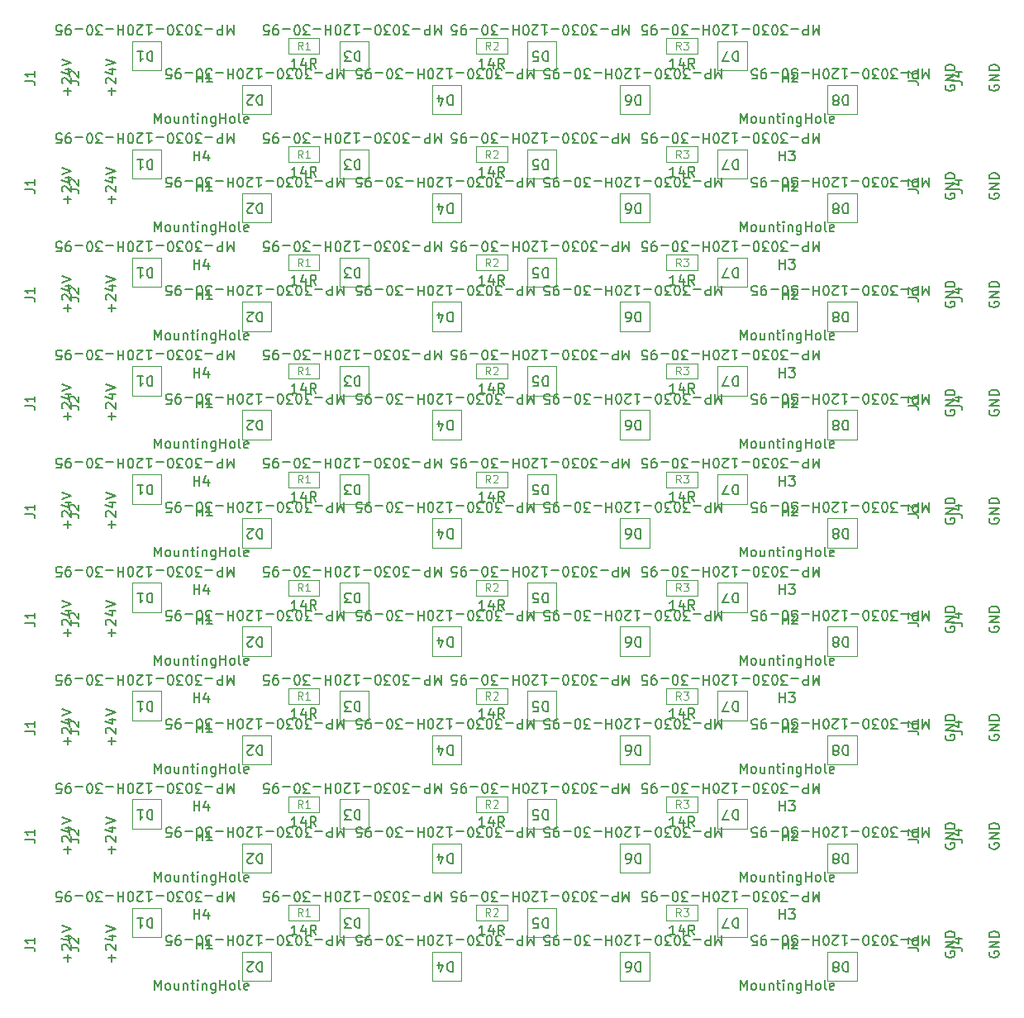
<source format=gbr>
G04 #@! TF.GenerationSoftware,KiCad,Pcbnew,(6.0.0)*
G04 #@! TF.CreationDate,2022-02-10T10:23:11+01:00*
G04 #@! TF.ProjectId,IKEA_Tertial_mod_v3.1,494b4541-5f54-4657-9274-69616c5f6d6f,rev?*
G04 #@! TF.SameCoordinates,Original*
G04 #@! TF.FileFunction,AssemblyDrawing,Top*
%FSLAX46Y46*%
G04 Gerber Fmt 4.6, Leading zero omitted, Abs format (unit mm)*
G04 Created by KiCad (PCBNEW (6.0.0)) date 2022-02-10 10:23:11*
%MOMM*%
%LPD*%
G01*
G04 APERTURE LIST*
%ADD10C,0.150000*%
%ADD11C,0.120000*%
%ADD12C,0.100000*%
G04 APERTURE END LIST*
D10*
X119238095Y-118752380D02*
X119238095Y-117752380D01*
X119238095Y-118228571D02*
X119809523Y-118228571D01*
X119809523Y-118752380D02*
X119809523Y-117752380D01*
X120714285Y-118085714D02*
X120714285Y-118752380D01*
X120476190Y-117704761D02*
X120238095Y-118419047D01*
X120857142Y-118419047D01*
X119238095Y-85452381D02*
X119238095Y-84452381D01*
X119238095Y-84928572D02*
X119809523Y-84928572D01*
X119809523Y-85452381D02*
X119809523Y-84452381D01*
X120714285Y-84785715D02*
X120714285Y-85452381D01*
X120476190Y-84404762D02*
X120238095Y-85119048D01*
X120857142Y-85119048D01*
X119238095Y-140952379D02*
X119238095Y-139952379D01*
X119238095Y-140428570D02*
X119809523Y-140428570D01*
X119809523Y-140952379D02*
X119809523Y-139952379D01*
X120714285Y-140285713D02*
X120714285Y-140952379D01*
X120476190Y-139904760D02*
X120238095Y-140619046D01*
X120857142Y-140619046D01*
X119238095Y-63252381D02*
X119238095Y-62252381D01*
X119238095Y-62728572D02*
X119809523Y-62728572D01*
X119809523Y-63252381D02*
X119809523Y-62252381D01*
X120714285Y-62585715D02*
X120714285Y-63252381D01*
X120476190Y-62204762D02*
X120238095Y-62919048D01*
X120857142Y-62919048D01*
X119238095Y-74352380D02*
X119238095Y-73352380D01*
X119238095Y-73828571D02*
X119809523Y-73828571D01*
X119809523Y-74352380D02*
X119809523Y-73352380D01*
X120714285Y-73685714D02*
X120714285Y-74352380D01*
X120476190Y-73304761D02*
X120238095Y-74019047D01*
X120857142Y-74019047D01*
X119238095Y-129852381D02*
X119238095Y-128852381D01*
X119238095Y-129328572D02*
X119809523Y-129328572D01*
X119809523Y-129852381D02*
X119809523Y-128852381D01*
X120714285Y-129185715D02*
X120714285Y-129852381D01*
X120476190Y-128804762D02*
X120238095Y-129519048D01*
X120857142Y-129519048D01*
X119238095Y-107652381D02*
X119238095Y-106652381D01*
X119238095Y-107128572D02*
X119809523Y-107128572D01*
X119809523Y-107652381D02*
X119809523Y-106652381D01*
X120714285Y-106985715D02*
X120714285Y-107652381D01*
X120476190Y-106604762D02*
X120238095Y-107319048D01*
X120857142Y-107319048D01*
X119238095Y-96552380D02*
X119238095Y-95552380D01*
X119238095Y-96028571D02*
X119809523Y-96028571D01*
X119809523Y-96552380D02*
X119809523Y-95552380D01*
X120714285Y-95885714D02*
X120714285Y-96552380D01*
X120476190Y-95504761D02*
X120238095Y-96219047D01*
X120857142Y-96219047D01*
X179238095Y-63252381D02*
X179238095Y-62252381D01*
X179238095Y-62728572D02*
X179809523Y-62728572D01*
X179809523Y-63252381D02*
X179809523Y-62252381D01*
X180190476Y-62252381D02*
X180809523Y-62252381D01*
X180476190Y-62633334D01*
X180619047Y-62633334D01*
X180714285Y-62680953D01*
X180761904Y-62728572D01*
X180809523Y-62823810D01*
X180809523Y-63061905D01*
X180761904Y-63157143D01*
X180714285Y-63204762D01*
X180619047Y-63252381D01*
X180333333Y-63252381D01*
X180238095Y-63204762D01*
X180190476Y-63157143D01*
X179238095Y-118752380D02*
X179238095Y-117752380D01*
X179238095Y-118228571D02*
X179809523Y-118228571D01*
X179809523Y-118752380D02*
X179809523Y-117752380D01*
X180190476Y-117752380D02*
X180809523Y-117752380D01*
X180476190Y-118133333D01*
X180619047Y-118133333D01*
X180714285Y-118180952D01*
X180761904Y-118228571D01*
X180809523Y-118323809D01*
X180809523Y-118561904D01*
X180761904Y-118657142D01*
X180714285Y-118704761D01*
X180619047Y-118752380D01*
X180333333Y-118752380D01*
X180238095Y-118704761D01*
X180190476Y-118657142D01*
X179238095Y-107652381D02*
X179238095Y-106652381D01*
X179238095Y-107128572D02*
X179809523Y-107128572D01*
X179809523Y-107652381D02*
X179809523Y-106652381D01*
X180190476Y-106652381D02*
X180809523Y-106652381D01*
X180476190Y-107033334D01*
X180619047Y-107033334D01*
X180714285Y-107080953D01*
X180761904Y-107128572D01*
X180809523Y-107223810D01*
X180809523Y-107461905D01*
X180761904Y-107557143D01*
X180714285Y-107604762D01*
X180619047Y-107652381D01*
X180333333Y-107652381D01*
X180238095Y-107604762D01*
X180190476Y-107557143D01*
X179238095Y-96552380D02*
X179238095Y-95552380D01*
X179238095Y-96028571D02*
X179809523Y-96028571D01*
X179809523Y-96552380D02*
X179809523Y-95552380D01*
X180190476Y-95552380D02*
X180809523Y-95552380D01*
X180476190Y-95933333D01*
X180619047Y-95933333D01*
X180714285Y-95980952D01*
X180761904Y-96028571D01*
X180809523Y-96123809D01*
X180809523Y-96361904D01*
X180761904Y-96457142D01*
X180714285Y-96504761D01*
X180619047Y-96552380D01*
X180333333Y-96552380D01*
X180238095Y-96504761D01*
X180190476Y-96457142D01*
X179238095Y-129852381D02*
X179238095Y-128852381D01*
X179238095Y-129328572D02*
X179809523Y-129328572D01*
X179809523Y-129852381D02*
X179809523Y-128852381D01*
X180190476Y-128852381D02*
X180809523Y-128852381D01*
X180476190Y-129233334D01*
X180619047Y-129233334D01*
X180714285Y-129280953D01*
X180761904Y-129328572D01*
X180809523Y-129423810D01*
X180809523Y-129661905D01*
X180761904Y-129757143D01*
X180714285Y-129804762D01*
X180619047Y-129852381D01*
X180333333Y-129852381D01*
X180238095Y-129804762D01*
X180190476Y-129757143D01*
X179238095Y-74352380D02*
X179238095Y-73352380D01*
X179238095Y-73828571D02*
X179809523Y-73828571D01*
X179809523Y-74352380D02*
X179809523Y-73352380D01*
X180190476Y-73352380D02*
X180809523Y-73352380D01*
X180476190Y-73733333D01*
X180619047Y-73733333D01*
X180714285Y-73780952D01*
X180761904Y-73828571D01*
X180809523Y-73923809D01*
X180809523Y-74161904D01*
X180761904Y-74257142D01*
X180714285Y-74304761D01*
X180619047Y-74352380D01*
X180333333Y-74352380D01*
X180238095Y-74304761D01*
X180190476Y-74257142D01*
X179238095Y-85452381D02*
X179238095Y-84452381D01*
X179238095Y-84928572D02*
X179809523Y-84928572D01*
X179809523Y-85452381D02*
X179809523Y-84452381D01*
X180190476Y-84452381D02*
X180809523Y-84452381D01*
X180476190Y-84833334D01*
X180619047Y-84833334D01*
X180714285Y-84880953D01*
X180761904Y-84928572D01*
X180809523Y-85023810D01*
X180809523Y-85261905D01*
X180761904Y-85357143D01*
X180714285Y-85404762D01*
X180619047Y-85452381D01*
X180333333Y-85452381D01*
X180238095Y-85404762D01*
X180190476Y-85357143D01*
X179238095Y-140952379D02*
X179238095Y-139952379D01*
X179238095Y-140428570D02*
X179809523Y-140428570D01*
X179809523Y-140952379D02*
X179809523Y-139952379D01*
X180190476Y-139952379D02*
X180809523Y-139952379D01*
X180476190Y-140333332D01*
X180619047Y-140333332D01*
X180714285Y-140380951D01*
X180761904Y-140428570D01*
X180809523Y-140523808D01*
X180809523Y-140761903D01*
X180761904Y-140857141D01*
X180714285Y-140904760D01*
X180619047Y-140952379D01*
X180333333Y-140952379D01*
X180238095Y-140904760D01*
X180190476Y-140857141D01*
X154071428Y-109347620D02*
X154071428Y-110347620D01*
X153738095Y-109633334D01*
X153404761Y-110347620D01*
X153404761Y-109347620D01*
X152928571Y-109347620D02*
X152928571Y-110347620D01*
X152547619Y-110347620D01*
X152452380Y-110300001D01*
X152404761Y-110252381D01*
X152357142Y-110157143D01*
X152357142Y-110014286D01*
X152404761Y-109919048D01*
X152452380Y-109871429D01*
X152547619Y-109823810D01*
X152928571Y-109823810D01*
X151928571Y-109728572D02*
X151166666Y-109728572D01*
X150785714Y-110347620D02*
X150166666Y-110347620D01*
X150500000Y-109966667D01*
X150357142Y-109966667D01*
X150261904Y-109919048D01*
X150214285Y-109871429D01*
X150166666Y-109776191D01*
X150166666Y-109538096D01*
X150214285Y-109442858D01*
X150261904Y-109395239D01*
X150357142Y-109347620D01*
X150642857Y-109347620D01*
X150738095Y-109395239D01*
X150785714Y-109442858D01*
X149547619Y-110347620D02*
X149452380Y-110347620D01*
X149357142Y-110300001D01*
X149309523Y-110252381D01*
X149261904Y-110157143D01*
X149214285Y-109966667D01*
X149214285Y-109728572D01*
X149261904Y-109538096D01*
X149309523Y-109442858D01*
X149357142Y-109395239D01*
X149452380Y-109347620D01*
X149547619Y-109347620D01*
X149642857Y-109395239D01*
X149690476Y-109442858D01*
X149738095Y-109538096D01*
X149785714Y-109728572D01*
X149785714Y-109966667D01*
X149738095Y-110157143D01*
X149690476Y-110252381D01*
X149642857Y-110300001D01*
X149547619Y-110347620D01*
X148880952Y-110347620D02*
X148261904Y-110347620D01*
X148595238Y-109966667D01*
X148452380Y-109966667D01*
X148357142Y-109919048D01*
X148309523Y-109871429D01*
X148261904Y-109776191D01*
X148261904Y-109538096D01*
X148309523Y-109442858D01*
X148357142Y-109395239D01*
X148452380Y-109347620D01*
X148738095Y-109347620D01*
X148833333Y-109395239D01*
X148880952Y-109442858D01*
X147642857Y-110347620D02*
X147547619Y-110347620D01*
X147452380Y-110300001D01*
X147404761Y-110252381D01*
X147357142Y-110157143D01*
X147309523Y-109966667D01*
X147309523Y-109728572D01*
X147357142Y-109538096D01*
X147404761Y-109442858D01*
X147452380Y-109395239D01*
X147547619Y-109347620D01*
X147642857Y-109347620D01*
X147738095Y-109395239D01*
X147785714Y-109442858D01*
X147833333Y-109538096D01*
X147880952Y-109728572D01*
X147880952Y-109966667D01*
X147833333Y-110157143D01*
X147785714Y-110252381D01*
X147738095Y-110300001D01*
X147642857Y-110347620D01*
X146880952Y-109728572D02*
X146119047Y-109728572D01*
X145119047Y-109347620D02*
X145690476Y-109347620D01*
X145404761Y-109347620D02*
X145404761Y-110347620D01*
X145500000Y-110204762D01*
X145595238Y-110109524D01*
X145690476Y-110061905D01*
X144738095Y-110252381D02*
X144690476Y-110300001D01*
X144595238Y-110347620D01*
X144357142Y-110347620D01*
X144261904Y-110300001D01*
X144214285Y-110252381D01*
X144166666Y-110157143D01*
X144166666Y-110061905D01*
X144214285Y-109919048D01*
X144785714Y-109347620D01*
X144166666Y-109347620D01*
X143547619Y-110347620D02*
X143452380Y-110347620D01*
X143357142Y-110300001D01*
X143309523Y-110252381D01*
X143261904Y-110157143D01*
X143214285Y-109966667D01*
X143214285Y-109728572D01*
X143261904Y-109538096D01*
X143309523Y-109442858D01*
X143357142Y-109395239D01*
X143452380Y-109347620D01*
X143547619Y-109347620D01*
X143642857Y-109395239D01*
X143690476Y-109442858D01*
X143738095Y-109538096D01*
X143785714Y-109728572D01*
X143785714Y-109966667D01*
X143738095Y-110157143D01*
X143690476Y-110252381D01*
X143642857Y-110300001D01*
X143547619Y-110347620D01*
X142785714Y-109347620D02*
X142785714Y-110347620D01*
X142785714Y-109871429D02*
X142214285Y-109871429D01*
X142214285Y-109347620D02*
X142214285Y-110347620D01*
X141738095Y-109728572D02*
X140976190Y-109728572D01*
X140595238Y-110347620D02*
X139976190Y-110347620D01*
X140309523Y-109966667D01*
X140166666Y-109966667D01*
X140071428Y-109919048D01*
X140023809Y-109871429D01*
X139976190Y-109776191D01*
X139976190Y-109538096D01*
X140023809Y-109442858D01*
X140071428Y-109395239D01*
X140166666Y-109347620D01*
X140452380Y-109347620D01*
X140547619Y-109395239D01*
X140595238Y-109442858D01*
X139357142Y-110347620D02*
X139261904Y-110347620D01*
X139166666Y-110300001D01*
X139119047Y-110252381D01*
X139071428Y-110157143D01*
X139023809Y-109966667D01*
X139023809Y-109728572D01*
X139071428Y-109538096D01*
X139119047Y-109442858D01*
X139166666Y-109395239D01*
X139261904Y-109347620D01*
X139357142Y-109347620D01*
X139452380Y-109395239D01*
X139500000Y-109442858D01*
X139547619Y-109538096D01*
X139595238Y-109728572D01*
X139595238Y-109966667D01*
X139547619Y-110157143D01*
X139500000Y-110252381D01*
X139452380Y-110300001D01*
X139357142Y-110347620D01*
X138595238Y-109728572D02*
X137833333Y-109728572D01*
X137309523Y-109347620D02*
X137119047Y-109347620D01*
X137023809Y-109395239D01*
X136976190Y-109442858D01*
X136880952Y-109585715D01*
X136833333Y-109776191D01*
X136833333Y-110157143D01*
X136880952Y-110252381D01*
X136928571Y-110300001D01*
X137023809Y-110347620D01*
X137214285Y-110347620D01*
X137309523Y-110300001D01*
X137357142Y-110252381D01*
X137404761Y-110157143D01*
X137404761Y-109919048D01*
X137357142Y-109823810D01*
X137309523Y-109776191D01*
X137214285Y-109728572D01*
X137023809Y-109728572D01*
X136928571Y-109776191D01*
X136880952Y-109823810D01*
X136833333Y-109919048D01*
X135928571Y-110347620D02*
X136404761Y-110347620D01*
X136452380Y-109871429D01*
X136404761Y-109919048D01*
X136309523Y-109966667D01*
X136071428Y-109966667D01*
X135976190Y-109919048D01*
X135928571Y-109871429D01*
X135880952Y-109776191D01*
X135880952Y-109538096D01*
X135928571Y-109442858D01*
X135976190Y-109395239D01*
X136071428Y-109347620D01*
X136309523Y-109347620D01*
X136404761Y-109395239D01*
X136452380Y-109442858D01*
X145738095Y-112047620D02*
X145738095Y-113047620D01*
X145500000Y-113047620D01*
X145357142Y-113000001D01*
X145261904Y-112904762D01*
X145214285Y-112809524D01*
X145166666Y-112619048D01*
X145166666Y-112476191D01*
X145214285Y-112285715D01*
X145261904Y-112190477D01*
X145357142Y-112095239D01*
X145500000Y-112047620D01*
X145738095Y-112047620D01*
X144309523Y-112714286D02*
X144309523Y-112047620D01*
X144547619Y-113095239D02*
X144785714Y-112380953D01*
X144166666Y-112380953D01*
X168559523Y-131472381D02*
X167988095Y-131472381D01*
X168273809Y-131472381D02*
X168273809Y-130472381D01*
X168178571Y-130615239D01*
X168083333Y-130710477D01*
X167988095Y-130758096D01*
X169416666Y-130805715D02*
X169416666Y-131472381D01*
X169178571Y-130424762D02*
X168940476Y-131139048D01*
X169559523Y-131139048D01*
X170511904Y-131472381D02*
X170178571Y-130996191D01*
X169940476Y-131472381D02*
X169940476Y-130472381D01*
X170321428Y-130472381D01*
X170416666Y-130520001D01*
X170464285Y-130567620D01*
X170511904Y-130662858D01*
X170511904Y-130805715D01*
X170464285Y-130900953D01*
X170416666Y-130948572D01*
X170321428Y-130996191D01*
X169940476Y-130996191D01*
D11*
X169116666Y-129561905D02*
X168850000Y-129180953D01*
X168659523Y-129561905D02*
X168659523Y-128761905D01*
X168964285Y-128761905D01*
X169040476Y-128800001D01*
X169078571Y-128838096D01*
X169116666Y-128914286D01*
X169116666Y-129028572D01*
X169078571Y-129104762D01*
X169040476Y-129142858D01*
X168964285Y-129180953D01*
X168659523Y-129180953D01*
X169383333Y-128761905D02*
X169878571Y-128761905D01*
X169611904Y-129066667D01*
X169726190Y-129066667D01*
X169802380Y-129104762D01*
X169840476Y-129142858D01*
X169878571Y-129219048D01*
X169878571Y-129409524D01*
X169840476Y-129485715D01*
X169802380Y-129523810D01*
X169726190Y-129561905D01*
X169497619Y-129561905D01*
X169421428Y-129523810D01*
X169383333Y-129485715D01*
D10*
X175214285Y-70502381D02*
X175214285Y-69502381D01*
X175547619Y-70216667D01*
X175880952Y-69502381D01*
X175880952Y-70502381D01*
X176500000Y-70502381D02*
X176404761Y-70454762D01*
X176357142Y-70407143D01*
X176309523Y-70311905D01*
X176309523Y-70026191D01*
X176357142Y-69930953D01*
X176404761Y-69883334D01*
X176500000Y-69835715D01*
X176642857Y-69835715D01*
X176738095Y-69883334D01*
X176785714Y-69930953D01*
X176833333Y-70026191D01*
X176833333Y-70311905D01*
X176785714Y-70407143D01*
X176738095Y-70454762D01*
X176642857Y-70502381D01*
X176500000Y-70502381D01*
X177690476Y-69835715D02*
X177690476Y-70502381D01*
X177261904Y-69835715D02*
X177261904Y-70359524D01*
X177309523Y-70454762D01*
X177404761Y-70502381D01*
X177547619Y-70502381D01*
X177642857Y-70454762D01*
X177690476Y-70407143D01*
X178166666Y-69835715D02*
X178166666Y-70502381D01*
X178166666Y-69930953D02*
X178214285Y-69883334D01*
X178309523Y-69835715D01*
X178452380Y-69835715D01*
X178547619Y-69883334D01*
X178595238Y-69978572D01*
X178595238Y-70502381D01*
X178928571Y-69835715D02*
X179309523Y-69835715D01*
X179071428Y-69502381D02*
X179071428Y-70359524D01*
X179119047Y-70454762D01*
X179214285Y-70502381D01*
X179309523Y-70502381D01*
X179642857Y-70502381D02*
X179642857Y-69835715D01*
X179642857Y-69502381D02*
X179595238Y-69550001D01*
X179642857Y-69597620D01*
X179690476Y-69550001D01*
X179642857Y-69502381D01*
X179642857Y-69597620D01*
X180119047Y-69835715D02*
X180119047Y-70502381D01*
X180119047Y-69930953D02*
X180166666Y-69883334D01*
X180261904Y-69835715D01*
X180404761Y-69835715D01*
X180500000Y-69883334D01*
X180547619Y-69978572D01*
X180547619Y-70502381D01*
X181452380Y-69835715D02*
X181452380Y-70645239D01*
X181404761Y-70740477D01*
X181357142Y-70788096D01*
X181261904Y-70835715D01*
X181119047Y-70835715D01*
X181023809Y-70788096D01*
X181452380Y-70454762D02*
X181357142Y-70502381D01*
X181166666Y-70502381D01*
X181071428Y-70454762D01*
X181023809Y-70407143D01*
X180976190Y-70311905D01*
X180976190Y-70026191D01*
X181023809Y-69930953D01*
X181071428Y-69883334D01*
X181166666Y-69835715D01*
X181357142Y-69835715D01*
X181452380Y-69883334D01*
X181928571Y-70502381D02*
X181928571Y-69502381D01*
X181928571Y-69978572D02*
X182500000Y-69978572D01*
X182500000Y-70502381D02*
X182500000Y-69502381D01*
X183119047Y-70502381D02*
X183023809Y-70454762D01*
X182976190Y-70407143D01*
X182928571Y-70311905D01*
X182928571Y-70026191D01*
X182976190Y-69930953D01*
X183023809Y-69883334D01*
X183119047Y-69835715D01*
X183261904Y-69835715D01*
X183357142Y-69883334D01*
X183404761Y-69930953D01*
X183452380Y-70026191D01*
X183452380Y-70311905D01*
X183404761Y-70407143D01*
X183357142Y-70454762D01*
X183261904Y-70502381D01*
X183119047Y-70502381D01*
X184023809Y-70502381D02*
X183928571Y-70454762D01*
X183880952Y-70359524D01*
X183880952Y-69502381D01*
X184785714Y-70454762D02*
X184690476Y-70502381D01*
X184500000Y-70502381D01*
X184404761Y-70454762D01*
X184357142Y-70359524D01*
X184357142Y-69978572D01*
X184404761Y-69883334D01*
X184500000Y-69835715D01*
X184690476Y-69835715D01*
X184785714Y-69883334D01*
X184833333Y-69978572D01*
X184833333Y-70073810D01*
X184357142Y-70169048D01*
X179538095Y-66302381D02*
X179538095Y-65302381D01*
X179538095Y-65778572D02*
X180109523Y-65778572D01*
X180109523Y-66302381D02*
X180109523Y-65302381D01*
X180538095Y-65397620D02*
X180585714Y-65350001D01*
X180680952Y-65302381D01*
X180919047Y-65302381D01*
X181014285Y-65350001D01*
X181061904Y-65397620D01*
X181109523Y-65492858D01*
X181109523Y-65588096D01*
X181061904Y-65730953D01*
X180490476Y-66302381D01*
X181109523Y-66302381D01*
X163821428Y-71547619D02*
X163821428Y-72547619D01*
X163488095Y-71833333D01*
X163154761Y-72547619D01*
X163154761Y-71547619D01*
X162678571Y-71547619D02*
X162678571Y-72547619D01*
X162297619Y-72547619D01*
X162202380Y-72500000D01*
X162154761Y-72452380D01*
X162107142Y-72357142D01*
X162107142Y-72214285D01*
X162154761Y-72119047D01*
X162202380Y-72071428D01*
X162297619Y-72023809D01*
X162678571Y-72023809D01*
X161678571Y-71928571D02*
X160916666Y-71928571D01*
X160535714Y-72547619D02*
X159916666Y-72547619D01*
X160250000Y-72166666D01*
X160107142Y-72166666D01*
X160011904Y-72119047D01*
X159964285Y-72071428D01*
X159916666Y-71976190D01*
X159916666Y-71738095D01*
X159964285Y-71642857D01*
X160011904Y-71595238D01*
X160107142Y-71547619D01*
X160392857Y-71547619D01*
X160488095Y-71595238D01*
X160535714Y-71642857D01*
X159297619Y-72547619D02*
X159202380Y-72547619D01*
X159107142Y-72500000D01*
X159059523Y-72452380D01*
X159011904Y-72357142D01*
X158964285Y-72166666D01*
X158964285Y-71928571D01*
X159011904Y-71738095D01*
X159059523Y-71642857D01*
X159107142Y-71595238D01*
X159202380Y-71547619D01*
X159297619Y-71547619D01*
X159392857Y-71595238D01*
X159440476Y-71642857D01*
X159488095Y-71738095D01*
X159535714Y-71928571D01*
X159535714Y-72166666D01*
X159488095Y-72357142D01*
X159440476Y-72452380D01*
X159392857Y-72500000D01*
X159297619Y-72547619D01*
X158630952Y-72547619D02*
X158011904Y-72547619D01*
X158345238Y-72166666D01*
X158202380Y-72166666D01*
X158107142Y-72119047D01*
X158059523Y-72071428D01*
X158011904Y-71976190D01*
X158011904Y-71738095D01*
X158059523Y-71642857D01*
X158107142Y-71595238D01*
X158202380Y-71547619D01*
X158488095Y-71547619D01*
X158583333Y-71595238D01*
X158630952Y-71642857D01*
X157392857Y-72547619D02*
X157297619Y-72547619D01*
X157202380Y-72500000D01*
X157154761Y-72452380D01*
X157107142Y-72357142D01*
X157059523Y-72166666D01*
X157059523Y-71928571D01*
X157107142Y-71738095D01*
X157154761Y-71642857D01*
X157202380Y-71595238D01*
X157297619Y-71547619D01*
X157392857Y-71547619D01*
X157488095Y-71595238D01*
X157535714Y-71642857D01*
X157583333Y-71738095D01*
X157630952Y-71928571D01*
X157630952Y-72166666D01*
X157583333Y-72357142D01*
X157535714Y-72452380D01*
X157488095Y-72500000D01*
X157392857Y-72547619D01*
X156630952Y-71928571D02*
X155869047Y-71928571D01*
X154869047Y-71547619D02*
X155440476Y-71547619D01*
X155154761Y-71547619D02*
X155154761Y-72547619D01*
X155250000Y-72404761D01*
X155345238Y-72309523D01*
X155440476Y-72261904D01*
X154488095Y-72452380D02*
X154440476Y-72500000D01*
X154345238Y-72547619D01*
X154107142Y-72547619D01*
X154011904Y-72500000D01*
X153964285Y-72452380D01*
X153916666Y-72357142D01*
X153916666Y-72261904D01*
X153964285Y-72119047D01*
X154535714Y-71547619D01*
X153916666Y-71547619D01*
X153297619Y-72547619D02*
X153202380Y-72547619D01*
X153107142Y-72500000D01*
X153059523Y-72452380D01*
X153011904Y-72357142D01*
X152964285Y-72166666D01*
X152964285Y-71928571D01*
X153011904Y-71738095D01*
X153059523Y-71642857D01*
X153107142Y-71595238D01*
X153202380Y-71547619D01*
X153297619Y-71547619D01*
X153392857Y-71595238D01*
X153440476Y-71642857D01*
X153488095Y-71738095D01*
X153535714Y-71928571D01*
X153535714Y-72166666D01*
X153488095Y-72357142D01*
X153440476Y-72452380D01*
X153392857Y-72500000D01*
X153297619Y-72547619D01*
X152535714Y-71547619D02*
X152535714Y-72547619D01*
X152535714Y-72071428D02*
X151964285Y-72071428D01*
X151964285Y-71547619D02*
X151964285Y-72547619D01*
X151488095Y-71928571D02*
X150726190Y-71928571D01*
X150345238Y-72547619D02*
X149726190Y-72547619D01*
X150059523Y-72166666D01*
X149916666Y-72166666D01*
X149821428Y-72119047D01*
X149773809Y-72071428D01*
X149726190Y-71976190D01*
X149726190Y-71738095D01*
X149773809Y-71642857D01*
X149821428Y-71595238D01*
X149916666Y-71547619D01*
X150202380Y-71547619D01*
X150297619Y-71595238D01*
X150345238Y-71642857D01*
X149107142Y-72547619D02*
X149011904Y-72547619D01*
X148916666Y-72500000D01*
X148869047Y-72452380D01*
X148821428Y-72357142D01*
X148773809Y-72166666D01*
X148773809Y-71928571D01*
X148821428Y-71738095D01*
X148869047Y-71642857D01*
X148916666Y-71595238D01*
X149011904Y-71547619D01*
X149107142Y-71547619D01*
X149202380Y-71595238D01*
X149250000Y-71642857D01*
X149297619Y-71738095D01*
X149345238Y-71928571D01*
X149345238Y-72166666D01*
X149297619Y-72357142D01*
X149250000Y-72452380D01*
X149202380Y-72500000D01*
X149107142Y-72547619D01*
X148345238Y-71928571D02*
X147583333Y-71928571D01*
X147059523Y-71547619D02*
X146869047Y-71547619D01*
X146773809Y-71595238D01*
X146726190Y-71642857D01*
X146630952Y-71785714D01*
X146583333Y-71976190D01*
X146583333Y-72357142D01*
X146630952Y-72452380D01*
X146678571Y-72500000D01*
X146773809Y-72547619D01*
X146964285Y-72547619D01*
X147059523Y-72500000D01*
X147107142Y-72452380D01*
X147154761Y-72357142D01*
X147154761Y-72119047D01*
X147107142Y-72023809D01*
X147059523Y-71976190D01*
X146964285Y-71928571D01*
X146773809Y-71928571D01*
X146678571Y-71976190D01*
X146630952Y-72023809D01*
X146583333Y-72119047D01*
X145678571Y-72547619D02*
X146154761Y-72547619D01*
X146202380Y-72071428D01*
X146154761Y-72119047D01*
X146059523Y-72166666D01*
X145821428Y-72166666D01*
X145726190Y-72119047D01*
X145678571Y-72071428D01*
X145630952Y-71976190D01*
X145630952Y-71738095D01*
X145678571Y-71642857D01*
X145726190Y-71595238D01*
X145821428Y-71547619D01*
X146059523Y-71547619D01*
X146154761Y-71595238D01*
X146202380Y-71642857D01*
X155488095Y-74247619D02*
X155488095Y-75247619D01*
X155250000Y-75247619D01*
X155107142Y-75200000D01*
X155011904Y-75104761D01*
X154964285Y-75009523D01*
X154916666Y-74819047D01*
X154916666Y-74676190D01*
X154964285Y-74485714D01*
X155011904Y-74390476D01*
X155107142Y-74295238D01*
X155250000Y-74247619D01*
X155488095Y-74247619D01*
X154011904Y-75247619D02*
X154488095Y-75247619D01*
X154535714Y-74771428D01*
X154488095Y-74819047D01*
X154392857Y-74866666D01*
X154154761Y-74866666D01*
X154059523Y-74819047D01*
X154011904Y-74771428D01*
X153964285Y-74676190D01*
X153964285Y-74438095D01*
X154011904Y-74342857D01*
X154059523Y-74295238D01*
X154154761Y-74247619D01*
X154392857Y-74247619D01*
X154488095Y-74295238D01*
X154535714Y-74342857D01*
X154071428Y-76047619D02*
X154071428Y-77047619D01*
X153738095Y-76333333D01*
X153404761Y-77047619D01*
X153404761Y-76047619D01*
X152928571Y-76047619D02*
X152928571Y-77047619D01*
X152547619Y-77047619D01*
X152452380Y-77000000D01*
X152404761Y-76952380D01*
X152357142Y-76857142D01*
X152357142Y-76714285D01*
X152404761Y-76619047D01*
X152452380Y-76571428D01*
X152547619Y-76523809D01*
X152928571Y-76523809D01*
X151928571Y-76428571D02*
X151166666Y-76428571D01*
X150785714Y-77047619D02*
X150166666Y-77047619D01*
X150500000Y-76666666D01*
X150357142Y-76666666D01*
X150261904Y-76619047D01*
X150214285Y-76571428D01*
X150166666Y-76476190D01*
X150166666Y-76238095D01*
X150214285Y-76142857D01*
X150261904Y-76095238D01*
X150357142Y-76047619D01*
X150642857Y-76047619D01*
X150738095Y-76095238D01*
X150785714Y-76142857D01*
X149547619Y-77047619D02*
X149452380Y-77047619D01*
X149357142Y-77000000D01*
X149309523Y-76952380D01*
X149261904Y-76857142D01*
X149214285Y-76666666D01*
X149214285Y-76428571D01*
X149261904Y-76238095D01*
X149309523Y-76142857D01*
X149357142Y-76095238D01*
X149452380Y-76047619D01*
X149547619Y-76047619D01*
X149642857Y-76095238D01*
X149690476Y-76142857D01*
X149738095Y-76238095D01*
X149785714Y-76428571D01*
X149785714Y-76666666D01*
X149738095Y-76857142D01*
X149690476Y-76952380D01*
X149642857Y-77000000D01*
X149547619Y-77047619D01*
X148880952Y-77047619D02*
X148261904Y-77047619D01*
X148595238Y-76666666D01*
X148452380Y-76666666D01*
X148357142Y-76619047D01*
X148309523Y-76571428D01*
X148261904Y-76476190D01*
X148261904Y-76238095D01*
X148309523Y-76142857D01*
X148357142Y-76095238D01*
X148452380Y-76047619D01*
X148738095Y-76047619D01*
X148833333Y-76095238D01*
X148880952Y-76142857D01*
X147642857Y-77047619D02*
X147547619Y-77047619D01*
X147452380Y-77000000D01*
X147404761Y-76952380D01*
X147357142Y-76857142D01*
X147309523Y-76666666D01*
X147309523Y-76428571D01*
X147357142Y-76238095D01*
X147404761Y-76142857D01*
X147452380Y-76095238D01*
X147547619Y-76047619D01*
X147642857Y-76047619D01*
X147738095Y-76095238D01*
X147785714Y-76142857D01*
X147833333Y-76238095D01*
X147880952Y-76428571D01*
X147880952Y-76666666D01*
X147833333Y-76857142D01*
X147785714Y-76952380D01*
X147738095Y-77000000D01*
X147642857Y-77047619D01*
X146880952Y-76428571D02*
X146119047Y-76428571D01*
X145119047Y-76047619D02*
X145690476Y-76047619D01*
X145404761Y-76047619D02*
X145404761Y-77047619D01*
X145500000Y-76904761D01*
X145595238Y-76809523D01*
X145690476Y-76761904D01*
X144738095Y-76952380D02*
X144690476Y-77000000D01*
X144595238Y-77047619D01*
X144357142Y-77047619D01*
X144261904Y-77000000D01*
X144214285Y-76952380D01*
X144166666Y-76857142D01*
X144166666Y-76761904D01*
X144214285Y-76619047D01*
X144785714Y-76047619D01*
X144166666Y-76047619D01*
X143547619Y-77047619D02*
X143452380Y-77047619D01*
X143357142Y-77000000D01*
X143309523Y-76952380D01*
X143261904Y-76857142D01*
X143214285Y-76666666D01*
X143214285Y-76428571D01*
X143261904Y-76238095D01*
X143309523Y-76142857D01*
X143357142Y-76095238D01*
X143452380Y-76047619D01*
X143547619Y-76047619D01*
X143642857Y-76095238D01*
X143690476Y-76142857D01*
X143738095Y-76238095D01*
X143785714Y-76428571D01*
X143785714Y-76666666D01*
X143738095Y-76857142D01*
X143690476Y-76952380D01*
X143642857Y-77000000D01*
X143547619Y-77047619D01*
X142785714Y-76047619D02*
X142785714Y-77047619D01*
X142785714Y-76571428D02*
X142214285Y-76571428D01*
X142214285Y-76047619D02*
X142214285Y-77047619D01*
X141738095Y-76428571D02*
X140976190Y-76428571D01*
X140595238Y-77047619D02*
X139976190Y-77047619D01*
X140309523Y-76666666D01*
X140166666Y-76666666D01*
X140071428Y-76619047D01*
X140023809Y-76571428D01*
X139976190Y-76476190D01*
X139976190Y-76238095D01*
X140023809Y-76142857D01*
X140071428Y-76095238D01*
X140166666Y-76047619D01*
X140452380Y-76047619D01*
X140547619Y-76095238D01*
X140595238Y-76142857D01*
X139357142Y-77047619D02*
X139261904Y-77047619D01*
X139166666Y-77000000D01*
X139119047Y-76952380D01*
X139071428Y-76857142D01*
X139023809Y-76666666D01*
X139023809Y-76428571D01*
X139071428Y-76238095D01*
X139119047Y-76142857D01*
X139166666Y-76095238D01*
X139261904Y-76047619D01*
X139357142Y-76047619D01*
X139452380Y-76095238D01*
X139500000Y-76142857D01*
X139547619Y-76238095D01*
X139595238Y-76428571D01*
X139595238Y-76666666D01*
X139547619Y-76857142D01*
X139500000Y-76952380D01*
X139452380Y-77000000D01*
X139357142Y-77047619D01*
X138595238Y-76428571D02*
X137833333Y-76428571D01*
X137309523Y-76047619D02*
X137119047Y-76047619D01*
X137023809Y-76095238D01*
X136976190Y-76142857D01*
X136880952Y-76285714D01*
X136833333Y-76476190D01*
X136833333Y-76857142D01*
X136880952Y-76952380D01*
X136928571Y-77000000D01*
X137023809Y-77047619D01*
X137214285Y-77047619D01*
X137309523Y-77000000D01*
X137357142Y-76952380D01*
X137404761Y-76857142D01*
X137404761Y-76619047D01*
X137357142Y-76523809D01*
X137309523Y-76476190D01*
X137214285Y-76428571D01*
X137023809Y-76428571D01*
X136928571Y-76476190D01*
X136880952Y-76523809D01*
X136833333Y-76619047D01*
X135928571Y-77047619D02*
X136404761Y-77047619D01*
X136452380Y-76571428D01*
X136404761Y-76619047D01*
X136309523Y-76666666D01*
X136071428Y-76666666D01*
X135976190Y-76619047D01*
X135928571Y-76571428D01*
X135880952Y-76476190D01*
X135880952Y-76238095D01*
X135928571Y-76142857D01*
X135976190Y-76095238D01*
X136071428Y-76047619D01*
X136309523Y-76047619D01*
X136404761Y-76095238D01*
X136452380Y-76142857D01*
X145738095Y-78747619D02*
X145738095Y-79747619D01*
X145500000Y-79747619D01*
X145357142Y-79700000D01*
X145261904Y-79604761D01*
X145214285Y-79509523D01*
X145166666Y-79319047D01*
X145166666Y-79176190D01*
X145214285Y-78985714D01*
X145261904Y-78890476D01*
X145357142Y-78795238D01*
X145500000Y-78747619D01*
X145738095Y-78747619D01*
X144309523Y-79414285D02*
X144309523Y-78747619D01*
X144547619Y-79795238D02*
X144785714Y-79080952D01*
X144166666Y-79080952D01*
X194571428Y-131547620D02*
X194571428Y-132547620D01*
X194238095Y-131833334D01*
X193904761Y-132547620D01*
X193904761Y-131547620D01*
X193428571Y-131547620D02*
X193428571Y-132547620D01*
X193047619Y-132547620D01*
X192952380Y-132500001D01*
X192904761Y-132452381D01*
X192857142Y-132357143D01*
X192857142Y-132214286D01*
X192904761Y-132119048D01*
X192952380Y-132071429D01*
X193047619Y-132023810D01*
X193428571Y-132023810D01*
X192428571Y-131928572D02*
X191666666Y-131928572D01*
X191285714Y-132547620D02*
X190666666Y-132547620D01*
X191000000Y-132166667D01*
X190857142Y-132166667D01*
X190761904Y-132119048D01*
X190714285Y-132071429D01*
X190666666Y-131976191D01*
X190666666Y-131738096D01*
X190714285Y-131642858D01*
X190761904Y-131595239D01*
X190857142Y-131547620D01*
X191142857Y-131547620D01*
X191238095Y-131595239D01*
X191285714Y-131642858D01*
X190047619Y-132547620D02*
X189952380Y-132547620D01*
X189857142Y-132500001D01*
X189809523Y-132452381D01*
X189761904Y-132357143D01*
X189714285Y-132166667D01*
X189714285Y-131928572D01*
X189761904Y-131738096D01*
X189809523Y-131642858D01*
X189857142Y-131595239D01*
X189952380Y-131547620D01*
X190047619Y-131547620D01*
X190142857Y-131595239D01*
X190190476Y-131642858D01*
X190238095Y-131738096D01*
X190285714Y-131928572D01*
X190285714Y-132166667D01*
X190238095Y-132357143D01*
X190190476Y-132452381D01*
X190142857Y-132500001D01*
X190047619Y-132547620D01*
X189380952Y-132547620D02*
X188761904Y-132547620D01*
X189095238Y-132166667D01*
X188952380Y-132166667D01*
X188857142Y-132119048D01*
X188809523Y-132071429D01*
X188761904Y-131976191D01*
X188761904Y-131738096D01*
X188809523Y-131642858D01*
X188857142Y-131595239D01*
X188952380Y-131547620D01*
X189238095Y-131547620D01*
X189333333Y-131595239D01*
X189380952Y-131642858D01*
X188142857Y-132547620D02*
X188047619Y-132547620D01*
X187952380Y-132500001D01*
X187904761Y-132452381D01*
X187857142Y-132357143D01*
X187809523Y-132166667D01*
X187809523Y-131928572D01*
X187857142Y-131738096D01*
X187904761Y-131642858D01*
X187952380Y-131595239D01*
X188047619Y-131547620D01*
X188142857Y-131547620D01*
X188238095Y-131595239D01*
X188285714Y-131642858D01*
X188333333Y-131738096D01*
X188380952Y-131928572D01*
X188380952Y-132166667D01*
X188333333Y-132357143D01*
X188285714Y-132452381D01*
X188238095Y-132500001D01*
X188142857Y-132547620D01*
X187380952Y-131928572D02*
X186619047Y-131928572D01*
X185619047Y-131547620D02*
X186190476Y-131547620D01*
X185904761Y-131547620D02*
X185904761Y-132547620D01*
X186000000Y-132404762D01*
X186095238Y-132309524D01*
X186190476Y-132261905D01*
X185238095Y-132452381D02*
X185190476Y-132500001D01*
X185095238Y-132547620D01*
X184857142Y-132547620D01*
X184761904Y-132500001D01*
X184714285Y-132452381D01*
X184666666Y-132357143D01*
X184666666Y-132261905D01*
X184714285Y-132119048D01*
X185285714Y-131547620D01*
X184666666Y-131547620D01*
X184047619Y-132547620D02*
X183952380Y-132547620D01*
X183857142Y-132500001D01*
X183809523Y-132452381D01*
X183761904Y-132357143D01*
X183714285Y-132166667D01*
X183714285Y-131928572D01*
X183761904Y-131738096D01*
X183809523Y-131642858D01*
X183857142Y-131595239D01*
X183952380Y-131547620D01*
X184047619Y-131547620D01*
X184142857Y-131595239D01*
X184190476Y-131642858D01*
X184238095Y-131738096D01*
X184285714Y-131928572D01*
X184285714Y-132166667D01*
X184238095Y-132357143D01*
X184190476Y-132452381D01*
X184142857Y-132500001D01*
X184047619Y-132547620D01*
X183285714Y-131547620D02*
X183285714Y-132547620D01*
X183285714Y-132071429D02*
X182714285Y-132071429D01*
X182714285Y-131547620D02*
X182714285Y-132547620D01*
X182238095Y-131928572D02*
X181476190Y-131928572D01*
X181095238Y-132547620D02*
X180476190Y-132547620D01*
X180809523Y-132166667D01*
X180666666Y-132166667D01*
X180571428Y-132119048D01*
X180523809Y-132071429D01*
X180476190Y-131976191D01*
X180476190Y-131738096D01*
X180523809Y-131642858D01*
X180571428Y-131595239D01*
X180666666Y-131547620D01*
X180952380Y-131547620D01*
X181047619Y-131595239D01*
X181095238Y-131642858D01*
X179857142Y-132547620D02*
X179761904Y-132547620D01*
X179666666Y-132500001D01*
X179619047Y-132452381D01*
X179571428Y-132357143D01*
X179523809Y-132166667D01*
X179523809Y-131928572D01*
X179571428Y-131738096D01*
X179619047Y-131642858D01*
X179666666Y-131595239D01*
X179761904Y-131547620D01*
X179857142Y-131547620D01*
X179952380Y-131595239D01*
X180000000Y-131642858D01*
X180047619Y-131738096D01*
X180095238Y-131928572D01*
X180095238Y-132166667D01*
X180047619Y-132357143D01*
X180000000Y-132452381D01*
X179952380Y-132500001D01*
X179857142Y-132547620D01*
X179095238Y-131928572D02*
X178333333Y-131928572D01*
X177809523Y-131547620D02*
X177619047Y-131547620D01*
X177523809Y-131595239D01*
X177476190Y-131642858D01*
X177380952Y-131785715D01*
X177333333Y-131976191D01*
X177333333Y-132357143D01*
X177380952Y-132452381D01*
X177428571Y-132500001D01*
X177523809Y-132547620D01*
X177714285Y-132547620D01*
X177809523Y-132500001D01*
X177857142Y-132452381D01*
X177904761Y-132357143D01*
X177904761Y-132119048D01*
X177857142Y-132023810D01*
X177809523Y-131976191D01*
X177714285Y-131928572D01*
X177523809Y-131928572D01*
X177428571Y-131976191D01*
X177380952Y-132023810D01*
X177333333Y-132119048D01*
X176428571Y-132547620D02*
X176904761Y-132547620D01*
X176952380Y-132071429D01*
X176904761Y-132119048D01*
X176809523Y-132166667D01*
X176571428Y-132166667D01*
X176476190Y-132119048D01*
X176428571Y-132071429D01*
X176380952Y-131976191D01*
X176380952Y-131738096D01*
X176428571Y-131642858D01*
X176476190Y-131595239D01*
X176571428Y-131547620D01*
X176809523Y-131547620D01*
X176904761Y-131595239D01*
X176952380Y-131642858D01*
X186238095Y-134247620D02*
X186238095Y-135247620D01*
X186000000Y-135247620D01*
X185857142Y-135200001D01*
X185761904Y-135104762D01*
X185714285Y-135009524D01*
X185666666Y-134819048D01*
X185666666Y-134676191D01*
X185714285Y-134485715D01*
X185761904Y-134390477D01*
X185857142Y-134295239D01*
X186000000Y-134247620D01*
X186238095Y-134247620D01*
X185095238Y-134819048D02*
X185190476Y-134866667D01*
X185238095Y-134914286D01*
X185285714Y-135009524D01*
X185285714Y-135057143D01*
X185238095Y-135152381D01*
X185190476Y-135200001D01*
X185095238Y-135247620D01*
X184904761Y-135247620D01*
X184809523Y-135200001D01*
X184761904Y-135152381D01*
X184714285Y-135057143D01*
X184714285Y-135009524D01*
X184761904Y-134914286D01*
X184809523Y-134866667D01*
X184904761Y-134819048D01*
X185095238Y-134819048D01*
X185190476Y-134771429D01*
X185238095Y-134723810D01*
X185285714Y-134628572D01*
X185285714Y-134438096D01*
X185238095Y-134342858D01*
X185190476Y-134295239D01*
X185095238Y-134247620D01*
X184904761Y-134247620D01*
X184809523Y-134295239D01*
X184761904Y-134342858D01*
X184714285Y-134438096D01*
X184714285Y-134628572D01*
X184761904Y-134723810D01*
X184809523Y-134771429D01*
X184904761Y-134819048D01*
X123321428Y-93747619D02*
X123321428Y-94747619D01*
X122988095Y-94033333D01*
X122654761Y-94747619D01*
X122654761Y-93747619D01*
X122178571Y-93747619D02*
X122178571Y-94747619D01*
X121797619Y-94747619D01*
X121702380Y-94700000D01*
X121654761Y-94652380D01*
X121607142Y-94557142D01*
X121607142Y-94414285D01*
X121654761Y-94319047D01*
X121702380Y-94271428D01*
X121797619Y-94223809D01*
X122178571Y-94223809D01*
X121178571Y-94128571D02*
X120416666Y-94128571D01*
X120035714Y-94747619D02*
X119416666Y-94747619D01*
X119750000Y-94366666D01*
X119607142Y-94366666D01*
X119511904Y-94319047D01*
X119464285Y-94271428D01*
X119416666Y-94176190D01*
X119416666Y-93938095D01*
X119464285Y-93842857D01*
X119511904Y-93795238D01*
X119607142Y-93747619D01*
X119892857Y-93747619D01*
X119988095Y-93795238D01*
X120035714Y-93842857D01*
X118797619Y-94747619D02*
X118702380Y-94747619D01*
X118607142Y-94700000D01*
X118559523Y-94652380D01*
X118511904Y-94557142D01*
X118464285Y-94366666D01*
X118464285Y-94128571D01*
X118511904Y-93938095D01*
X118559523Y-93842857D01*
X118607142Y-93795238D01*
X118702380Y-93747619D01*
X118797619Y-93747619D01*
X118892857Y-93795238D01*
X118940476Y-93842857D01*
X118988095Y-93938095D01*
X119035714Y-94128571D01*
X119035714Y-94366666D01*
X118988095Y-94557142D01*
X118940476Y-94652380D01*
X118892857Y-94700000D01*
X118797619Y-94747619D01*
X118130952Y-94747619D02*
X117511904Y-94747619D01*
X117845238Y-94366666D01*
X117702380Y-94366666D01*
X117607142Y-94319047D01*
X117559523Y-94271428D01*
X117511904Y-94176190D01*
X117511904Y-93938095D01*
X117559523Y-93842857D01*
X117607142Y-93795238D01*
X117702380Y-93747619D01*
X117988095Y-93747619D01*
X118083333Y-93795238D01*
X118130952Y-93842857D01*
X116892857Y-94747619D02*
X116797619Y-94747619D01*
X116702380Y-94700000D01*
X116654761Y-94652380D01*
X116607142Y-94557142D01*
X116559523Y-94366666D01*
X116559523Y-94128571D01*
X116607142Y-93938095D01*
X116654761Y-93842857D01*
X116702380Y-93795238D01*
X116797619Y-93747619D01*
X116892857Y-93747619D01*
X116988095Y-93795238D01*
X117035714Y-93842857D01*
X117083333Y-93938095D01*
X117130952Y-94128571D01*
X117130952Y-94366666D01*
X117083333Y-94557142D01*
X117035714Y-94652380D01*
X116988095Y-94700000D01*
X116892857Y-94747619D01*
X116130952Y-94128571D02*
X115369047Y-94128571D01*
X114369047Y-93747619D02*
X114940476Y-93747619D01*
X114654761Y-93747619D02*
X114654761Y-94747619D01*
X114750000Y-94604761D01*
X114845238Y-94509523D01*
X114940476Y-94461904D01*
X113988095Y-94652380D02*
X113940476Y-94700000D01*
X113845238Y-94747619D01*
X113607142Y-94747619D01*
X113511904Y-94700000D01*
X113464285Y-94652380D01*
X113416666Y-94557142D01*
X113416666Y-94461904D01*
X113464285Y-94319047D01*
X114035714Y-93747619D01*
X113416666Y-93747619D01*
X112797619Y-94747619D02*
X112702380Y-94747619D01*
X112607142Y-94700000D01*
X112559523Y-94652380D01*
X112511904Y-94557142D01*
X112464285Y-94366666D01*
X112464285Y-94128571D01*
X112511904Y-93938095D01*
X112559523Y-93842857D01*
X112607142Y-93795238D01*
X112702380Y-93747619D01*
X112797619Y-93747619D01*
X112892857Y-93795238D01*
X112940476Y-93842857D01*
X112988095Y-93938095D01*
X113035714Y-94128571D01*
X113035714Y-94366666D01*
X112988095Y-94557142D01*
X112940476Y-94652380D01*
X112892857Y-94700000D01*
X112797619Y-94747619D01*
X112035714Y-93747619D02*
X112035714Y-94747619D01*
X112035714Y-94271428D02*
X111464285Y-94271428D01*
X111464285Y-93747619D02*
X111464285Y-94747619D01*
X110988095Y-94128571D02*
X110226190Y-94128571D01*
X109845238Y-94747619D02*
X109226190Y-94747619D01*
X109559523Y-94366666D01*
X109416666Y-94366666D01*
X109321428Y-94319047D01*
X109273809Y-94271428D01*
X109226190Y-94176190D01*
X109226190Y-93938095D01*
X109273809Y-93842857D01*
X109321428Y-93795238D01*
X109416666Y-93747619D01*
X109702380Y-93747619D01*
X109797619Y-93795238D01*
X109845238Y-93842857D01*
X108607142Y-94747619D02*
X108511904Y-94747619D01*
X108416666Y-94700000D01*
X108369047Y-94652380D01*
X108321428Y-94557142D01*
X108273809Y-94366666D01*
X108273809Y-94128571D01*
X108321428Y-93938095D01*
X108369047Y-93842857D01*
X108416666Y-93795238D01*
X108511904Y-93747619D01*
X108607142Y-93747619D01*
X108702380Y-93795238D01*
X108750000Y-93842857D01*
X108797619Y-93938095D01*
X108845238Y-94128571D01*
X108845238Y-94366666D01*
X108797619Y-94557142D01*
X108750000Y-94652380D01*
X108702380Y-94700000D01*
X108607142Y-94747619D01*
X107845238Y-94128571D02*
X107083333Y-94128571D01*
X106559523Y-93747619D02*
X106369047Y-93747619D01*
X106273809Y-93795238D01*
X106226190Y-93842857D01*
X106130952Y-93985714D01*
X106083333Y-94176190D01*
X106083333Y-94557142D01*
X106130952Y-94652380D01*
X106178571Y-94700000D01*
X106273809Y-94747619D01*
X106464285Y-94747619D01*
X106559523Y-94700000D01*
X106607142Y-94652380D01*
X106654761Y-94557142D01*
X106654761Y-94319047D01*
X106607142Y-94223809D01*
X106559523Y-94176190D01*
X106464285Y-94128571D01*
X106273809Y-94128571D01*
X106178571Y-94176190D01*
X106130952Y-94223809D01*
X106083333Y-94319047D01*
X105178571Y-94747619D02*
X105654761Y-94747619D01*
X105702380Y-94271428D01*
X105654761Y-94319047D01*
X105559523Y-94366666D01*
X105321428Y-94366666D01*
X105226190Y-94319047D01*
X105178571Y-94271428D01*
X105130952Y-94176190D01*
X105130952Y-93938095D01*
X105178571Y-93842857D01*
X105226190Y-93795238D01*
X105321428Y-93747619D01*
X105559523Y-93747619D01*
X105654761Y-93795238D01*
X105702380Y-93842857D01*
X114988095Y-96447619D02*
X114988095Y-97447619D01*
X114750000Y-97447619D01*
X114607142Y-97400000D01*
X114511904Y-97304761D01*
X114464285Y-97209523D01*
X114416666Y-97019047D01*
X114416666Y-96876190D01*
X114464285Y-96685714D01*
X114511904Y-96590476D01*
X114607142Y-96495238D01*
X114750000Y-96447619D01*
X114988095Y-96447619D01*
X113464285Y-96447619D02*
X114035714Y-96447619D01*
X113750000Y-96447619D02*
X113750000Y-97447619D01*
X113845238Y-97304761D01*
X113940476Y-97209523D01*
X114035714Y-97161904D01*
X163821428Y-60447620D02*
X163821428Y-61447620D01*
X163488095Y-60733334D01*
X163154761Y-61447620D01*
X163154761Y-60447620D01*
X162678571Y-60447620D02*
X162678571Y-61447620D01*
X162297619Y-61447620D01*
X162202380Y-61400001D01*
X162154761Y-61352381D01*
X162107142Y-61257143D01*
X162107142Y-61114286D01*
X162154761Y-61019048D01*
X162202380Y-60971429D01*
X162297619Y-60923810D01*
X162678571Y-60923810D01*
X161678571Y-60828572D02*
X160916666Y-60828572D01*
X160535714Y-61447620D02*
X159916666Y-61447620D01*
X160250000Y-61066667D01*
X160107142Y-61066667D01*
X160011904Y-61019048D01*
X159964285Y-60971429D01*
X159916666Y-60876191D01*
X159916666Y-60638096D01*
X159964285Y-60542858D01*
X160011904Y-60495239D01*
X160107142Y-60447620D01*
X160392857Y-60447620D01*
X160488095Y-60495239D01*
X160535714Y-60542858D01*
X159297619Y-61447620D02*
X159202380Y-61447620D01*
X159107142Y-61400001D01*
X159059523Y-61352381D01*
X159011904Y-61257143D01*
X158964285Y-61066667D01*
X158964285Y-60828572D01*
X159011904Y-60638096D01*
X159059523Y-60542858D01*
X159107142Y-60495239D01*
X159202380Y-60447620D01*
X159297619Y-60447620D01*
X159392857Y-60495239D01*
X159440476Y-60542858D01*
X159488095Y-60638096D01*
X159535714Y-60828572D01*
X159535714Y-61066667D01*
X159488095Y-61257143D01*
X159440476Y-61352381D01*
X159392857Y-61400001D01*
X159297619Y-61447620D01*
X158630952Y-61447620D02*
X158011904Y-61447620D01*
X158345238Y-61066667D01*
X158202380Y-61066667D01*
X158107142Y-61019048D01*
X158059523Y-60971429D01*
X158011904Y-60876191D01*
X158011904Y-60638096D01*
X158059523Y-60542858D01*
X158107142Y-60495239D01*
X158202380Y-60447620D01*
X158488095Y-60447620D01*
X158583333Y-60495239D01*
X158630952Y-60542858D01*
X157392857Y-61447620D02*
X157297619Y-61447620D01*
X157202380Y-61400001D01*
X157154761Y-61352381D01*
X157107142Y-61257143D01*
X157059523Y-61066667D01*
X157059523Y-60828572D01*
X157107142Y-60638096D01*
X157154761Y-60542858D01*
X157202380Y-60495239D01*
X157297619Y-60447620D01*
X157392857Y-60447620D01*
X157488095Y-60495239D01*
X157535714Y-60542858D01*
X157583333Y-60638096D01*
X157630952Y-60828572D01*
X157630952Y-61066667D01*
X157583333Y-61257143D01*
X157535714Y-61352381D01*
X157488095Y-61400001D01*
X157392857Y-61447620D01*
X156630952Y-60828572D02*
X155869047Y-60828572D01*
X154869047Y-60447620D02*
X155440476Y-60447620D01*
X155154761Y-60447620D02*
X155154761Y-61447620D01*
X155250000Y-61304762D01*
X155345238Y-61209524D01*
X155440476Y-61161905D01*
X154488095Y-61352381D02*
X154440476Y-61400001D01*
X154345238Y-61447620D01*
X154107142Y-61447620D01*
X154011904Y-61400001D01*
X153964285Y-61352381D01*
X153916666Y-61257143D01*
X153916666Y-61161905D01*
X153964285Y-61019048D01*
X154535714Y-60447620D01*
X153916666Y-60447620D01*
X153297619Y-61447620D02*
X153202380Y-61447620D01*
X153107142Y-61400001D01*
X153059523Y-61352381D01*
X153011904Y-61257143D01*
X152964285Y-61066667D01*
X152964285Y-60828572D01*
X153011904Y-60638096D01*
X153059523Y-60542858D01*
X153107142Y-60495239D01*
X153202380Y-60447620D01*
X153297619Y-60447620D01*
X153392857Y-60495239D01*
X153440476Y-60542858D01*
X153488095Y-60638096D01*
X153535714Y-60828572D01*
X153535714Y-61066667D01*
X153488095Y-61257143D01*
X153440476Y-61352381D01*
X153392857Y-61400001D01*
X153297619Y-61447620D01*
X152535714Y-60447620D02*
X152535714Y-61447620D01*
X152535714Y-60971429D02*
X151964285Y-60971429D01*
X151964285Y-60447620D02*
X151964285Y-61447620D01*
X151488095Y-60828572D02*
X150726190Y-60828572D01*
X150345238Y-61447620D02*
X149726190Y-61447620D01*
X150059523Y-61066667D01*
X149916666Y-61066667D01*
X149821428Y-61019048D01*
X149773809Y-60971429D01*
X149726190Y-60876191D01*
X149726190Y-60638096D01*
X149773809Y-60542858D01*
X149821428Y-60495239D01*
X149916666Y-60447620D01*
X150202380Y-60447620D01*
X150297619Y-60495239D01*
X150345238Y-60542858D01*
X149107142Y-61447620D02*
X149011904Y-61447620D01*
X148916666Y-61400001D01*
X148869047Y-61352381D01*
X148821428Y-61257143D01*
X148773809Y-61066667D01*
X148773809Y-60828572D01*
X148821428Y-60638096D01*
X148869047Y-60542858D01*
X148916666Y-60495239D01*
X149011904Y-60447620D01*
X149107142Y-60447620D01*
X149202380Y-60495239D01*
X149250000Y-60542858D01*
X149297619Y-60638096D01*
X149345238Y-60828572D01*
X149345238Y-61066667D01*
X149297619Y-61257143D01*
X149250000Y-61352381D01*
X149202380Y-61400001D01*
X149107142Y-61447620D01*
X148345238Y-60828572D02*
X147583333Y-60828572D01*
X147059523Y-60447620D02*
X146869047Y-60447620D01*
X146773809Y-60495239D01*
X146726190Y-60542858D01*
X146630952Y-60685715D01*
X146583333Y-60876191D01*
X146583333Y-61257143D01*
X146630952Y-61352381D01*
X146678571Y-61400001D01*
X146773809Y-61447620D01*
X146964285Y-61447620D01*
X147059523Y-61400001D01*
X147107142Y-61352381D01*
X147154761Y-61257143D01*
X147154761Y-61019048D01*
X147107142Y-60923810D01*
X147059523Y-60876191D01*
X146964285Y-60828572D01*
X146773809Y-60828572D01*
X146678571Y-60876191D01*
X146630952Y-60923810D01*
X146583333Y-61019048D01*
X145678571Y-61447620D02*
X146154761Y-61447620D01*
X146202380Y-60971429D01*
X146154761Y-61019048D01*
X146059523Y-61066667D01*
X145821428Y-61066667D01*
X145726190Y-61019048D01*
X145678571Y-60971429D01*
X145630952Y-60876191D01*
X145630952Y-60638096D01*
X145678571Y-60542858D01*
X145726190Y-60495239D01*
X145821428Y-60447620D01*
X146059523Y-60447620D01*
X146154761Y-60495239D01*
X146202380Y-60542858D01*
X155488095Y-63147620D02*
X155488095Y-64147620D01*
X155250000Y-64147620D01*
X155107142Y-64100001D01*
X155011904Y-64004762D01*
X154964285Y-63909524D01*
X154916666Y-63719048D01*
X154916666Y-63576191D01*
X154964285Y-63385715D01*
X155011904Y-63290477D01*
X155107142Y-63195239D01*
X155250000Y-63147620D01*
X155488095Y-63147620D01*
X154011904Y-64147620D02*
X154488095Y-64147620D01*
X154535714Y-63671429D01*
X154488095Y-63719048D01*
X154392857Y-63766667D01*
X154154761Y-63766667D01*
X154059523Y-63719048D01*
X154011904Y-63671429D01*
X153964285Y-63576191D01*
X153964285Y-63338096D01*
X154011904Y-63242858D01*
X154059523Y-63195239D01*
X154154761Y-63147620D01*
X154392857Y-63147620D01*
X154488095Y-63195239D01*
X154535714Y-63242858D01*
X183321428Y-127047620D02*
X183321428Y-128047620D01*
X182988095Y-127333334D01*
X182654761Y-128047620D01*
X182654761Y-127047620D01*
X182178571Y-127047620D02*
X182178571Y-128047620D01*
X181797619Y-128047620D01*
X181702380Y-128000001D01*
X181654761Y-127952381D01*
X181607142Y-127857143D01*
X181607142Y-127714286D01*
X181654761Y-127619048D01*
X181702380Y-127571429D01*
X181797619Y-127523810D01*
X182178571Y-127523810D01*
X181178571Y-127428572D02*
X180416666Y-127428572D01*
X180035714Y-128047620D02*
X179416666Y-128047620D01*
X179750000Y-127666667D01*
X179607142Y-127666667D01*
X179511904Y-127619048D01*
X179464285Y-127571429D01*
X179416666Y-127476191D01*
X179416666Y-127238096D01*
X179464285Y-127142858D01*
X179511904Y-127095239D01*
X179607142Y-127047620D01*
X179892857Y-127047620D01*
X179988095Y-127095239D01*
X180035714Y-127142858D01*
X178797619Y-128047620D02*
X178702380Y-128047620D01*
X178607142Y-128000001D01*
X178559523Y-127952381D01*
X178511904Y-127857143D01*
X178464285Y-127666667D01*
X178464285Y-127428572D01*
X178511904Y-127238096D01*
X178559523Y-127142858D01*
X178607142Y-127095239D01*
X178702380Y-127047620D01*
X178797619Y-127047620D01*
X178892857Y-127095239D01*
X178940476Y-127142858D01*
X178988095Y-127238096D01*
X179035714Y-127428572D01*
X179035714Y-127666667D01*
X178988095Y-127857143D01*
X178940476Y-127952381D01*
X178892857Y-128000001D01*
X178797619Y-128047620D01*
X178130952Y-128047620D02*
X177511904Y-128047620D01*
X177845238Y-127666667D01*
X177702380Y-127666667D01*
X177607142Y-127619048D01*
X177559523Y-127571429D01*
X177511904Y-127476191D01*
X177511904Y-127238096D01*
X177559523Y-127142858D01*
X177607142Y-127095239D01*
X177702380Y-127047620D01*
X177988095Y-127047620D01*
X178083333Y-127095239D01*
X178130952Y-127142858D01*
X176892857Y-128047620D02*
X176797619Y-128047620D01*
X176702380Y-128000001D01*
X176654761Y-127952381D01*
X176607142Y-127857143D01*
X176559523Y-127666667D01*
X176559523Y-127428572D01*
X176607142Y-127238096D01*
X176654761Y-127142858D01*
X176702380Y-127095239D01*
X176797619Y-127047620D01*
X176892857Y-127047620D01*
X176988095Y-127095239D01*
X177035714Y-127142858D01*
X177083333Y-127238096D01*
X177130952Y-127428572D01*
X177130952Y-127666667D01*
X177083333Y-127857143D01*
X177035714Y-127952381D01*
X176988095Y-128000001D01*
X176892857Y-128047620D01*
X176130952Y-127428572D02*
X175369047Y-127428572D01*
X174369047Y-127047620D02*
X174940476Y-127047620D01*
X174654761Y-127047620D02*
X174654761Y-128047620D01*
X174750000Y-127904762D01*
X174845238Y-127809524D01*
X174940476Y-127761905D01*
X173988095Y-127952381D02*
X173940476Y-128000001D01*
X173845238Y-128047620D01*
X173607142Y-128047620D01*
X173511904Y-128000001D01*
X173464285Y-127952381D01*
X173416666Y-127857143D01*
X173416666Y-127761905D01*
X173464285Y-127619048D01*
X174035714Y-127047620D01*
X173416666Y-127047620D01*
X172797619Y-128047620D02*
X172702380Y-128047620D01*
X172607142Y-128000001D01*
X172559523Y-127952381D01*
X172511904Y-127857143D01*
X172464285Y-127666667D01*
X172464285Y-127428572D01*
X172511904Y-127238096D01*
X172559523Y-127142858D01*
X172607142Y-127095239D01*
X172702380Y-127047620D01*
X172797619Y-127047620D01*
X172892857Y-127095239D01*
X172940476Y-127142858D01*
X172988095Y-127238096D01*
X173035714Y-127428572D01*
X173035714Y-127666667D01*
X172988095Y-127857143D01*
X172940476Y-127952381D01*
X172892857Y-128000001D01*
X172797619Y-128047620D01*
X172035714Y-127047620D02*
X172035714Y-128047620D01*
X172035714Y-127571429D02*
X171464285Y-127571429D01*
X171464285Y-127047620D02*
X171464285Y-128047620D01*
X170988095Y-127428572D02*
X170226190Y-127428572D01*
X169845238Y-128047620D02*
X169226190Y-128047620D01*
X169559523Y-127666667D01*
X169416666Y-127666667D01*
X169321428Y-127619048D01*
X169273809Y-127571429D01*
X169226190Y-127476191D01*
X169226190Y-127238096D01*
X169273809Y-127142858D01*
X169321428Y-127095239D01*
X169416666Y-127047620D01*
X169702380Y-127047620D01*
X169797619Y-127095239D01*
X169845238Y-127142858D01*
X168607142Y-128047620D02*
X168511904Y-128047620D01*
X168416666Y-128000001D01*
X168369047Y-127952381D01*
X168321428Y-127857143D01*
X168273809Y-127666667D01*
X168273809Y-127428572D01*
X168321428Y-127238096D01*
X168369047Y-127142858D01*
X168416666Y-127095239D01*
X168511904Y-127047620D01*
X168607142Y-127047620D01*
X168702380Y-127095239D01*
X168750000Y-127142858D01*
X168797619Y-127238096D01*
X168845238Y-127428572D01*
X168845238Y-127666667D01*
X168797619Y-127857143D01*
X168750000Y-127952381D01*
X168702380Y-128000001D01*
X168607142Y-128047620D01*
X167845238Y-127428572D02*
X167083333Y-127428572D01*
X166559523Y-127047620D02*
X166369047Y-127047620D01*
X166273809Y-127095239D01*
X166226190Y-127142858D01*
X166130952Y-127285715D01*
X166083333Y-127476191D01*
X166083333Y-127857143D01*
X166130952Y-127952381D01*
X166178571Y-128000001D01*
X166273809Y-128047620D01*
X166464285Y-128047620D01*
X166559523Y-128000001D01*
X166607142Y-127952381D01*
X166654761Y-127857143D01*
X166654761Y-127619048D01*
X166607142Y-127523810D01*
X166559523Y-127476191D01*
X166464285Y-127428572D01*
X166273809Y-127428572D01*
X166178571Y-127476191D01*
X166130952Y-127523810D01*
X166083333Y-127619048D01*
X165178571Y-128047620D02*
X165654761Y-128047620D01*
X165702380Y-127571429D01*
X165654761Y-127619048D01*
X165559523Y-127666667D01*
X165321428Y-127666667D01*
X165226190Y-127619048D01*
X165178571Y-127571429D01*
X165130952Y-127476191D01*
X165130952Y-127238096D01*
X165178571Y-127142858D01*
X165226190Y-127095239D01*
X165321428Y-127047620D01*
X165559523Y-127047620D01*
X165654761Y-127095239D01*
X165702380Y-127142858D01*
X174988095Y-129747620D02*
X174988095Y-130747620D01*
X174750000Y-130747620D01*
X174607142Y-130700001D01*
X174511904Y-130604762D01*
X174464285Y-130509524D01*
X174416666Y-130319048D01*
X174416666Y-130176191D01*
X174464285Y-129985715D01*
X174511904Y-129890477D01*
X174607142Y-129795239D01*
X174750000Y-129747620D01*
X174988095Y-129747620D01*
X174083333Y-130747620D02*
X173416666Y-130747620D01*
X173845238Y-129747620D01*
X129809523Y-75972380D02*
X129238095Y-75972380D01*
X129523809Y-75972380D02*
X129523809Y-74972380D01*
X129428571Y-75115238D01*
X129333333Y-75210476D01*
X129238095Y-75258095D01*
X130666666Y-75305714D02*
X130666666Y-75972380D01*
X130428571Y-74924761D02*
X130190476Y-75639047D01*
X130809523Y-75639047D01*
X131761904Y-75972380D02*
X131428571Y-75496190D01*
X131190476Y-75972380D02*
X131190476Y-74972380D01*
X131571428Y-74972380D01*
X131666666Y-75020000D01*
X131714285Y-75067619D01*
X131761904Y-75162857D01*
X131761904Y-75305714D01*
X131714285Y-75400952D01*
X131666666Y-75448571D01*
X131571428Y-75496190D01*
X131190476Y-75496190D01*
D11*
X130366666Y-74061904D02*
X130100000Y-73680952D01*
X129909523Y-74061904D02*
X129909523Y-73261904D01*
X130214285Y-73261904D01*
X130290476Y-73300000D01*
X130328571Y-73338095D01*
X130366666Y-73414285D01*
X130366666Y-73528571D01*
X130328571Y-73604761D01*
X130290476Y-73642857D01*
X130214285Y-73680952D01*
X129909523Y-73680952D01*
X131128571Y-74061904D02*
X130671428Y-74061904D01*
X130900000Y-74061904D02*
X130900000Y-73261904D01*
X130823809Y-73376190D01*
X130747619Y-73452380D01*
X130671428Y-73490476D01*
D10*
X134571428Y-87147620D02*
X134571428Y-88147620D01*
X134238095Y-87433334D01*
X133904761Y-88147620D01*
X133904761Y-87147620D01*
X133428571Y-87147620D02*
X133428571Y-88147620D01*
X133047619Y-88147620D01*
X132952380Y-88100001D01*
X132904761Y-88052381D01*
X132857142Y-87957143D01*
X132857142Y-87814286D01*
X132904761Y-87719048D01*
X132952380Y-87671429D01*
X133047619Y-87623810D01*
X133428571Y-87623810D01*
X132428571Y-87528572D02*
X131666666Y-87528572D01*
X131285714Y-88147620D02*
X130666666Y-88147620D01*
X131000000Y-87766667D01*
X130857142Y-87766667D01*
X130761904Y-87719048D01*
X130714285Y-87671429D01*
X130666666Y-87576191D01*
X130666666Y-87338096D01*
X130714285Y-87242858D01*
X130761904Y-87195239D01*
X130857142Y-87147620D01*
X131142857Y-87147620D01*
X131238095Y-87195239D01*
X131285714Y-87242858D01*
X130047619Y-88147620D02*
X129952380Y-88147620D01*
X129857142Y-88100001D01*
X129809523Y-88052381D01*
X129761904Y-87957143D01*
X129714285Y-87766667D01*
X129714285Y-87528572D01*
X129761904Y-87338096D01*
X129809523Y-87242858D01*
X129857142Y-87195239D01*
X129952380Y-87147620D01*
X130047619Y-87147620D01*
X130142857Y-87195239D01*
X130190476Y-87242858D01*
X130238095Y-87338096D01*
X130285714Y-87528572D01*
X130285714Y-87766667D01*
X130238095Y-87957143D01*
X130190476Y-88052381D01*
X130142857Y-88100001D01*
X130047619Y-88147620D01*
X129380952Y-88147620D02*
X128761904Y-88147620D01*
X129095238Y-87766667D01*
X128952380Y-87766667D01*
X128857142Y-87719048D01*
X128809523Y-87671429D01*
X128761904Y-87576191D01*
X128761904Y-87338096D01*
X128809523Y-87242858D01*
X128857142Y-87195239D01*
X128952380Y-87147620D01*
X129238095Y-87147620D01*
X129333333Y-87195239D01*
X129380952Y-87242858D01*
X128142857Y-88147620D02*
X128047619Y-88147620D01*
X127952380Y-88100001D01*
X127904761Y-88052381D01*
X127857142Y-87957143D01*
X127809523Y-87766667D01*
X127809523Y-87528572D01*
X127857142Y-87338096D01*
X127904761Y-87242858D01*
X127952380Y-87195239D01*
X128047619Y-87147620D01*
X128142857Y-87147620D01*
X128238095Y-87195239D01*
X128285714Y-87242858D01*
X128333333Y-87338096D01*
X128380952Y-87528572D01*
X128380952Y-87766667D01*
X128333333Y-87957143D01*
X128285714Y-88052381D01*
X128238095Y-88100001D01*
X128142857Y-88147620D01*
X127380952Y-87528572D02*
X126619047Y-87528572D01*
X125619047Y-87147620D02*
X126190476Y-87147620D01*
X125904761Y-87147620D02*
X125904761Y-88147620D01*
X126000000Y-88004762D01*
X126095238Y-87909524D01*
X126190476Y-87861905D01*
X125238095Y-88052381D02*
X125190476Y-88100001D01*
X125095238Y-88147620D01*
X124857142Y-88147620D01*
X124761904Y-88100001D01*
X124714285Y-88052381D01*
X124666666Y-87957143D01*
X124666666Y-87861905D01*
X124714285Y-87719048D01*
X125285714Y-87147620D01*
X124666666Y-87147620D01*
X124047619Y-88147620D02*
X123952380Y-88147620D01*
X123857142Y-88100001D01*
X123809523Y-88052381D01*
X123761904Y-87957143D01*
X123714285Y-87766667D01*
X123714285Y-87528572D01*
X123761904Y-87338096D01*
X123809523Y-87242858D01*
X123857142Y-87195239D01*
X123952380Y-87147620D01*
X124047619Y-87147620D01*
X124142857Y-87195239D01*
X124190476Y-87242858D01*
X124238095Y-87338096D01*
X124285714Y-87528572D01*
X124285714Y-87766667D01*
X124238095Y-87957143D01*
X124190476Y-88052381D01*
X124142857Y-88100001D01*
X124047619Y-88147620D01*
X123285714Y-87147620D02*
X123285714Y-88147620D01*
X123285714Y-87671429D02*
X122714285Y-87671429D01*
X122714285Y-87147620D02*
X122714285Y-88147620D01*
X122238095Y-87528572D02*
X121476190Y-87528572D01*
X121095238Y-88147620D02*
X120476190Y-88147620D01*
X120809523Y-87766667D01*
X120666666Y-87766667D01*
X120571428Y-87719048D01*
X120523809Y-87671429D01*
X120476190Y-87576191D01*
X120476190Y-87338096D01*
X120523809Y-87242858D01*
X120571428Y-87195239D01*
X120666666Y-87147620D01*
X120952380Y-87147620D01*
X121047619Y-87195239D01*
X121095238Y-87242858D01*
X119857142Y-88147620D02*
X119761904Y-88147620D01*
X119666666Y-88100001D01*
X119619047Y-88052381D01*
X119571428Y-87957143D01*
X119523809Y-87766667D01*
X119523809Y-87528572D01*
X119571428Y-87338096D01*
X119619047Y-87242858D01*
X119666666Y-87195239D01*
X119761904Y-87147620D01*
X119857142Y-87147620D01*
X119952380Y-87195239D01*
X120000000Y-87242858D01*
X120047619Y-87338096D01*
X120095238Y-87528572D01*
X120095238Y-87766667D01*
X120047619Y-87957143D01*
X120000000Y-88052381D01*
X119952380Y-88100001D01*
X119857142Y-88147620D01*
X119095238Y-87528572D02*
X118333333Y-87528572D01*
X117809523Y-87147620D02*
X117619047Y-87147620D01*
X117523809Y-87195239D01*
X117476190Y-87242858D01*
X117380952Y-87385715D01*
X117333333Y-87576191D01*
X117333333Y-87957143D01*
X117380952Y-88052381D01*
X117428571Y-88100001D01*
X117523809Y-88147620D01*
X117714285Y-88147620D01*
X117809523Y-88100001D01*
X117857142Y-88052381D01*
X117904761Y-87957143D01*
X117904761Y-87719048D01*
X117857142Y-87623810D01*
X117809523Y-87576191D01*
X117714285Y-87528572D01*
X117523809Y-87528572D01*
X117428571Y-87576191D01*
X117380952Y-87623810D01*
X117333333Y-87719048D01*
X116428571Y-88147620D02*
X116904761Y-88147620D01*
X116952380Y-87671429D01*
X116904761Y-87719048D01*
X116809523Y-87766667D01*
X116571428Y-87766667D01*
X116476190Y-87719048D01*
X116428571Y-87671429D01*
X116380952Y-87576191D01*
X116380952Y-87338096D01*
X116428571Y-87242858D01*
X116476190Y-87195239D01*
X116571428Y-87147620D01*
X116809523Y-87147620D01*
X116904761Y-87195239D01*
X116952380Y-87242858D01*
X126238095Y-89847620D02*
X126238095Y-90847620D01*
X126000000Y-90847620D01*
X125857142Y-90800001D01*
X125761904Y-90704762D01*
X125714285Y-90609524D01*
X125666666Y-90419048D01*
X125666666Y-90276191D01*
X125714285Y-90085715D01*
X125761904Y-89990477D01*
X125857142Y-89895239D01*
X126000000Y-89847620D01*
X126238095Y-89847620D01*
X125285714Y-90752381D02*
X125238095Y-90800001D01*
X125142857Y-90847620D01*
X124904761Y-90847620D01*
X124809523Y-90800001D01*
X124761904Y-90752381D01*
X124714285Y-90657143D01*
X124714285Y-90561905D01*
X124761904Y-90419048D01*
X125333333Y-89847620D01*
X124714285Y-89847620D01*
X173321428Y-64947620D02*
X173321428Y-65947620D01*
X172988095Y-65233334D01*
X172654761Y-65947620D01*
X172654761Y-64947620D01*
X172178571Y-64947620D02*
X172178571Y-65947620D01*
X171797619Y-65947620D01*
X171702380Y-65900001D01*
X171654761Y-65852381D01*
X171607142Y-65757143D01*
X171607142Y-65614286D01*
X171654761Y-65519048D01*
X171702380Y-65471429D01*
X171797619Y-65423810D01*
X172178571Y-65423810D01*
X171178571Y-65328572D02*
X170416666Y-65328572D01*
X170035714Y-65947620D02*
X169416666Y-65947620D01*
X169750000Y-65566667D01*
X169607142Y-65566667D01*
X169511904Y-65519048D01*
X169464285Y-65471429D01*
X169416666Y-65376191D01*
X169416666Y-65138096D01*
X169464285Y-65042858D01*
X169511904Y-64995239D01*
X169607142Y-64947620D01*
X169892857Y-64947620D01*
X169988095Y-64995239D01*
X170035714Y-65042858D01*
X168797619Y-65947620D02*
X168702380Y-65947620D01*
X168607142Y-65900001D01*
X168559523Y-65852381D01*
X168511904Y-65757143D01*
X168464285Y-65566667D01*
X168464285Y-65328572D01*
X168511904Y-65138096D01*
X168559523Y-65042858D01*
X168607142Y-64995239D01*
X168702380Y-64947620D01*
X168797619Y-64947620D01*
X168892857Y-64995239D01*
X168940476Y-65042858D01*
X168988095Y-65138096D01*
X169035714Y-65328572D01*
X169035714Y-65566667D01*
X168988095Y-65757143D01*
X168940476Y-65852381D01*
X168892857Y-65900001D01*
X168797619Y-65947620D01*
X168130952Y-65947620D02*
X167511904Y-65947620D01*
X167845238Y-65566667D01*
X167702380Y-65566667D01*
X167607142Y-65519048D01*
X167559523Y-65471429D01*
X167511904Y-65376191D01*
X167511904Y-65138096D01*
X167559523Y-65042858D01*
X167607142Y-64995239D01*
X167702380Y-64947620D01*
X167988095Y-64947620D01*
X168083333Y-64995239D01*
X168130952Y-65042858D01*
X166892857Y-65947620D02*
X166797619Y-65947620D01*
X166702380Y-65900001D01*
X166654761Y-65852381D01*
X166607142Y-65757143D01*
X166559523Y-65566667D01*
X166559523Y-65328572D01*
X166607142Y-65138096D01*
X166654761Y-65042858D01*
X166702380Y-64995239D01*
X166797619Y-64947620D01*
X166892857Y-64947620D01*
X166988095Y-64995239D01*
X167035714Y-65042858D01*
X167083333Y-65138096D01*
X167130952Y-65328572D01*
X167130952Y-65566667D01*
X167083333Y-65757143D01*
X167035714Y-65852381D01*
X166988095Y-65900001D01*
X166892857Y-65947620D01*
X166130952Y-65328572D02*
X165369047Y-65328572D01*
X164369047Y-64947620D02*
X164940476Y-64947620D01*
X164654761Y-64947620D02*
X164654761Y-65947620D01*
X164750000Y-65804762D01*
X164845238Y-65709524D01*
X164940476Y-65661905D01*
X163988095Y-65852381D02*
X163940476Y-65900001D01*
X163845238Y-65947620D01*
X163607142Y-65947620D01*
X163511904Y-65900001D01*
X163464285Y-65852381D01*
X163416666Y-65757143D01*
X163416666Y-65661905D01*
X163464285Y-65519048D01*
X164035714Y-64947620D01*
X163416666Y-64947620D01*
X162797619Y-65947620D02*
X162702380Y-65947620D01*
X162607142Y-65900001D01*
X162559523Y-65852381D01*
X162511904Y-65757143D01*
X162464285Y-65566667D01*
X162464285Y-65328572D01*
X162511904Y-65138096D01*
X162559523Y-65042858D01*
X162607142Y-64995239D01*
X162702380Y-64947620D01*
X162797619Y-64947620D01*
X162892857Y-64995239D01*
X162940476Y-65042858D01*
X162988095Y-65138096D01*
X163035714Y-65328572D01*
X163035714Y-65566667D01*
X162988095Y-65757143D01*
X162940476Y-65852381D01*
X162892857Y-65900001D01*
X162797619Y-65947620D01*
X162035714Y-64947620D02*
X162035714Y-65947620D01*
X162035714Y-65471429D02*
X161464285Y-65471429D01*
X161464285Y-64947620D02*
X161464285Y-65947620D01*
X160988095Y-65328572D02*
X160226190Y-65328572D01*
X159845238Y-65947620D02*
X159226190Y-65947620D01*
X159559523Y-65566667D01*
X159416666Y-65566667D01*
X159321428Y-65519048D01*
X159273809Y-65471429D01*
X159226190Y-65376191D01*
X159226190Y-65138096D01*
X159273809Y-65042858D01*
X159321428Y-64995239D01*
X159416666Y-64947620D01*
X159702380Y-64947620D01*
X159797619Y-64995239D01*
X159845238Y-65042858D01*
X158607142Y-65947620D02*
X158511904Y-65947620D01*
X158416666Y-65900001D01*
X158369047Y-65852381D01*
X158321428Y-65757143D01*
X158273809Y-65566667D01*
X158273809Y-65328572D01*
X158321428Y-65138096D01*
X158369047Y-65042858D01*
X158416666Y-64995239D01*
X158511904Y-64947620D01*
X158607142Y-64947620D01*
X158702380Y-64995239D01*
X158750000Y-65042858D01*
X158797619Y-65138096D01*
X158845238Y-65328572D01*
X158845238Y-65566667D01*
X158797619Y-65757143D01*
X158750000Y-65852381D01*
X158702380Y-65900001D01*
X158607142Y-65947620D01*
X157845238Y-65328572D02*
X157083333Y-65328572D01*
X156559523Y-64947620D02*
X156369047Y-64947620D01*
X156273809Y-64995239D01*
X156226190Y-65042858D01*
X156130952Y-65185715D01*
X156083333Y-65376191D01*
X156083333Y-65757143D01*
X156130952Y-65852381D01*
X156178571Y-65900001D01*
X156273809Y-65947620D01*
X156464285Y-65947620D01*
X156559523Y-65900001D01*
X156607142Y-65852381D01*
X156654761Y-65757143D01*
X156654761Y-65519048D01*
X156607142Y-65423810D01*
X156559523Y-65376191D01*
X156464285Y-65328572D01*
X156273809Y-65328572D01*
X156178571Y-65376191D01*
X156130952Y-65423810D01*
X156083333Y-65519048D01*
X155178571Y-65947620D02*
X155654761Y-65947620D01*
X155702380Y-65471429D01*
X155654761Y-65519048D01*
X155559523Y-65566667D01*
X155321428Y-65566667D01*
X155226190Y-65519048D01*
X155178571Y-65471429D01*
X155130952Y-65376191D01*
X155130952Y-65138096D01*
X155178571Y-65042858D01*
X155226190Y-64995239D01*
X155321428Y-64947620D01*
X155559523Y-64947620D01*
X155654761Y-64995239D01*
X155702380Y-65042858D01*
X164988095Y-67647620D02*
X164988095Y-68647620D01*
X164750000Y-68647620D01*
X164607142Y-68600001D01*
X164511904Y-68504762D01*
X164464285Y-68409524D01*
X164416666Y-68219048D01*
X164416666Y-68076191D01*
X164464285Y-67885715D01*
X164511904Y-67790477D01*
X164607142Y-67695239D01*
X164750000Y-67647620D01*
X164988095Y-67647620D01*
X163559523Y-68647620D02*
X163750000Y-68647620D01*
X163845238Y-68600001D01*
X163892857Y-68552381D01*
X163988095Y-68409524D01*
X164035714Y-68219048D01*
X164035714Y-67838096D01*
X163988095Y-67742858D01*
X163940476Y-67695239D01*
X163845238Y-67647620D01*
X163654761Y-67647620D01*
X163559523Y-67695239D01*
X163511904Y-67742858D01*
X163464285Y-67838096D01*
X163464285Y-68076191D01*
X163511904Y-68171429D01*
X163559523Y-68219048D01*
X163654761Y-68266667D01*
X163845238Y-68266667D01*
X163940476Y-68219048D01*
X163988095Y-68171429D01*
X164035714Y-68076191D01*
X194571428Y-64947620D02*
X194571428Y-65947620D01*
X194238095Y-65233334D01*
X193904761Y-65947620D01*
X193904761Y-64947620D01*
X193428571Y-64947620D02*
X193428571Y-65947620D01*
X193047619Y-65947620D01*
X192952380Y-65900001D01*
X192904761Y-65852381D01*
X192857142Y-65757143D01*
X192857142Y-65614286D01*
X192904761Y-65519048D01*
X192952380Y-65471429D01*
X193047619Y-65423810D01*
X193428571Y-65423810D01*
X192428571Y-65328572D02*
X191666666Y-65328572D01*
X191285714Y-65947620D02*
X190666666Y-65947620D01*
X191000000Y-65566667D01*
X190857142Y-65566667D01*
X190761904Y-65519048D01*
X190714285Y-65471429D01*
X190666666Y-65376191D01*
X190666666Y-65138096D01*
X190714285Y-65042858D01*
X190761904Y-64995239D01*
X190857142Y-64947620D01*
X191142857Y-64947620D01*
X191238095Y-64995239D01*
X191285714Y-65042858D01*
X190047619Y-65947620D02*
X189952380Y-65947620D01*
X189857142Y-65900001D01*
X189809523Y-65852381D01*
X189761904Y-65757143D01*
X189714285Y-65566667D01*
X189714285Y-65328572D01*
X189761904Y-65138096D01*
X189809523Y-65042858D01*
X189857142Y-64995239D01*
X189952380Y-64947620D01*
X190047619Y-64947620D01*
X190142857Y-64995239D01*
X190190476Y-65042858D01*
X190238095Y-65138096D01*
X190285714Y-65328572D01*
X190285714Y-65566667D01*
X190238095Y-65757143D01*
X190190476Y-65852381D01*
X190142857Y-65900001D01*
X190047619Y-65947620D01*
X189380952Y-65947620D02*
X188761904Y-65947620D01*
X189095238Y-65566667D01*
X188952380Y-65566667D01*
X188857142Y-65519048D01*
X188809523Y-65471429D01*
X188761904Y-65376191D01*
X188761904Y-65138096D01*
X188809523Y-65042858D01*
X188857142Y-64995239D01*
X188952380Y-64947620D01*
X189238095Y-64947620D01*
X189333333Y-64995239D01*
X189380952Y-65042858D01*
X188142857Y-65947620D02*
X188047619Y-65947620D01*
X187952380Y-65900001D01*
X187904761Y-65852381D01*
X187857142Y-65757143D01*
X187809523Y-65566667D01*
X187809523Y-65328572D01*
X187857142Y-65138096D01*
X187904761Y-65042858D01*
X187952380Y-64995239D01*
X188047619Y-64947620D01*
X188142857Y-64947620D01*
X188238095Y-64995239D01*
X188285714Y-65042858D01*
X188333333Y-65138096D01*
X188380952Y-65328572D01*
X188380952Y-65566667D01*
X188333333Y-65757143D01*
X188285714Y-65852381D01*
X188238095Y-65900001D01*
X188142857Y-65947620D01*
X187380952Y-65328572D02*
X186619047Y-65328572D01*
X185619047Y-64947620D02*
X186190476Y-64947620D01*
X185904761Y-64947620D02*
X185904761Y-65947620D01*
X186000000Y-65804762D01*
X186095238Y-65709524D01*
X186190476Y-65661905D01*
X185238095Y-65852381D02*
X185190476Y-65900001D01*
X185095238Y-65947620D01*
X184857142Y-65947620D01*
X184761904Y-65900001D01*
X184714285Y-65852381D01*
X184666666Y-65757143D01*
X184666666Y-65661905D01*
X184714285Y-65519048D01*
X185285714Y-64947620D01*
X184666666Y-64947620D01*
X184047619Y-65947620D02*
X183952380Y-65947620D01*
X183857142Y-65900001D01*
X183809523Y-65852381D01*
X183761904Y-65757143D01*
X183714285Y-65566667D01*
X183714285Y-65328572D01*
X183761904Y-65138096D01*
X183809523Y-65042858D01*
X183857142Y-64995239D01*
X183952380Y-64947620D01*
X184047619Y-64947620D01*
X184142857Y-64995239D01*
X184190476Y-65042858D01*
X184238095Y-65138096D01*
X184285714Y-65328572D01*
X184285714Y-65566667D01*
X184238095Y-65757143D01*
X184190476Y-65852381D01*
X184142857Y-65900001D01*
X184047619Y-65947620D01*
X183285714Y-64947620D02*
X183285714Y-65947620D01*
X183285714Y-65471429D02*
X182714285Y-65471429D01*
X182714285Y-64947620D02*
X182714285Y-65947620D01*
X182238095Y-65328572D02*
X181476190Y-65328572D01*
X181095238Y-65947620D02*
X180476190Y-65947620D01*
X180809523Y-65566667D01*
X180666666Y-65566667D01*
X180571428Y-65519048D01*
X180523809Y-65471429D01*
X180476190Y-65376191D01*
X180476190Y-65138096D01*
X180523809Y-65042858D01*
X180571428Y-64995239D01*
X180666666Y-64947620D01*
X180952380Y-64947620D01*
X181047619Y-64995239D01*
X181095238Y-65042858D01*
X179857142Y-65947620D02*
X179761904Y-65947620D01*
X179666666Y-65900001D01*
X179619047Y-65852381D01*
X179571428Y-65757143D01*
X179523809Y-65566667D01*
X179523809Y-65328572D01*
X179571428Y-65138096D01*
X179619047Y-65042858D01*
X179666666Y-64995239D01*
X179761904Y-64947620D01*
X179857142Y-64947620D01*
X179952380Y-64995239D01*
X180000000Y-65042858D01*
X180047619Y-65138096D01*
X180095238Y-65328572D01*
X180095238Y-65566667D01*
X180047619Y-65757143D01*
X180000000Y-65852381D01*
X179952380Y-65900001D01*
X179857142Y-65947620D01*
X179095238Y-65328572D02*
X178333333Y-65328572D01*
X177809523Y-64947620D02*
X177619047Y-64947620D01*
X177523809Y-64995239D01*
X177476190Y-65042858D01*
X177380952Y-65185715D01*
X177333333Y-65376191D01*
X177333333Y-65757143D01*
X177380952Y-65852381D01*
X177428571Y-65900001D01*
X177523809Y-65947620D01*
X177714285Y-65947620D01*
X177809523Y-65900001D01*
X177857142Y-65852381D01*
X177904761Y-65757143D01*
X177904761Y-65519048D01*
X177857142Y-65423810D01*
X177809523Y-65376191D01*
X177714285Y-65328572D01*
X177523809Y-65328572D01*
X177428571Y-65376191D01*
X177380952Y-65423810D01*
X177333333Y-65519048D01*
X176428571Y-65947620D02*
X176904761Y-65947620D01*
X176952380Y-65471429D01*
X176904761Y-65519048D01*
X176809523Y-65566667D01*
X176571428Y-65566667D01*
X176476190Y-65519048D01*
X176428571Y-65471429D01*
X176380952Y-65376191D01*
X176380952Y-65138096D01*
X176428571Y-65042858D01*
X176476190Y-64995239D01*
X176571428Y-64947620D01*
X176809523Y-64947620D01*
X176904761Y-64995239D01*
X176952380Y-65042858D01*
X186238095Y-67647620D02*
X186238095Y-68647620D01*
X186000000Y-68647620D01*
X185857142Y-68600001D01*
X185761904Y-68504762D01*
X185714285Y-68409524D01*
X185666666Y-68219048D01*
X185666666Y-68076191D01*
X185714285Y-67885715D01*
X185761904Y-67790477D01*
X185857142Y-67695239D01*
X186000000Y-67647620D01*
X186238095Y-67647620D01*
X185095238Y-68219048D02*
X185190476Y-68266667D01*
X185238095Y-68314286D01*
X185285714Y-68409524D01*
X185285714Y-68457143D01*
X185238095Y-68552381D01*
X185190476Y-68600001D01*
X185095238Y-68647620D01*
X184904761Y-68647620D01*
X184809523Y-68600001D01*
X184761904Y-68552381D01*
X184714285Y-68457143D01*
X184714285Y-68409524D01*
X184761904Y-68314286D01*
X184809523Y-68266667D01*
X184904761Y-68219048D01*
X185095238Y-68219048D01*
X185190476Y-68171429D01*
X185238095Y-68123810D01*
X185285714Y-68028572D01*
X185285714Y-67838096D01*
X185238095Y-67742858D01*
X185190476Y-67695239D01*
X185095238Y-67647620D01*
X184904761Y-67647620D01*
X184809523Y-67695239D01*
X184761904Y-67742858D01*
X184714285Y-67838096D01*
X184714285Y-68028572D01*
X184761904Y-68123810D01*
X184809523Y-68171429D01*
X184904761Y-68219048D01*
X173321428Y-76047619D02*
X173321428Y-77047619D01*
X172988095Y-76333333D01*
X172654761Y-77047619D01*
X172654761Y-76047619D01*
X172178571Y-76047619D02*
X172178571Y-77047619D01*
X171797619Y-77047619D01*
X171702380Y-77000000D01*
X171654761Y-76952380D01*
X171607142Y-76857142D01*
X171607142Y-76714285D01*
X171654761Y-76619047D01*
X171702380Y-76571428D01*
X171797619Y-76523809D01*
X172178571Y-76523809D01*
X171178571Y-76428571D02*
X170416666Y-76428571D01*
X170035714Y-77047619D02*
X169416666Y-77047619D01*
X169750000Y-76666666D01*
X169607142Y-76666666D01*
X169511904Y-76619047D01*
X169464285Y-76571428D01*
X169416666Y-76476190D01*
X169416666Y-76238095D01*
X169464285Y-76142857D01*
X169511904Y-76095238D01*
X169607142Y-76047619D01*
X169892857Y-76047619D01*
X169988095Y-76095238D01*
X170035714Y-76142857D01*
X168797619Y-77047619D02*
X168702380Y-77047619D01*
X168607142Y-77000000D01*
X168559523Y-76952380D01*
X168511904Y-76857142D01*
X168464285Y-76666666D01*
X168464285Y-76428571D01*
X168511904Y-76238095D01*
X168559523Y-76142857D01*
X168607142Y-76095238D01*
X168702380Y-76047619D01*
X168797619Y-76047619D01*
X168892857Y-76095238D01*
X168940476Y-76142857D01*
X168988095Y-76238095D01*
X169035714Y-76428571D01*
X169035714Y-76666666D01*
X168988095Y-76857142D01*
X168940476Y-76952380D01*
X168892857Y-77000000D01*
X168797619Y-77047619D01*
X168130952Y-77047619D02*
X167511904Y-77047619D01*
X167845238Y-76666666D01*
X167702380Y-76666666D01*
X167607142Y-76619047D01*
X167559523Y-76571428D01*
X167511904Y-76476190D01*
X167511904Y-76238095D01*
X167559523Y-76142857D01*
X167607142Y-76095238D01*
X167702380Y-76047619D01*
X167988095Y-76047619D01*
X168083333Y-76095238D01*
X168130952Y-76142857D01*
X166892857Y-77047619D02*
X166797619Y-77047619D01*
X166702380Y-77000000D01*
X166654761Y-76952380D01*
X166607142Y-76857142D01*
X166559523Y-76666666D01*
X166559523Y-76428571D01*
X166607142Y-76238095D01*
X166654761Y-76142857D01*
X166702380Y-76095238D01*
X166797619Y-76047619D01*
X166892857Y-76047619D01*
X166988095Y-76095238D01*
X167035714Y-76142857D01*
X167083333Y-76238095D01*
X167130952Y-76428571D01*
X167130952Y-76666666D01*
X167083333Y-76857142D01*
X167035714Y-76952380D01*
X166988095Y-77000000D01*
X166892857Y-77047619D01*
X166130952Y-76428571D02*
X165369047Y-76428571D01*
X164369047Y-76047619D02*
X164940476Y-76047619D01*
X164654761Y-76047619D02*
X164654761Y-77047619D01*
X164750000Y-76904761D01*
X164845238Y-76809523D01*
X164940476Y-76761904D01*
X163988095Y-76952380D02*
X163940476Y-77000000D01*
X163845238Y-77047619D01*
X163607142Y-77047619D01*
X163511904Y-77000000D01*
X163464285Y-76952380D01*
X163416666Y-76857142D01*
X163416666Y-76761904D01*
X163464285Y-76619047D01*
X164035714Y-76047619D01*
X163416666Y-76047619D01*
X162797619Y-77047619D02*
X162702380Y-77047619D01*
X162607142Y-77000000D01*
X162559523Y-76952380D01*
X162511904Y-76857142D01*
X162464285Y-76666666D01*
X162464285Y-76428571D01*
X162511904Y-76238095D01*
X162559523Y-76142857D01*
X162607142Y-76095238D01*
X162702380Y-76047619D01*
X162797619Y-76047619D01*
X162892857Y-76095238D01*
X162940476Y-76142857D01*
X162988095Y-76238095D01*
X163035714Y-76428571D01*
X163035714Y-76666666D01*
X162988095Y-76857142D01*
X162940476Y-76952380D01*
X162892857Y-77000000D01*
X162797619Y-77047619D01*
X162035714Y-76047619D02*
X162035714Y-77047619D01*
X162035714Y-76571428D02*
X161464285Y-76571428D01*
X161464285Y-76047619D02*
X161464285Y-77047619D01*
X160988095Y-76428571D02*
X160226190Y-76428571D01*
X159845238Y-77047619D02*
X159226190Y-77047619D01*
X159559523Y-76666666D01*
X159416666Y-76666666D01*
X159321428Y-76619047D01*
X159273809Y-76571428D01*
X159226190Y-76476190D01*
X159226190Y-76238095D01*
X159273809Y-76142857D01*
X159321428Y-76095238D01*
X159416666Y-76047619D01*
X159702380Y-76047619D01*
X159797619Y-76095238D01*
X159845238Y-76142857D01*
X158607142Y-77047619D02*
X158511904Y-77047619D01*
X158416666Y-77000000D01*
X158369047Y-76952380D01*
X158321428Y-76857142D01*
X158273809Y-76666666D01*
X158273809Y-76428571D01*
X158321428Y-76238095D01*
X158369047Y-76142857D01*
X158416666Y-76095238D01*
X158511904Y-76047619D01*
X158607142Y-76047619D01*
X158702380Y-76095238D01*
X158750000Y-76142857D01*
X158797619Y-76238095D01*
X158845238Y-76428571D01*
X158845238Y-76666666D01*
X158797619Y-76857142D01*
X158750000Y-76952380D01*
X158702380Y-77000000D01*
X158607142Y-77047619D01*
X157845238Y-76428571D02*
X157083333Y-76428571D01*
X156559523Y-76047619D02*
X156369047Y-76047619D01*
X156273809Y-76095238D01*
X156226190Y-76142857D01*
X156130952Y-76285714D01*
X156083333Y-76476190D01*
X156083333Y-76857142D01*
X156130952Y-76952380D01*
X156178571Y-77000000D01*
X156273809Y-77047619D01*
X156464285Y-77047619D01*
X156559523Y-77000000D01*
X156607142Y-76952380D01*
X156654761Y-76857142D01*
X156654761Y-76619047D01*
X156607142Y-76523809D01*
X156559523Y-76476190D01*
X156464285Y-76428571D01*
X156273809Y-76428571D01*
X156178571Y-76476190D01*
X156130952Y-76523809D01*
X156083333Y-76619047D01*
X155178571Y-77047619D02*
X155654761Y-77047619D01*
X155702380Y-76571428D01*
X155654761Y-76619047D01*
X155559523Y-76666666D01*
X155321428Y-76666666D01*
X155226190Y-76619047D01*
X155178571Y-76571428D01*
X155130952Y-76476190D01*
X155130952Y-76238095D01*
X155178571Y-76142857D01*
X155226190Y-76095238D01*
X155321428Y-76047619D01*
X155559523Y-76047619D01*
X155654761Y-76095238D01*
X155702380Y-76142857D01*
X164988095Y-78747619D02*
X164988095Y-79747619D01*
X164750000Y-79747619D01*
X164607142Y-79700000D01*
X164511904Y-79604761D01*
X164464285Y-79509523D01*
X164416666Y-79319047D01*
X164416666Y-79176190D01*
X164464285Y-78985714D01*
X164511904Y-78890476D01*
X164607142Y-78795238D01*
X164750000Y-78747619D01*
X164988095Y-78747619D01*
X163559523Y-79747619D02*
X163750000Y-79747619D01*
X163845238Y-79700000D01*
X163892857Y-79652380D01*
X163988095Y-79509523D01*
X164035714Y-79319047D01*
X164035714Y-78938095D01*
X163988095Y-78842857D01*
X163940476Y-78795238D01*
X163845238Y-78747619D01*
X163654761Y-78747619D01*
X163559523Y-78795238D01*
X163511904Y-78842857D01*
X163464285Y-78938095D01*
X163464285Y-79176190D01*
X163511904Y-79271428D01*
X163559523Y-79319047D01*
X163654761Y-79366666D01*
X163845238Y-79366666D01*
X163940476Y-79319047D01*
X163988095Y-79271428D01*
X164035714Y-79176190D01*
X175214285Y-81602380D02*
X175214285Y-80602380D01*
X175547619Y-81316666D01*
X175880952Y-80602380D01*
X175880952Y-81602380D01*
X176500000Y-81602380D02*
X176404761Y-81554761D01*
X176357142Y-81507142D01*
X176309523Y-81411904D01*
X176309523Y-81126190D01*
X176357142Y-81030952D01*
X176404761Y-80983333D01*
X176500000Y-80935714D01*
X176642857Y-80935714D01*
X176738095Y-80983333D01*
X176785714Y-81030952D01*
X176833333Y-81126190D01*
X176833333Y-81411904D01*
X176785714Y-81507142D01*
X176738095Y-81554761D01*
X176642857Y-81602380D01*
X176500000Y-81602380D01*
X177690476Y-80935714D02*
X177690476Y-81602380D01*
X177261904Y-80935714D02*
X177261904Y-81459523D01*
X177309523Y-81554761D01*
X177404761Y-81602380D01*
X177547619Y-81602380D01*
X177642857Y-81554761D01*
X177690476Y-81507142D01*
X178166666Y-80935714D02*
X178166666Y-81602380D01*
X178166666Y-81030952D02*
X178214285Y-80983333D01*
X178309523Y-80935714D01*
X178452380Y-80935714D01*
X178547619Y-80983333D01*
X178595238Y-81078571D01*
X178595238Y-81602380D01*
X178928571Y-80935714D02*
X179309523Y-80935714D01*
X179071428Y-80602380D02*
X179071428Y-81459523D01*
X179119047Y-81554761D01*
X179214285Y-81602380D01*
X179309523Y-81602380D01*
X179642857Y-81602380D02*
X179642857Y-80935714D01*
X179642857Y-80602380D02*
X179595238Y-80650000D01*
X179642857Y-80697619D01*
X179690476Y-80650000D01*
X179642857Y-80602380D01*
X179642857Y-80697619D01*
X180119047Y-80935714D02*
X180119047Y-81602380D01*
X180119047Y-81030952D02*
X180166666Y-80983333D01*
X180261904Y-80935714D01*
X180404761Y-80935714D01*
X180500000Y-80983333D01*
X180547619Y-81078571D01*
X180547619Y-81602380D01*
X181452380Y-80935714D02*
X181452380Y-81745238D01*
X181404761Y-81840476D01*
X181357142Y-81888095D01*
X181261904Y-81935714D01*
X181119047Y-81935714D01*
X181023809Y-81888095D01*
X181452380Y-81554761D02*
X181357142Y-81602380D01*
X181166666Y-81602380D01*
X181071428Y-81554761D01*
X181023809Y-81507142D01*
X180976190Y-81411904D01*
X180976190Y-81126190D01*
X181023809Y-81030952D01*
X181071428Y-80983333D01*
X181166666Y-80935714D01*
X181357142Y-80935714D01*
X181452380Y-80983333D01*
X181928571Y-81602380D02*
X181928571Y-80602380D01*
X181928571Y-81078571D02*
X182500000Y-81078571D01*
X182500000Y-81602380D02*
X182500000Y-80602380D01*
X183119047Y-81602380D02*
X183023809Y-81554761D01*
X182976190Y-81507142D01*
X182928571Y-81411904D01*
X182928571Y-81126190D01*
X182976190Y-81030952D01*
X183023809Y-80983333D01*
X183119047Y-80935714D01*
X183261904Y-80935714D01*
X183357142Y-80983333D01*
X183404761Y-81030952D01*
X183452380Y-81126190D01*
X183452380Y-81411904D01*
X183404761Y-81507142D01*
X183357142Y-81554761D01*
X183261904Y-81602380D01*
X183119047Y-81602380D01*
X184023809Y-81602380D02*
X183928571Y-81554761D01*
X183880952Y-81459523D01*
X183880952Y-80602380D01*
X184785714Y-81554761D02*
X184690476Y-81602380D01*
X184500000Y-81602380D01*
X184404761Y-81554761D01*
X184357142Y-81459523D01*
X184357142Y-81078571D01*
X184404761Y-80983333D01*
X184500000Y-80935714D01*
X184690476Y-80935714D01*
X184785714Y-80983333D01*
X184833333Y-81078571D01*
X184833333Y-81173809D01*
X184357142Y-81269047D01*
X179538095Y-77402380D02*
X179538095Y-76402380D01*
X179538095Y-76878571D02*
X180109523Y-76878571D01*
X180109523Y-77402380D02*
X180109523Y-76402380D01*
X180538095Y-76497619D02*
X180585714Y-76450000D01*
X180680952Y-76402380D01*
X180919047Y-76402380D01*
X181014285Y-76450000D01*
X181061904Y-76497619D01*
X181109523Y-76592857D01*
X181109523Y-76688095D01*
X181061904Y-76830952D01*
X180490476Y-77402380D01*
X181109523Y-77402380D01*
X106321428Y-100911904D02*
X106321428Y-100150000D01*
X106702380Y-100530952D02*
X105940476Y-100530952D01*
X105797619Y-99721428D02*
X105750000Y-99673809D01*
X105702380Y-99578571D01*
X105702380Y-99340476D01*
X105750000Y-99245238D01*
X105797619Y-99197619D01*
X105892857Y-99150000D01*
X105988095Y-99150000D01*
X106130952Y-99197619D01*
X106702380Y-99769047D01*
X106702380Y-99150000D01*
X106035714Y-98292857D02*
X106702380Y-98292857D01*
X105654761Y-98530952D02*
X106369047Y-98769047D01*
X106369047Y-98150000D01*
X105702380Y-97911904D02*
X106702380Y-97578571D01*
X105702380Y-97245238D01*
X101952380Y-99483333D02*
X102666666Y-99483333D01*
X102809523Y-99530952D01*
X102904761Y-99626190D01*
X102952380Y-99769047D01*
X102952380Y-99864285D01*
X102952380Y-98483333D02*
X102952380Y-99054761D01*
X102952380Y-98769047D02*
X101952380Y-98769047D01*
X102095238Y-98864285D01*
X102190476Y-98959523D01*
X102238095Y-99054761D01*
X144571428Y-60447620D02*
X144571428Y-61447620D01*
X144238095Y-60733334D01*
X143904761Y-61447620D01*
X143904761Y-60447620D01*
X143428571Y-60447620D02*
X143428571Y-61447620D01*
X143047619Y-61447620D01*
X142952380Y-61400001D01*
X142904761Y-61352381D01*
X142857142Y-61257143D01*
X142857142Y-61114286D01*
X142904761Y-61019048D01*
X142952380Y-60971429D01*
X143047619Y-60923810D01*
X143428571Y-60923810D01*
X142428571Y-60828572D02*
X141666666Y-60828572D01*
X141285714Y-61447620D02*
X140666666Y-61447620D01*
X141000000Y-61066667D01*
X140857142Y-61066667D01*
X140761904Y-61019048D01*
X140714285Y-60971429D01*
X140666666Y-60876191D01*
X140666666Y-60638096D01*
X140714285Y-60542858D01*
X140761904Y-60495239D01*
X140857142Y-60447620D01*
X141142857Y-60447620D01*
X141238095Y-60495239D01*
X141285714Y-60542858D01*
X140047619Y-61447620D02*
X139952380Y-61447620D01*
X139857142Y-61400001D01*
X139809523Y-61352381D01*
X139761904Y-61257143D01*
X139714285Y-61066667D01*
X139714285Y-60828572D01*
X139761904Y-60638096D01*
X139809523Y-60542858D01*
X139857142Y-60495239D01*
X139952380Y-60447620D01*
X140047619Y-60447620D01*
X140142857Y-60495239D01*
X140190476Y-60542858D01*
X140238095Y-60638096D01*
X140285714Y-60828572D01*
X140285714Y-61066667D01*
X140238095Y-61257143D01*
X140190476Y-61352381D01*
X140142857Y-61400001D01*
X140047619Y-61447620D01*
X139380952Y-61447620D02*
X138761904Y-61447620D01*
X139095238Y-61066667D01*
X138952380Y-61066667D01*
X138857142Y-61019048D01*
X138809523Y-60971429D01*
X138761904Y-60876191D01*
X138761904Y-60638096D01*
X138809523Y-60542858D01*
X138857142Y-60495239D01*
X138952380Y-60447620D01*
X139238095Y-60447620D01*
X139333333Y-60495239D01*
X139380952Y-60542858D01*
X138142857Y-61447620D02*
X138047619Y-61447620D01*
X137952380Y-61400001D01*
X137904761Y-61352381D01*
X137857142Y-61257143D01*
X137809523Y-61066667D01*
X137809523Y-60828572D01*
X137857142Y-60638096D01*
X137904761Y-60542858D01*
X137952380Y-60495239D01*
X138047619Y-60447620D01*
X138142857Y-60447620D01*
X138238095Y-60495239D01*
X138285714Y-60542858D01*
X138333333Y-60638096D01*
X138380952Y-60828572D01*
X138380952Y-61066667D01*
X138333333Y-61257143D01*
X138285714Y-61352381D01*
X138238095Y-61400001D01*
X138142857Y-61447620D01*
X137380952Y-60828572D02*
X136619047Y-60828572D01*
X135619047Y-60447620D02*
X136190476Y-60447620D01*
X135904761Y-60447620D02*
X135904761Y-61447620D01*
X136000000Y-61304762D01*
X136095238Y-61209524D01*
X136190476Y-61161905D01*
X135238095Y-61352381D02*
X135190476Y-61400001D01*
X135095238Y-61447620D01*
X134857142Y-61447620D01*
X134761904Y-61400001D01*
X134714285Y-61352381D01*
X134666666Y-61257143D01*
X134666666Y-61161905D01*
X134714285Y-61019048D01*
X135285714Y-60447620D01*
X134666666Y-60447620D01*
X134047619Y-61447620D02*
X133952380Y-61447620D01*
X133857142Y-61400001D01*
X133809523Y-61352381D01*
X133761904Y-61257143D01*
X133714285Y-61066667D01*
X133714285Y-60828572D01*
X133761904Y-60638096D01*
X133809523Y-60542858D01*
X133857142Y-60495239D01*
X133952380Y-60447620D01*
X134047619Y-60447620D01*
X134142857Y-60495239D01*
X134190476Y-60542858D01*
X134238095Y-60638096D01*
X134285714Y-60828572D01*
X134285714Y-61066667D01*
X134238095Y-61257143D01*
X134190476Y-61352381D01*
X134142857Y-61400001D01*
X134047619Y-61447620D01*
X133285714Y-60447620D02*
X133285714Y-61447620D01*
X133285714Y-60971429D02*
X132714285Y-60971429D01*
X132714285Y-60447620D02*
X132714285Y-61447620D01*
X132238095Y-60828572D02*
X131476190Y-60828572D01*
X131095238Y-61447620D02*
X130476190Y-61447620D01*
X130809523Y-61066667D01*
X130666666Y-61066667D01*
X130571428Y-61019048D01*
X130523809Y-60971429D01*
X130476190Y-60876191D01*
X130476190Y-60638096D01*
X130523809Y-60542858D01*
X130571428Y-60495239D01*
X130666666Y-60447620D01*
X130952380Y-60447620D01*
X131047619Y-60495239D01*
X131095238Y-60542858D01*
X129857142Y-61447620D02*
X129761904Y-61447620D01*
X129666666Y-61400001D01*
X129619047Y-61352381D01*
X129571428Y-61257143D01*
X129523809Y-61066667D01*
X129523809Y-60828572D01*
X129571428Y-60638096D01*
X129619047Y-60542858D01*
X129666666Y-60495239D01*
X129761904Y-60447620D01*
X129857142Y-60447620D01*
X129952380Y-60495239D01*
X130000000Y-60542858D01*
X130047619Y-60638096D01*
X130095238Y-60828572D01*
X130095238Y-61066667D01*
X130047619Y-61257143D01*
X130000000Y-61352381D01*
X129952380Y-61400001D01*
X129857142Y-61447620D01*
X129095238Y-60828572D02*
X128333333Y-60828572D01*
X127809523Y-60447620D02*
X127619047Y-60447620D01*
X127523809Y-60495239D01*
X127476190Y-60542858D01*
X127380952Y-60685715D01*
X127333333Y-60876191D01*
X127333333Y-61257143D01*
X127380952Y-61352381D01*
X127428571Y-61400001D01*
X127523809Y-61447620D01*
X127714285Y-61447620D01*
X127809523Y-61400001D01*
X127857142Y-61352381D01*
X127904761Y-61257143D01*
X127904761Y-61019048D01*
X127857142Y-60923810D01*
X127809523Y-60876191D01*
X127714285Y-60828572D01*
X127523809Y-60828572D01*
X127428571Y-60876191D01*
X127380952Y-60923810D01*
X127333333Y-61019048D01*
X126428571Y-61447620D02*
X126904761Y-61447620D01*
X126952380Y-60971429D01*
X126904761Y-61019048D01*
X126809523Y-61066667D01*
X126571428Y-61066667D01*
X126476190Y-61019048D01*
X126428571Y-60971429D01*
X126380952Y-60876191D01*
X126380952Y-60638096D01*
X126428571Y-60542858D01*
X126476190Y-60495239D01*
X126571428Y-60447620D01*
X126809523Y-60447620D01*
X126904761Y-60495239D01*
X126952380Y-60542858D01*
X136238095Y-63147620D02*
X136238095Y-64147620D01*
X136000000Y-64147620D01*
X135857142Y-64100001D01*
X135761904Y-64004762D01*
X135714285Y-63909524D01*
X135666666Y-63719048D01*
X135666666Y-63576191D01*
X135714285Y-63385715D01*
X135761904Y-63290477D01*
X135857142Y-63195239D01*
X136000000Y-63147620D01*
X136238095Y-63147620D01*
X135333333Y-64147620D02*
X134714285Y-64147620D01*
X135047619Y-63766667D01*
X134904761Y-63766667D01*
X134809523Y-63719048D01*
X134761904Y-63671429D01*
X134714285Y-63576191D01*
X134714285Y-63338096D01*
X134761904Y-63242858D01*
X134809523Y-63195239D01*
X134904761Y-63147620D01*
X135190476Y-63147620D01*
X135285714Y-63195239D01*
X135333333Y-63242858D01*
X183321428Y-93747619D02*
X183321428Y-94747619D01*
X182988095Y-94033333D01*
X182654761Y-94747619D01*
X182654761Y-93747619D01*
X182178571Y-93747619D02*
X182178571Y-94747619D01*
X181797619Y-94747619D01*
X181702380Y-94700000D01*
X181654761Y-94652380D01*
X181607142Y-94557142D01*
X181607142Y-94414285D01*
X181654761Y-94319047D01*
X181702380Y-94271428D01*
X181797619Y-94223809D01*
X182178571Y-94223809D01*
X181178571Y-94128571D02*
X180416666Y-94128571D01*
X180035714Y-94747619D02*
X179416666Y-94747619D01*
X179750000Y-94366666D01*
X179607142Y-94366666D01*
X179511904Y-94319047D01*
X179464285Y-94271428D01*
X179416666Y-94176190D01*
X179416666Y-93938095D01*
X179464285Y-93842857D01*
X179511904Y-93795238D01*
X179607142Y-93747619D01*
X179892857Y-93747619D01*
X179988095Y-93795238D01*
X180035714Y-93842857D01*
X178797619Y-94747619D02*
X178702380Y-94747619D01*
X178607142Y-94700000D01*
X178559523Y-94652380D01*
X178511904Y-94557142D01*
X178464285Y-94366666D01*
X178464285Y-94128571D01*
X178511904Y-93938095D01*
X178559523Y-93842857D01*
X178607142Y-93795238D01*
X178702380Y-93747619D01*
X178797619Y-93747619D01*
X178892857Y-93795238D01*
X178940476Y-93842857D01*
X178988095Y-93938095D01*
X179035714Y-94128571D01*
X179035714Y-94366666D01*
X178988095Y-94557142D01*
X178940476Y-94652380D01*
X178892857Y-94700000D01*
X178797619Y-94747619D01*
X178130952Y-94747619D02*
X177511904Y-94747619D01*
X177845238Y-94366666D01*
X177702380Y-94366666D01*
X177607142Y-94319047D01*
X177559523Y-94271428D01*
X177511904Y-94176190D01*
X177511904Y-93938095D01*
X177559523Y-93842857D01*
X177607142Y-93795238D01*
X177702380Y-93747619D01*
X177988095Y-93747619D01*
X178083333Y-93795238D01*
X178130952Y-93842857D01*
X176892857Y-94747619D02*
X176797619Y-94747619D01*
X176702380Y-94700000D01*
X176654761Y-94652380D01*
X176607142Y-94557142D01*
X176559523Y-94366666D01*
X176559523Y-94128571D01*
X176607142Y-93938095D01*
X176654761Y-93842857D01*
X176702380Y-93795238D01*
X176797619Y-93747619D01*
X176892857Y-93747619D01*
X176988095Y-93795238D01*
X177035714Y-93842857D01*
X177083333Y-93938095D01*
X177130952Y-94128571D01*
X177130952Y-94366666D01*
X177083333Y-94557142D01*
X177035714Y-94652380D01*
X176988095Y-94700000D01*
X176892857Y-94747619D01*
X176130952Y-94128571D02*
X175369047Y-94128571D01*
X174369047Y-93747619D02*
X174940476Y-93747619D01*
X174654761Y-93747619D02*
X174654761Y-94747619D01*
X174750000Y-94604761D01*
X174845238Y-94509523D01*
X174940476Y-94461904D01*
X173988095Y-94652380D02*
X173940476Y-94700000D01*
X173845238Y-94747619D01*
X173607142Y-94747619D01*
X173511904Y-94700000D01*
X173464285Y-94652380D01*
X173416666Y-94557142D01*
X173416666Y-94461904D01*
X173464285Y-94319047D01*
X174035714Y-93747619D01*
X173416666Y-93747619D01*
X172797619Y-94747619D02*
X172702380Y-94747619D01*
X172607142Y-94700000D01*
X172559523Y-94652380D01*
X172511904Y-94557142D01*
X172464285Y-94366666D01*
X172464285Y-94128571D01*
X172511904Y-93938095D01*
X172559523Y-93842857D01*
X172607142Y-93795238D01*
X172702380Y-93747619D01*
X172797619Y-93747619D01*
X172892857Y-93795238D01*
X172940476Y-93842857D01*
X172988095Y-93938095D01*
X173035714Y-94128571D01*
X173035714Y-94366666D01*
X172988095Y-94557142D01*
X172940476Y-94652380D01*
X172892857Y-94700000D01*
X172797619Y-94747619D01*
X172035714Y-93747619D02*
X172035714Y-94747619D01*
X172035714Y-94271428D02*
X171464285Y-94271428D01*
X171464285Y-93747619D02*
X171464285Y-94747619D01*
X170988095Y-94128571D02*
X170226190Y-94128571D01*
X169845238Y-94747619D02*
X169226190Y-94747619D01*
X169559523Y-94366666D01*
X169416666Y-94366666D01*
X169321428Y-94319047D01*
X169273809Y-94271428D01*
X169226190Y-94176190D01*
X169226190Y-93938095D01*
X169273809Y-93842857D01*
X169321428Y-93795238D01*
X169416666Y-93747619D01*
X169702380Y-93747619D01*
X169797619Y-93795238D01*
X169845238Y-93842857D01*
X168607142Y-94747619D02*
X168511904Y-94747619D01*
X168416666Y-94700000D01*
X168369047Y-94652380D01*
X168321428Y-94557142D01*
X168273809Y-94366666D01*
X168273809Y-94128571D01*
X168321428Y-93938095D01*
X168369047Y-93842857D01*
X168416666Y-93795238D01*
X168511904Y-93747619D01*
X168607142Y-93747619D01*
X168702380Y-93795238D01*
X168750000Y-93842857D01*
X168797619Y-93938095D01*
X168845238Y-94128571D01*
X168845238Y-94366666D01*
X168797619Y-94557142D01*
X168750000Y-94652380D01*
X168702380Y-94700000D01*
X168607142Y-94747619D01*
X167845238Y-94128571D02*
X167083333Y-94128571D01*
X166559523Y-93747619D02*
X166369047Y-93747619D01*
X166273809Y-93795238D01*
X166226190Y-93842857D01*
X166130952Y-93985714D01*
X166083333Y-94176190D01*
X166083333Y-94557142D01*
X166130952Y-94652380D01*
X166178571Y-94700000D01*
X166273809Y-94747619D01*
X166464285Y-94747619D01*
X166559523Y-94700000D01*
X166607142Y-94652380D01*
X166654761Y-94557142D01*
X166654761Y-94319047D01*
X166607142Y-94223809D01*
X166559523Y-94176190D01*
X166464285Y-94128571D01*
X166273809Y-94128571D01*
X166178571Y-94176190D01*
X166130952Y-94223809D01*
X166083333Y-94319047D01*
X165178571Y-94747619D02*
X165654761Y-94747619D01*
X165702380Y-94271428D01*
X165654761Y-94319047D01*
X165559523Y-94366666D01*
X165321428Y-94366666D01*
X165226190Y-94319047D01*
X165178571Y-94271428D01*
X165130952Y-94176190D01*
X165130952Y-93938095D01*
X165178571Y-93842857D01*
X165226190Y-93795238D01*
X165321428Y-93747619D01*
X165559523Y-93747619D01*
X165654761Y-93795238D01*
X165702380Y-93842857D01*
X174988095Y-96447619D02*
X174988095Y-97447619D01*
X174750000Y-97447619D01*
X174607142Y-97400000D01*
X174511904Y-97304761D01*
X174464285Y-97209523D01*
X174416666Y-97019047D01*
X174416666Y-96876190D01*
X174464285Y-96685714D01*
X174511904Y-96590476D01*
X174607142Y-96495238D01*
X174750000Y-96447619D01*
X174988095Y-96447619D01*
X174083333Y-97447619D02*
X173416666Y-97447619D01*
X173845238Y-96447619D01*
X123321428Y-138147618D02*
X123321428Y-139147618D01*
X122988095Y-138433332D01*
X122654761Y-139147618D01*
X122654761Y-138147618D01*
X122178571Y-138147618D02*
X122178571Y-139147618D01*
X121797619Y-139147618D01*
X121702380Y-139099999D01*
X121654761Y-139052379D01*
X121607142Y-138957141D01*
X121607142Y-138814284D01*
X121654761Y-138719046D01*
X121702380Y-138671427D01*
X121797619Y-138623808D01*
X122178571Y-138623808D01*
X121178571Y-138528570D02*
X120416666Y-138528570D01*
X120035714Y-139147618D02*
X119416666Y-139147618D01*
X119750000Y-138766665D01*
X119607142Y-138766665D01*
X119511904Y-138719046D01*
X119464285Y-138671427D01*
X119416666Y-138576189D01*
X119416666Y-138338094D01*
X119464285Y-138242856D01*
X119511904Y-138195237D01*
X119607142Y-138147618D01*
X119892857Y-138147618D01*
X119988095Y-138195237D01*
X120035714Y-138242856D01*
X118797619Y-139147618D02*
X118702380Y-139147618D01*
X118607142Y-139099999D01*
X118559523Y-139052379D01*
X118511904Y-138957141D01*
X118464285Y-138766665D01*
X118464285Y-138528570D01*
X118511904Y-138338094D01*
X118559523Y-138242856D01*
X118607142Y-138195237D01*
X118702380Y-138147618D01*
X118797619Y-138147618D01*
X118892857Y-138195237D01*
X118940476Y-138242856D01*
X118988095Y-138338094D01*
X119035714Y-138528570D01*
X119035714Y-138766665D01*
X118988095Y-138957141D01*
X118940476Y-139052379D01*
X118892857Y-139099999D01*
X118797619Y-139147618D01*
X118130952Y-139147618D02*
X117511904Y-139147618D01*
X117845238Y-138766665D01*
X117702380Y-138766665D01*
X117607142Y-138719046D01*
X117559523Y-138671427D01*
X117511904Y-138576189D01*
X117511904Y-138338094D01*
X117559523Y-138242856D01*
X117607142Y-138195237D01*
X117702380Y-138147618D01*
X117988095Y-138147618D01*
X118083333Y-138195237D01*
X118130952Y-138242856D01*
X116892857Y-139147618D02*
X116797619Y-139147618D01*
X116702380Y-139099999D01*
X116654761Y-139052379D01*
X116607142Y-138957141D01*
X116559523Y-138766665D01*
X116559523Y-138528570D01*
X116607142Y-138338094D01*
X116654761Y-138242856D01*
X116702380Y-138195237D01*
X116797619Y-138147618D01*
X116892857Y-138147618D01*
X116988095Y-138195237D01*
X117035714Y-138242856D01*
X117083333Y-138338094D01*
X117130952Y-138528570D01*
X117130952Y-138766665D01*
X117083333Y-138957141D01*
X117035714Y-139052379D01*
X116988095Y-139099999D01*
X116892857Y-139147618D01*
X116130952Y-138528570D02*
X115369047Y-138528570D01*
X114369047Y-138147618D02*
X114940476Y-138147618D01*
X114654761Y-138147618D02*
X114654761Y-139147618D01*
X114750000Y-139004760D01*
X114845238Y-138909522D01*
X114940476Y-138861903D01*
X113988095Y-139052379D02*
X113940476Y-139099999D01*
X113845238Y-139147618D01*
X113607142Y-139147618D01*
X113511904Y-139099999D01*
X113464285Y-139052379D01*
X113416666Y-138957141D01*
X113416666Y-138861903D01*
X113464285Y-138719046D01*
X114035714Y-138147618D01*
X113416666Y-138147618D01*
X112797619Y-139147618D02*
X112702380Y-139147618D01*
X112607142Y-139099999D01*
X112559523Y-139052379D01*
X112511904Y-138957141D01*
X112464285Y-138766665D01*
X112464285Y-138528570D01*
X112511904Y-138338094D01*
X112559523Y-138242856D01*
X112607142Y-138195237D01*
X112702380Y-138147618D01*
X112797619Y-138147618D01*
X112892857Y-138195237D01*
X112940476Y-138242856D01*
X112988095Y-138338094D01*
X113035714Y-138528570D01*
X113035714Y-138766665D01*
X112988095Y-138957141D01*
X112940476Y-139052379D01*
X112892857Y-139099999D01*
X112797619Y-139147618D01*
X112035714Y-138147618D02*
X112035714Y-139147618D01*
X112035714Y-138671427D02*
X111464285Y-138671427D01*
X111464285Y-138147618D02*
X111464285Y-139147618D01*
X110988095Y-138528570D02*
X110226190Y-138528570D01*
X109845238Y-139147618D02*
X109226190Y-139147618D01*
X109559523Y-138766665D01*
X109416666Y-138766665D01*
X109321428Y-138719046D01*
X109273809Y-138671427D01*
X109226190Y-138576189D01*
X109226190Y-138338094D01*
X109273809Y-138242856D01*
X109321428Y-138195237D01*
X109416666Y-138147618D01*
X109702380Y-138147618D01*
X109797619Y-138195237D01*
X109845238Y-138242856D01*
X108607142Y-139147618D02*
X108511904Y-139147618D01*
X108416666Y-139099999D01*
X108369047Y-139052379D01*
X108321428Y-138957141D01*
X108273809Y-138766665D01*
X108273809Y-138528570D01*
X108321428Y-138338094D01*
X108369047Y-138242856D01*
X108416666Y-138195237D01*
X108511904Y-138147618D01*
X108607142Y-138147618D01*
X108702380Y-138195237D01*
X108750000Y-138242856D01*
X108797619Y-138338094D01*
X108845238Y-138528570D01*
X108845238Y-138766665D01*
X108797619Y-138957141D01*
X108750000Y-139052379D01*
X108702380Y-139099999D01*
X108607142Y-139147618D01*
X107845238Y-138528570D02*
X107083333Y-138528570D01*
X106559523Y-138147618D02*
X106369047Y-138147618D01*
X106273809Y-138195237D01*
X106226190Y-138242856D01*
X106130952Y-138385713D01*
X106083333Y-138576189D01*
X106083333Y-138957141D01*
X106130952Y-139052379D01*
X106178571Y-139099999D01*
X106273809Y-139147618D01*
X106464285Y-139147618D01*
X106559523Y-139099999D01*
X106607142Y-139052379D01*
X106654761Y-138957141D01*
X106654761Y-138719046D01*
X106607142Y-138623808D01*
X106559523Y-138576189D01*
X106464285Y-138528570D01*
X106273809Y-138528570D01*
X106178571Y-138576189D01*
X106130952Y-138623808D01*
X106083333Y-138719046D01*
X105178571Y-139147618D02*
X105654761Y-139147618D01*
X105702380Y-138671427D01*
X105654761Y-138719046D01*
X105559523Y-138766665D01*
X105321428Y-138766665D01*
X105226190Y-138719046D01*
X105178571Y-138671427D01*
X105130952Y-138576189D01*
X105130952Y-138338094D01*
X105178571Y-138242856D01*
X105226190Y-138195237D01*
X105321428Y-138147618D01*
X105559523Y-138147618D01*
X105654761Y-138195237D01*
X105702380Y-138242856D01*
X114988095Y-140847618D02*
X114988095Y-141847618D01*
X114750000Y-141847618D01*
X114607142Y-141799999D01*
X114511904Y-141704760D01*
X114464285Y-141609522D01*
X114416666Y-141419046D01*
X114416666Y-141276189D01*
X114464285Y-141085713D01*
X114511904Y-140990475D01*
X114607142Y-140895237D01*
X114750000Y-140847618D01*
X114988095Y-140847618D01*
X113464285Y-140847618D02*
X114035714Y-140847618D01*
X113750000Y-140847618D02*
X113750000Y-141847618D01*
X113845238Y-141704760D01*
X113940476Y-141609522D01*
X114035714Y-141561903D01*
X194571428Y-109347620D02*
X194571428Y-110347620D01*
X194238095Y-109633334D01*
X193904761Y-110347620D01*
X193904761Y-109347620D01*
X193428571Y-109347620D02*
X193428571Y-110347620D01*
X193047619Y-110347620D01*
X192952380Y-110300001D01*
X192904761Y-110252381D01*
X192857142Y-110157143D01*
X192857142Y-110014286D01*
X192904761Y-109919048D01*
X192952380Y-109871429D01*
X193047619Y-109823810D01*
X193428571Y-109823810D01*
X192428571Y-109728572D02*
X191666666Y-109728572D01*
X191285714Y-110347620D02*
X190666666Y-110347620D01*
X191000000Y-109966667D01*
X190857142Y-109966667D01*
X190761904Y-109919048D01*
X190714285Y-109871429D01*
X190666666Y-109776191D01*
X190666666Y-109538096D01*
X190714285Y-109442858D01*
X190761904Y-109395239D01*
X190857142Y-109347620D01*
X191142857Y-109347620D01*
X191238095Y-109395239D01*
X191285714Y-109442858D01*
X190047619Y-110347620D02*
X189952380Y-110347620D01*
X189857142Y-110300001D01*
X189809523Y-110252381D01*
X189761904Y-110157143D01*
X189714285Y-109966667D01*
X189714285Y-109728572D01*
X189761904Y-109538096D01*
X189809523Y-109442858D01*
X189857142Y-109395239D01*
X189952380Y-109347620D01*
X190047619Y-109347620D01*
X190142857Y-109395239D01*
X190190476Y-109442858D01*
X190238095Y-109538096D01*
X190285714Y-109728572D01*
X190285714Y-109966667D01*
X190238095Y-110157143D01*
X190190476Y-110252381D01*
X190142857Y-110300001D01*
X190047619Y-110347620D01*
X189380952Y-110347620D02*
X188761904Y-110347620D01*
X189095238Y-109966667D01*
X188952380Y-109966667D01*
X188857142Y-109919048D01*
X188809523Y-109871429D01*
X188761904Y-109776191D01*
X188761904Y-109538096D01*
X188809523Y-109442858D01*
X188857142Y-109395239D01*
X188952380Y-109347620D01*
X189238095Y-109347620D01*
X189333333Y-109395239D01*
X189380952Y-109442858D01*
X188142857Y-110347620D02*
X188047619Y-110347620D01*
X187952380Y-110300001D01*
X187904761Y-110252381D01*
X187857142Y-110157143D01*
X187809523Y-109966667D01*
X187809523Y-109728572D01*
X187857142Y-109538096D01*
X187904761Y-109442858D01*
X187952380Y-109395239D01*
X188047619Y-109347620D01*
X188142857Y-109347620D01*
X188238095Y-109395239D01*
X188285714Y-109442858D01*
X188333333Y-109538096D01*
X188380952Y-109728572D01*
X188380952Y-109966667D01*
X188333333Y-110157143D01*
X188285714Y-110252381D01*
X188238095Y-110300001D01*
X188142857Y-110347620D01*
X187380952Y-109728572D02*
X186619047Y-109728572D01*
X185619047Y-109347620D02*
X186190476Y-109347620D01*
X185904761Y-109347620D02*
X185904761Y-110347620D01*
X186000000Y-110204762D01*
X186095238Y-110109524D01*
X186190476Y-110061905D01*
X185238095Y-110252381D02*
X185190476Y-110300001D01*
X185095238Y-110347620D01*
X184857142Y-110347620D01*
X184761904Y-110300001D01*
X184714285Y-110252381D01*
X184666666Y-110157143D01*
X184666666Y-110061905D01*
X184714285Y-109919048D01*
X185285714Y-109347620D01*
X184666666Y-109347620D01*
X184047619Y-110347620D02*
X183952380Y-110347620D01*
X183857142Y-110300001D01*
X183809523Y-110252381D01*
X183761904Y-110157143D01*
X183714285Y-109966667D01*
X183714285Y-109728572D01*
X183761904Y-109538096D01*
X183809523Y-109442858D01*
X183857142Y-109395239D01*
X183952380Y-109347620D01*
X184047619Y-109347620D01*
X184142857Y-109395239D01*
X184190476Y-109442858D01*
X184238095Y-109538096D01*
X184285714Y-109728572D01*
X184285714Y-109966667D01*
X184238095Y-110157143D01*
X184190476Y-110252381D01*
X184142857Y-110300001D01*
X184047619Y-110347620D01*
X183285714Y-109347620D02*
X183285714Y-110347620D01*
X183285714Y-109871429D02*
X182714285Y-109871429D01*
X182714285Y-109347620D02*
X182714285Y-110347620D01*
X182238095Y-109728572D02*
X181476190Y-109728572D01*
X181095238Y-110347620D02*
X180476190Y-110347620D01*
X180809523Y-109966667D01*
X180666666Y-109966667D01*
X180571428Y-109919048D01*
X180523809Y-109871429D01*
X180476190Y-109776191D01*
X180476190Y-109538096D01*
X180523809Y-109442858D01*
X180571428Y-109395239D01*
X180666666Y-109347620D01*
X180952380Y-109347620D01*
X181047619Y-109395239D01*
X181095238Y-109442858D01*
X179857142Y-110347620D02*
X179761904Y-110347620D01*
X179666666Y-110300001D01*
X179619047Y-110252381D01*
X179571428Y-110157143D01*
X179523809Y-109966667D01*
X179523809Y-109728572D01*
X179571428Y-109538096D01*
X179619047Y-109442858D01*
X179666666Y-109395239D01*
X179761904Y-109347620D01*
X179857142Y-109347620D01*
X179952380Y-109395239D01*
X180000000Y-109442858D01*
X180047619Y-109538096D01*
X180095238Y-109728572D01*
X180095238Y-109966667D01*
X180047619Y-110157143D01*
X180000000Y-110252381D01*
X179952380Y-110300001D01*
X179857142Y-110347620D01*
X179095238Y-109728572D02*
X178333333Y-109728572D01*
X177809523Y-109347620D02*
X177619047Y-109347620D01*
X177523809Y-109395239D01*
X177476190Y-109442858D01*
X177380952Y-109585715D01*
X177333333Y-109776191D01*
X177333333Y-110157143D01*
X177380952Y-110252381D01*
X177428571Y-110300001D01*
X177523809Y-110347620D01*
X177714285Y-110347620D01*
X177809523Y-110300001D01*
X177857142Y-110252381D01*
X177904761Y-110157143D01*
X177904761Y-109919048D01*
X177857142Y-109823810D01*
X177809523Y-109776191D01*
X177714285Y-109728572D01*
X177523809Y-109728572D01*
X177428571Y-109776191D01*
X177380952Y-109823810D01*
X177333333Y-109919048D01*
X176428571Y-110347620D02*
X176904761Y-110347620D01*
X176952380Y-109871429D01*
X176904761Y-109919048D01*
X176809523Y-109966667D01*
X176571428Y-109966667D01*
X176476190Y-109919048D01*
X176428571Y-109871429D01*
X176380952Y-109776191D01*
X176380952Y-109538096D01*
X176428571Y-109442858D01*
X176476190Y-109395239D01*
X176571428Y-109347620D01*
X176809523Y-109347620D01*
X176904761Y-109395239D01*
X176952380Y-109442858D01*
X186238095Y-112047620D02*
X186238095Y-113047620D01*
X186000000Y-113047620D01*
X185857142Y-113000001D01*
X185761904Y-112904762D01*
X185714285Y-112809524D01*
X185666666Y-112619048D01*
X185666666Y-112476191D01*
X185714285Y-112285715D01*
X185761904Y-112190477D01*
X185857142Y-112095239D01*
X186000000Y-112047620D01*
X186238095Y-112047620D01*
X185095238Y-112619048D02*
X185190476Y-112666667D01*
X185238095Y-112714286D01*
X185285714Y-112809524D01*
X185285714Y-112857143D01*
X185238095Y-112952381D01*
X185190476Y-113000001D01*
X185095238Y-113047620D01*
X184904761Y-113047620D01*
X184809523Y-113000001D01*
X184761904Y-112952381D01*
X184714285Y-112857143D01*
X184714285Y-112809524D01*
X184761904Y-112714286D01*
X184809523Y-112666667D01*
X184904761Y-112619048D01*
X185095238Y-112619048D01*
X185190476Y-112571429D01*
X185238095Y-112523810D01*
X185285714Y-112428572D01*
X185285714Y-112238096D01*
X185238095Y-112142858D01*
X185190476Y-112095239D01*
X185095238Y-112047620D01*
X184904761Y-112047620D01*
X184809523Y-112095239D01*
X184761904Y-112142858D01*
X184714285Y-112238096D01*
X184714285Y-112428572D01*
X184761904Y-112523810D01*
X184809523Y-112571429D01*
X184904761Y-112619048D01*
X144571428Y-138147618D02*
X144571428Y-139147618D01*
X144238095Y-138433332D01*
X143904761Y-139147618D01*
X143904761Y-138147618D01*
X143428571Y-138147618D02*
X143428571Y-139147618D01*
X143047619Y-139147618D01*
X142952380Y-139099999D01*
X142904761Y-139052379D01*
X142857142Y-138957141D01*
X142857142Y-138814284D01*
X142904761Y-138719046D01*
X142952380Y-138671427D01*
X143047619Y-138623808D01*
X143428571Y-138623808D01*
X142428571Y-138528570D02*
X141666666Y-138528570D01*
X141285714Y-139147618D02*
X140666666Y-139147618D01*
X141000000Y-138766665D01*
X140857142Y-138766665D01*
X140761904Y-138719046D01*
X140714285Y-138671427D01*
X140666666Y-138576189D01*
X140666666Y-138338094D01*
X140714285Y-138242856D01*
X140761904Y-138195237D01*
X140857142Y-138147618D01*
X141142857Y-138147618D01*
X141238095Y-138195237D01*
X141285714Y-138242856D01*
X140047619Y-139147618D02*
X139952380Y-139147618D01*
X139857142Y-139099999D01*
X139809523Y-139052379D01*
X139761904Y-138957141D01*
X139714285Y-138766665D01*
X139714285Y-138528570D01*
X139761904Y-138338094D01*
X139809523Y-138242856D01*
X139857142Y-138195237D01*
X139952380Y-138147618D01*
X140047619Y-138147618D01*
X140142857Y-138195237D01*
X140190476Y-138242856D01*
X140238095Y-138338094D01*
X140285714Y-138528570D01*
X140285714Y-138766665D01*
X140238095Y-138957141D01*
X140190476Y-139052379D01*
X140142857Y-139099999D01*
X140047619Y-139147618D01*
X139380952Y-139147618D02*
X138761904Y-139147618D01*
X139095238Y-138766665D01*
X138952380Y-138766665D01*
X138857142Y-138719046D01*
X138809523Y-138671427D01*
X138761904Y-138576189D01*
X138761904Y-138338094D01*
X138809523Y-138242856D01*
X138857142Y-138195237D01*
X138952380Y-138147618D01*
X139238095Y-138147618D01*
X139333333Y-138195237D01*
X139380952Y-138242856D01*
X138142857Y-139147618D02*
X138047619Y-139147618D01*
X137952380Y-139099999D01*
X137904761Y-139052379D01*
X137857142Y-138957141D01*
X137809523Y-138766665D01*
X137809523Y-138528570D01*
X137857142Y-138338094D01*
X137904761Y-138242856D01*
X137952380Y-138195237D01*
X138047619Y-138147618D01*
X138142857Y-138147618D01*
X138238095Y-138195237D01*
X138285714Y-138242856D01*
X138333333Y-138338094D01*
X138380952Y-138528570D01*
X138380952Y-138766665D01*
X138333333Y-138957141D01*
X138285714Y-139052379D01*
X138238095Y-139099999D01*
X138142857Y-139147618D01*
X137380952Y-138528570D02*
X136619047Y-138528570D01*
X135619047Y-138147618D02*
X136190476Y-138147618D01*
X135904761Y-138147618D02*
X135904761Y-139147618D01*
X136000000Y-139004760D01*
X136095238Y-138909522D01*
X136190476Y-138861903D01*
X135238095Y-139052379D02*
X135190476Y-139099999D01*
X135095238Y-139147618D01*
X134857142Y-139147618D01*
X134761904Y-139099999D01*
X134714285Y-139052379D01*
X134666666Y-138957141D01*
X134666666Y-138861903D01*
X134714285Y-138719046D01*
X135285714Y-138147618D01*
X134666666Y-138147618D01*
X134047619Y-139147618D02*
X133952380Y-139147618D01*
X133857142Y-139099999D01*
X133809523Y-139052379D01*
X133761904Y-138957141D01*
X133714285Y-138766665D01*
X133714285Y-138528570D01*
X133761904Y-138338094D01*
X133809523Y-138242856D01*
X133857142Y-138195237D01*
X133952380Y-138147618D01*
X134047619Y-138147618D01*
X134142857Y-138195237D01*
X134190476Y-138242856D01*
X134238095Y-138338094D01*
X134285714Y-138528570D01*
X134285714Y-138766665D01*
X134238095Y-138957141D01*
X134190476Y-139052379D01*
X134142857Y-139099999D01*
X134047619Y-139147618D01*
X133285714Y-138147618D02*
X133285714Y-139147618D01*
X133285714Y-138671427D02*
X132714285Y-138671427D01*
X132714285Y-138147618D02*
X132714285Y-139147618D01*
X132238095Y-138528570D02*
X131476190Y-138528570D01*
X131095238Y-139147618D02*
X130476190Y-139147618D01*
X130809523Y-138766665D01*
X130666666Y-138766665D01*
X130571428Y-138719046D01*
X130523809Y-138671427D01*
X130476190Y-138576189D01*
X130476190Y-138338094D01*
X130523809Y-138242856D01*
X130571428Y-138195237D01*
X130666666Y-138147618D01*
X130952380Y-138147618D01*
X131047619Y-138195237D01*
X131095238Y-138242856D01*
X129857142Y-139147618D02*
X129761904Y-139147618D01*
X129666666Y-139099999D01*
X129619047Y-139052379D01*
X129571428Y-138957141D01*
X129523809Y-138766665D01*
X129523809Y-138528570D01*
X129571428Y-138338094D01*
X129619047Y-138242856D01*
X129666666Y-138195237D01*
X129761904Y-138147618D01*
X129857142Y-138147618D01*
X129952380Y-138195237D01*
X130000000Y-138242856D01*
X130047619Y-138338094D01*
X130095238Y-138528570D01*
X130095238Y-138766665D01*
X130047619Y-138957141D01*
X130000000Y-139052379D01*
X129952380Y-139099999D01*
X129857142Y-139147618D01*
X129095238Y-138528570D02*
X128333333Y-138528570D01*
X127809523Y-138147618D02*
X127619047Y-138147618D01*
X127523809Y-138195237D01*
X127476190Y-138242856D01*
X127380952Y-138385713D01*
X127333333Y-138576189D01*
X127333333Y-138957141D01*
X127380952Y-139052379D01*
X127428571Y-139099999D01*
X127523809Y-139147618D01*
X127714285Y-139147618D01*
X127809523Y-139099999D01*
X127857142Y-139052379D01*
X127904761Y-138957141D01*
X127904761Y-138719046D01*
X127857142Y-138623808D01*
X127809523Y-138576189D01*
X127714285Y-138528570D01*
X127523809Y-138528570D01*
X127428571Y-138576189D01*
X127380952Y-138623808D01*
X127333333Y-138719046D01*
X126428571Y-139147618D02*
X126904761Y-139147618D01*
X126952380Y-138671427D01*
X126904761Y-138719046D01*
X126809523Y-138766665D01*
X126571428Y-138766665D01*
X126476190Y-138719046D01*
X126428571Y-138671427D01*
X126380952Y-138576189D01*
X126380952Y-138338094D01*
X126428571Y-138242856D01*
X126476190Y-138195237D01*
X126571428Y-138147618D01*
X126809523Y-138147618D01*
X126904761Y-138195237D01*
X126952380Y-138242856D01*
X136238095Y-140847618D02*
X136238095Y-141847618D01*
X136000000Y-141847618D01*
X135857142Y-141799999D01*
X135761904Y-141704760D01*
X135714285Y-141609522D01*
X135666666Y-141419046D01*
X135666666Y-141276189D01*
X135714285Y-141085713D01*
X135761904Y-140990475D01*
X135857142Y-140895237D01*
X136000000Y-140847618D01*
X136238095Y-140847618D01*
X135333333Y-141847618D02*
X134714285Y-141847618D01*
X135047619Y-141466665D01*
X134904761Y-141466665D01*
X134809523Y-141419046D01*
X134761904Y-141371427D01*
X134714285Y-141276189D01*
X134714285Y-141038094D01*
X134761904Y-140942856D01*
X134809523Y-140895237D01*
X134904761Y-140847618D01*
X135190476Y-140847618D01*
X135285714Y-140895237D01*
X135333333Y-140942856D01*
X129809523Y-98172380D02*
X129238095Y-98172380D01*
X129523809Y-98172380D02*
X129523809Y-97172380D01*
X129428571Y-97315238D01*
X129333333Y-97410476D01*
X129238095Y-97458095D01*
X130666666Y-97505714D02*
X130666666Y-98172380D01*
X130428571Y-97124761D02*
X130190476Y-97839047D01*
X130809523Y-97839047D01*
X131761904Y-98172380D02*
X131428571Y-97696190D01*
X131190476Y-98172380D02*
X131190476Y-97172380D01*
X131571428Y-97172380D01*
X131666666Y-97220000D01*
X131714285Y-97267619D01*
X131761904Y-97362857D01*
X131761904Y-97505714D01*
X131714285Y-97600952D01*
X131666666Y-97648571D01*
X131571428Y-97696190D01*
X131190476Y-97696190D01*
D11*
X130366666Y-96261904D02*
X130100000Y-95880952D01*
X129909523Y-96261904D02*
X129909523Y-95461904D01*
X130214285Y-95461904D01*
X130290476Y-95500000D01*
X130328571Y-95538095D01*
X130366666Y-95614285D01*
X130366666Y-95728571D01*
X130328571Y-95804761D01*
X130290476Y-95842857D01*
X130214285Y-95880952D01*
X129909523Y-95880952D01*
X131128571Y-96261904D02*
X130671428Y-96261904D01*
X130900000Y-96261904D02*
X130900000Y-95461904D01*
X130823809Y-95576190D01*
X130747619Y-95652380D01*
X130671428Y-95690476D01*
D10*
X115214285Y-70502381D02*
X115214285Y-69502381D01*
X115547619Y-70216667D01*
X115880952Y-69502381D01*
X115880952Y-70502381D01*
X116500000Y-70502381D02*
X116404761Y-70454762D01*
X116357142Y-70407143D01*
X116309523Y-70311905D01*
X116309523Y-70026191D01*
X116357142Y-69930953D01*
X116404761Y-69883334D01*
X116500000Y-69835715D01*
X116642857Y-69835715D01*
X116738095Y-69883334D01*
X116785714Y-69930953D01*
X116833333Y-70026191D01*
X116833333Y-70311905D01*
X116785714Y-70407143D01*
X116738095Y-70454762D01*
X116642857Y-70502381D01*
X116500000Y-70502381D01*
X117690476Y-69835715D02*
X117690476Y-70502381D01*
X117261904Y-69835715D02*
X117261904Y-70359524D01*
X117309523Y-70454762D01*
X117404761Y-70502381D01*
X117547619Y-70502381D01*
X117642857Y-70454762D01*
X117690476Y-70407143D01*
X118166666Y-69835715D02*
X118166666Y-70502381D01*
X118166666Y-69930953D02*
X118214285Y-69883334D01*
X118309523Y-69835715D01*
X118452380Y-69835715D01*
X118547619Y-69883334D01*
X118595238Y-69978572D01*
X118595238Y-70502381D01*
X118928571Y-69835715D02*
X119309523Y-69835715D01*
X119071428Y-69502381D02*
X119071428Y-70359524D01*
X119119047Y-70454762D01*
X119214285Y-70502381D01*
X119309523Y-70502381D01*
X119642857Y-70502381D02*
X119642857Y-69835715D01*
X119642857Y-69502381D02*
X119595238Y-69550001D01*
X119642857Y-69597620D01*
X119690476Y-69550001D01*
X119642857Y-69502381D01*
X119642857Y-69597620D01*
X120119047Y-69835715D02*
X120119047Y-70502381D01*
X120119047Y-69930953D02*
X120166666Y-69883334D01*
X120261904Y-69835715D01*
X120404761Y-69835715D01*
X120500000Y-69883334D01*
X120547619Y-69978572D01*
X120547619Y-70502381D01*
X121452380Y-69835715D02*
X121452380Y-70645239D01*
X121404761Y-70740477D01*
X121357142Y-70788096D01*
X121261904Y-70835715D01*
X121119047Y-70835715D01*
X121023809Y-70788096D01*
X121452380Y-70454762D02*
X121357142Y-70502381D01*
X121166666Y-70502381D01*
X121071428Y-70454762D01*
X121023809Y-70407143D01*
X120976190Y-70311905D01*
X120976190Y-70026191D01*
X121023809Y-69930953D01*
X121071428Y-69883334D01*
X121166666Y-69835715D01*
X121357142Y-69835715D01*
X121452380Y-69883334D01*
X121928571Y-70502381D02*
X121928571Y-69502381D01*
X121928571Y-69978572D02*
X122500000Y-69978572D01*
X122500000Y-70502381D02*
X122500000Y-69502381D01*
X123119047Y-70502381D02*
X123023809Y-70454762D01*
X122976190Y-70407143D01*
X122928571Y-70311905D01*
X122928571Y-70026191D01*
X122976190Y-69930953D01*
X123023809Y-69883334D01*
X123119047Y-69835715D01*
X123261904Y-69835715D01*
X123357142Y-69883334D01*
X123404761Y-69930953D01*
X123452380Y-70026191D01*
X123452380Y-70311905D01*
X123404761Y-70407143D01*
X123357142Y-70454762D01*
X123261904Y-70502381D01*
X123119047Y-70502381D01*
X124023809Y-70502381D02*
X123928571Y-70454762D01*
X123880952Y-70359524D01*
X123880952Y-69502381D01*
X124785714Y-70454762D02*
X124690476Y-70502381D01*
X124500000Y-70502381D01*
X124404761Y-70454762D01*
X124357142Y-70359524D01*
X124357142Y-69978572D01*
X124404761Y-69883334D01*
X124500000Y-69835715D01*
X124690476Y-69835715D01*
X124785714Y-69883334D01*
X124833333Y-69978572D01*
X124833333Y-70073810D01*
X124357142Y-70169048D01*
X119538095Y-66302381D02*
X119538095Y-65302381D01*
X119538095Y-65778572D02*
X120109523Y-65778572D01*
X120109523Y-66302381D02*
X120109523Y-65302381D01*
X121109523Y-66302381D02*
X120538095Y-66302381D01*
X120823809Y-66302381D02*
X120823809Y-65302381D01*
X120728571Y-65445239D01*
X120633333Y-65540477D01*
X120538095Y-65588096D01*
X175214285Y-137102381D02*
X175214285Y-136102381D01*
X175547619Y-136816667D01*
X175880952Y-136102381D01*
X175880952Y-137102381D01*
X176500000Y-137102381D02*
X176404761Y-137054762D01*
X176357142Y-137007143D01*
X176309523Y-136911905D01*
X176309523Y-136626191D01*
X176357142Y-136530953D01*
X176404761Y-136483334D01*
X176500000Y-136435715D01*
X176642857Y-136435715D01*
X176738095Y-136483334D01*
X176785714Y-136530953D01*
X176833333Y-136626191D01*
X176833333Y-136911905D01*
X176785714Y-137007143D01*
X176738095Y-137054762D01*
X176642857Y-137102381D01*
X176500000Y-137102381D01*
X177690476Y-136435715D02*
X177690476Y-137102381D01*
X177261904Y-136435715D02*
X177261904Y-136959524D01*
X177309523Y-137054762D01*
X177404761Y-137102381D01*
X177547619Y-137102381D01*
X177642857Y-137054762D01*
X177690476Y-137007143D01*
X178166666Y-136435715D02*
X178166666Y-137102381D01*
X178166666Y-136530953D02*
X178214285Y-136483334D01*
X178309523Y-136435715D01*
X178452380Y-136435715D01*
X178547619Y-136483334D01*
X178595238Y-136578572D01*
X178595238Y-137102381D01*
X178928571Y-136435715D02*
X179309523Y-136435715D01*
X179071428Y-136102381D02*
X179071428Y-136959524D01*
X179119047Y-137054762D01*
X179214285Y-137102381D01*
X179309523Y-137102381D01*
X179642857Y-137102381D02*
X179642857Y-136435715D01*
X179642857Y-136102381D02*
X179595238Y-136150001D01*
X179642857Y-136197620D01*
X179690476Y-136150001D01*
X179642857Y-136102381D01*
X179642857Y-136197620D01*
X180119047Y-136435715D02*
X180119047Y-137102381D01*
X180119047Y-136530953D02*
X180166666Y-136483334D01*
X180261904Y-136435715D01*
X180404761Y-136435715D01*
X180500000Y-136483334D01*
X180547619Y-136578572D01*
X180547619Y-137102381D01*
X181452380Y-136435715D02*
X181452380Y-137245239D01*
X181404761Y-137340477D01*
X181357142Y-137388096D01*
X181261904Y-137435715D01*
X181119047Y-137435715D01*
X181023809Y-137388096D01*
X181452380Y-137054762D02*
X181357142Y-137102381D01*
X181166666Y-137102381D01*
X181071428Y-137054762D01*
X181023809Y-137007143D01*
X180976190Y-136911905D01*
X180976190Y-136626191D01*
X181023809Y-136530953D01*
X181071428Y-136483334D01*
X181166666Y-136435715D01*
X181357142Y-136435715D01*
X181452380Y-136483334D01*
X181928571Y-137102381D02*
X181928571Y-136102381D01*
X181928571Y-136578572D02*
X182500000Y-136578572D01*
X182500000Y-137102381D02*
X182500000Y-136102381D01*
X183119047Y-137102381D02*
X183023809Y-137054762D01*
X182976190Y-137007143D01*
X182928571Y-136911905D01*
X182928571Y-136626191D01*
X182976190Y-136530953D01*
X183023809Y-136483334D01*
X183119047Y-136435715D01*
X183261904Y-136435715D01*
X183357142Y-136483334D01*
X183404761Y-136530953D01*
X183452380Y-136626191D01*
X183452380Y-136911905D01*
X183404761Y-137007143D01*
X183357142Y-137054762D01*
X183261904Y-137102381D01*
X183119047Y-137102381D01*
X184023809Y-137102381D02*
X183928571Y-137054762D01*
X183880952Y-136959524D01*
X183880952Y-136102381D01*
X184785714Y-137054762D02*
X184690476Y-137102381D01*
X184500000Y-137102381D01*
X184404761Y-137054762D01*
X184357142Y-136959524D01*
X184357142Y-136578572D01*
X184404761Y-136483334D01*
X184500000Y-136435715D01*
X184690476Y-136435715D01*
X184785714Y-136483334D01*
X184833333Y-136578572D01*
X184833333Y-136673810D01*
X184357142Y-136769048D01*
X179538095Y-132902381D02*
X179538095Y-131902381D01*
X179538095Y-132378572D02*
X180109523Y-132378572D01*
X180109523Y-132902381D02*
X180109523Y-131902381D01*
X180538095Y-131997620D02*
X180585714Y-131950001D01*
X180680952Y-131902381D01*
X180919047Y-131902381D01*
X181014285Y-131950001D01*
X181061904Y-131997620D01*
X181109523Y-132092858D01*
X181109523Y-132188096D01*
X181061904Y-132330953D01*
X180490476Y-132902381D01*
X181109523Y-132902381D01*
X183321428Y-115947619D02*
X183321428Y-116947619D01*
X182988095Y-116233333D01*
X182654761Y-116947619D01*
X182654761Y-115947619D01*
X182178571Y-115947619D02*
X182178571Y-116947619D01*
X181797619Y-116947619D01*
X181702380Y-116900000D01*
X181654761Y-116852380D01*
X181607142Y-116757142D01*
X181607142Y-116614285D01*
X181654761Y-116519047D01*
X181702380Y-116471428D01*
X181797619Y-116423809D01*
X182178571Y-116423809D01*
X181178571Y-116328571D02*
X180416666Y-116328571D01*
X180035714Y-116947619D02*
X179416666Y-116947619D01*
X179750000Y-116566666D01*
X179607142Y-116566666D01*
X179511904Y-116519047D01*
X179464285Y-116471428D01*
X179416666Y-116376190D01*
X179416666Y-116138095D01*
X179464285Y-116042857D01*
X179511904Y-115995238D01*
X179607142Y-115947619D01*
X179892857Y-115947619D01*
X179988095Y-115995238D01*
X180035714Y-116042857D01*
X178797619Y-116947619D02*
X178702380Y-116947619D01*
X178607142Y-116900000D01*
X178559523Y-116852380D01*
X178511904Y-116757142D01*
X178464285Y-116566666D01*
X178464285Y-116328571D01*
X178511904Y-116138095D01*
X178559523Y-116042857D01*
X178607142Y-115995238D01*
X178702380Y-115947619D01*
X178797619Y-115947619D01*
X178892857Y-115995238D01*
X178940476Y-116042857D01*
X178988095Y-116138095D01*
X179035714Y-116328571D01*
X179035714Y-116566666D01*
X178988095Y-116757142D01*
X178940476Y-116852380D01*
X178892857Y-116900000D01*
X178797619Y-116947619D01*
X178130952Y-116947619D02*
X177511904Y-116947619D01*
X177845238Y-116566666D01*
X177702380Y-116566666D01*
X177607142Y-116519047D01*
X177559523Y-116471428D01*
X177511904Y-116376190D01*
X177511904Y-116138095D01*
X177559523Y-116042857D01*
X177607142Y-115995238D01*
X177702380Y-115947619D01*
X177988095Y-115947619D01*
X178083333Y-115995238D01*
X178130952Y-116042857D01*
X176892857Y-116947619D02*
X176797619Y-116947619D01*
X176702380Y-116900000D01*
X176654761Y-116852380D01*
X176607142Y-116757142D01*
X176559523Y-116566666D01*
X176559523Y-116328571D01*
X176607142Y-116138095D01*
X176654761Y-116042857D01*
X176702380Y-115995238D01*
X176797619Y-115947619D01*
X176892857Y-115947619D01*
X176988095Y-115995238D01*
X177035714Y-116042857D01*
X177083333Y-116138095D01*
X177130952Y-116328571D01*
X177130952Y-116566666D01*
X177083333Y-116757142D01*
X177035714Y-116852380D01*
X176988095Y-116900000D01*
X176892857Y-116947619D01*
X176130952Y-116328571D02*
X175369047Y-116328571D01*
X174369047Y-115947619D02*
X174940476Y-115947619D01*
X174654761Y-115947619D02*
X174654761Y-116947619D01*
X174750000Y-116804761D01*
X174845238Y-116709523D01*
X174940476Y-116661904D01*
X173988095Y-116852380D02*
X173940476Y-116900000D01*
X173845238Y-116947619D01*
X173607142Y-116947619D01*
X173511904Y-116900000D01*
X173464285Y-116852380D01*
X173416666Y-116757142D01*
X173416666Y-116661904D01*
X173464285Y-116519047D01*
X174035714Y-115947619D01*
X173416666Y-115947619D01*
X172797619Y-116947619D02*
X172702380Y-116947619D01*
X172607142Y-116900000D01*
X172559523Y-116852380D01*
X172511904Y-116757142D01*
X172464285Y-116566666D01*
X172464285Y-116328571D01*
X172511904Y-116138095D01*
X172559523Y-116042857D01*
X172607142Y-115995238D01*
X172702380Y-115947619D01*
X172797619Y-115947619D01*
X172892857Y-115995238D01*
X172940476Y-116042857D01*
X172988095Y-116138095D01*
X173035714Y-116328571D01*
X173035714Y-116566666D01*
X172988095Y-116757142D01*
X172940476Y-116852380D01*
X172892857Y-116900000D01*
X172797619Y-116947619D01*
X172035714Y-115947619D02*
X172035714Y-116947619D01*
X172035714Y-116471428D02*
X171464285Y-116471428D01*
X171464285Y-115947619D02*
X171464285Y-116947619D01*
X170988095Y-116328571D02*
X170226190Y-116328571D01*
X169845238Y-116947619D02*
X169226190Y-116947619D01*
X169559523Y-116566666D01*
X169416666Y-116566666D01*
X169321428Y-116519047D01*
X169273809Y-116471428D01*
X169226190Y-116376190D01*
X169226190Y-116138095D01*
X169273809Y-116042857D01*
X169321428Y-115995238D01*
X169416666Y-115947619D01*
X169702380Y-115947619D01*
X169797619Y-115995238D01*
X169845238Y-116042857D01*
X168607142Y-116947619D02*
X168511904Y-116947619D01*
X168416666Y-116900000D01*
X168369047Y-116852380D01*
X168321428Y-116757142D01*
X168273809Y-116566666D01*
X168273809Y-116328571D01*
X168321428Y-116138095D01*
X168369047Y-116042857D01*
X168416666Y-115995238D01*
X168511904Y-115947619D01*
X168607142Y-115947619D01*
X168702380Y-115995238D01*
X168750000Y-116042857D01*
X168797619Y-116138095D01*
X168845238Y-116328571D01*
X168845238Y-116566666D01*
X168797619Y-116757142D01*
X168750000Y-116852380D01*
X168702380Y-116900000D01*
X168607142Y-116947619D01*
X167845238Y-116328571D02*
X167083333Y-116328571D01*
X166559523Y-115947619D02*
X166369047Y-115947619D01*
X166273809Y-115995238D01*
X166226190Y-116042857D01*
X166130952Y-116185714D01*
X166083333Y-116376190D01*
X166083333Y-116757142D01*
X166130952Y-116852380D01*
X166178571Y-116900000D01*
X166273809Y-116947619D01*
X166464285Y-116947619D01*
X166559523Y-116900000D01*
X166607142Y-116852380D01*
X166654761Y-116757142D01*
X166654761Y-116519047D01*
X166607142Y-116423809D01*
X166559523Y-116376190D01*
X166464285Y-116328571D01*
X166273809Y-116328571D01*
X166178571Y-116376190D01*
X166130952Y-116423809D01*
X166083333Y-116519047D01*
X165178571Y-116947619D02*
X165654761Y-116947619D01*
X165702380Y-116471428D01*
X165654761Y-116519047D01*
X165559523Y-116566666D01*
X165321428Y-116566666D01*
X165226190Y-116519047D01*
X165178571Y-116471428D01*
X165130952Y-116376190D01*
X165130952Y-116138095D01*
X165178571Y-116042857D01*
X165226190Y-115995238D01*
X165321428Y-115947619D01*
X165559523Y-115947619D01*
X165654761Y-115995238D01*
X165702380Y-116042857D01*
X174988095Y-118647619D02*
X174988095Y-119647619D01*
X174750000Y-119647619D01*
X174607142Y-119600000D01*
X174511904Y-119504761D01*
X174464285Y-119409523D01*
X174416666Y-119219047D01*
X174416666Y-119076190D01*
X174464285Y-118885714D01*
X174511904Y-118790476D01*
X174607142Y-118695238D01*
X174750000Y-118647619D01*
X174988095Y-118647619D01*
X174083333Y-119647619D02*
X173416666Y-119647619D01*
X173845238Y-118647619D01*
X123321428Y-104847620D02*
X123321428Y-105847620D01*
X122988095Y-105133334D01*
X122654761Y-105847620D01*
X122654761Y-104847620D01*
X122178571Y-104847620D02*
X122178571Y-105847620D01*
X121797619Y-105847620D01*
X121702380Y-105800001D01*
X121654761Y-105752381D01*
X121607142Y-105657143D01*
X121607142Y-105514286D01*
X121654761Y-105419048D01*
X121702380Y-105371429D01*
X121797619Y-105323810D01*
X122178571Y-105323810D01*
X121178571Y-105228572D02*
X120416666Y-105228572D01*
X120035714Y-105847620D02*
X119416666Y-105847620D01*
X119750000Y-105466667D01*
X119607142Y-105466667D01*
X119511904Y-105419048D01*
X119464285Y-105371429D01*
X119416666Y-105276191D01*
X119416666Y-105038096D01*
X119464285Y-104942858D01*
X119511904Y-104895239D01*
X119607142Y-104847620D01*
X119892857Y-104847620D01*
X119988095Y-104895239D01*
X120035714Y-104942858D01*
X118797619Y-105847620D02*
X118702380Y-105847620D01*
X118607142Y-105800001D01*
X118559523Y-105752381D01*
X118511904Y-105657143D01*
X118464285Y-105466667D01*
X118464285Y-105228572D01*
X118511904Y-105038096D01*
X118559523Y-104942858D01*
X118607142Y-104895239D01*
X118702380Y-104847620D01*
X118797619Y-104847620D01*
X118892857Y-104895239D01*
X118940476Y-104942858D01*
X118988095Y-105038096D01*
X119035714Y-105228572D01*
X119035714Y-105466667D01*
X118988095Y-105657143D01*
X118940476Y-105752381D01*
X118892857Y-105800001D01*
X118797619Y-105847620D01*
X118130952Y-105847620D02*
X117511904Y-105847620D01*
X117845238Y-105466667D01*
X117702380Y-105466667D01*
X117607142Y-105419048D01*
X117559523Y-105371429D01*
X117511904Y-105276191D01*
X117511904Y-105038096D01*
X117559523Y-104942858D01*
X117607142Y-104895239D01*
X117702380Y-104847620D01*
X117988095Y-104847620D01*
X118083333Y-104895239D01*
X118130952Y-104942858D01*
X116892857Y-105847620D02*
X116797619Y-105847620D01*
X116702380Y-105800001D01*
X116654761Y-105752381D01*
X116607142Y-105657143D01*
X116559523Y-105466667D01*
X116559523Y-105228572D01*
X116607142Y-105038096D01*
X116654761Y-104942858D01*
X116702380Y-104895239D01*
X116797619Y-104847620D01*
X116892857Y-104847620D01*
X116988095Y-104895239D01*
X117035714Y-104942858D01*
X117083333Y-105038096D01*
X117130952Y-105228572D01*
X117130952Y-105466667D01*
X117083333Y-105657143D01*
X117035714Y-105752381D01*
X116988095Y-105800001D01*
X116892857Y-105847620D01*
X116130952Y-105228572D02*
X115369047Y-105228572D01*
X114369047Y-104847620D02*
X114940476Y-104847620D01*
X114654761Y-104847620D02*
X114654761Y-105847620D01*
X114750000Y-105704762D01*
X114845238Y-105609524D01*
X114940476Y-105561905D01*
X113988095Y-105752381D02*
X113940476Y-105800001D01*
X113845238Y-105847620D01*
X113607142Y-105847620D01*
X113511904Y-105800001D01*
X113464285Y-105752381D01*
X113416666Y-105657143D01*
X113416666Y-105561905D01*
X113464285Y-105419048D01*
X114035714Y-104847620D01*
X113416666Y-104847620D01*
X112797619Y-105847620D02*
X112702380Y-105847620D01*
X112607142Y-105800001D01*
X112559523Y-105752381D01*
X112511904Y-105657143D01*
X112464285Y-105466667D01*
X112464285Y-105228572D01*
X112511904Y-105038096D01*
X112559523Y-104942858D01*
X112607142Y-104895239D01*
X112702380Y-104847620D01*
X112797619Y-104847620D01*
X112892857Y-104895239D01*
X112940476Y-104942858D01*
X112988095Y-105038096D01*
X113035714Y-105228572D01*
X113035714Y-105466667D01*
X112988095Y-105657143D01*
X112940476Y-105752381D01*
X112892857Y-105800001D01*
X112797619Y-105847620D01*
X112035714Y-104847620D02*
X112035714Y-105847620D01*
X112035714Y-105371429D02*
X111464285Y-105371429D01*
X111464285Y-104847620D02*
X111464285Y-105847620D01*
X110988095Y-105228572D02*
X110226190Y-105228572D01*
X109845238Y-105847620D02*
X109226190Y-105847620D01*
X109559523Y-105466667D01*
X109416666Y-105466667D01*
X109321428Y-105419048D01*
X109273809Y-105371429D01*
X109226190Y-105276191D01*
X109226190Y-105038096D01*
X109273809Y-104942858D01*
X109321428Y-104895239D01*
X109416666Y-104847620D01*
X109702380Y-104847620D01*
X109797619Y-104895239D01*
X109845238Y-104942858D01*
X108607142Y-105847620D02*
X108511904Y-105847620D01*
X108416666Y-105800001D01*
X108369047Y-105752381D01*
X108321428Y-105657143D01*
X108273809Y-105466667D01*
X108273809Y-105228572D01*
X108321428Y-105038096D01*
X108369047Y-104942858D01*
X108416666Y-104895239D01*
X108511904Y-104847620D01*
X108607142Y-104847620D01*
X108702380Y-104895239D01*
X108750000Y-104942858D01*
X108797619Y-105038096D01*
X108845238Y-105228572D01*
X108845238Y-105466667D01*
X108797619Y-105657143D01*
X108750000Y-105752381D01*
X108702380Y-105800001D01*
X108607142Y-105847620D01*
X107845238Y-105228572D02*
X107083333Y-105228572D01*
X106559523Y-104847620D02*
X106369047Y-104847620D01*
X106273809Y-104895239D01*
X106226190Y-104942858D01*
X106130952Y-105085715D01*
X106083333Y-105276191D01*
X106083333Y-105657143D01*
X106130952Y-105752381D01*
X106178571Y-105800001D01*
X106273809Y-105847620D01*
X106464285Y-105847620D01*
X106559523Y-105800001D01*
X106607142Y-105752381D01*
X106654761Y-105657143D01*
X106654761Y-105419048D01*
X106607142Y-105323810D01*
X106559523Y-105276191D01*
X106464285Y-105228572D01*
X106273809Y-105228572D01*
X106178571Y-105276191D01*
X106130952Y-105323810D01*
X106083333Y-105419048D01*
X105178571Y-105847620D02*
X105654761Y-105847620D01*
X105702380Y-105371429D01*
X105654761Y-105419048D01*
X105559523Y-105466667D01*
X105321428Y-105466667D01*
X105226190Y-105419048D01*
X105178571Y-105371429D01*
X105130952Y-105276191D01*
X105130952Y-105038096D01*
X105178571Y-104942858D01*
X105226190Y-104895239D01*
X105321428Y-104847620D01*
X105559523Y-104847620D01*
X105654761Y-104895239D01*
X105702380Y-104942858D01*
X114988095Y-107547620D02*
X114988095Y-108547620D01*
X114750000Y-108547620D01*
X114607142Y-108500001D01*
X114511904Y-108404762D01*
X114464285Y-108309524D01*
X114416666Y-108119048D01*
X114416666Y-107976191D01*
X114464285Y-107785715D01*
X114511904Y-107690477D01*
X114607142Y-107595239D01*
X114750000Y-107547620D01*
X114988095Y-107547620D01*
X113464285Y-107547620D02*
X114035714Y-107547620D01*
X113750000Y-107547620D02*
X113750000Y-108547620D01*
X113845238Y-108404762D01*
X113940476Y-108309524D01*
X114035714Y-108261905D01*
X183321428Y-71547619D02*
X183321428Y-72547619D01*
X182988095Y-71833333D01*
X182654761Y-72547619D01*
X182654761Y-71547619D01*
X182178571Y-71547619D02*
X182178571Y-72547619D01*
X181797619Y-72547619D01*
X181702380Y-72500000D01*
X181654761Y-72452380D01*
X181607142Y-72357142D01*
X181607142Y-72214285D01*
X181654761Y-72119047D01*
X181702380Y-72071428D01*
X181797619Y-72023809D01*
X182178571Y-72023809D01*
X181178571Y-71928571D02*
X180416666Y-71928571D01*
X180035714Y-72547619D02*
X179416666Y-72547619D01*
X179750000Y-72166666D01*
X179607142Y-72166666D01*
X179511904Y-72119047D01*
X179464285Y-72071428D01*
X179416666Y-71976190D01*
X179416666Y-71738095D01*
X179464285Y-71642857D01*
X179511904Y-71595238D01*
X179607142Y-71547619D01*
X179892857Y-71547619D01*
X179988095Y-71595238D01*
X180035714Y-71642857D01*
X178797619Y-72547619D02*
X178702380Y-72547619D01*
X178607142Y-72500000D01*
X178559523Y-72452380D01*
X178511904Y-72357142D01*
X178464285Y-72166666D01*
X178464285Y-71928571D01*
X178511904Y-71738095D01*
X178559523Y-71642857D01*
X178607142Y-71595238D01*
X178702380Y-71547619D01*
X178797619Y-71547619D01*
X178892857Y-71595238D01*
X178940476Y-71642857D01*
X178988095Y-71738095D01*
X179035714Y-71928571D01*
X179035714Y-72166666D01*
X178988095Y-72357142D01*
X178940476Y-72452380D01*
X178892857Y-72500000D01*
X178797619Y-72547619D01*
X178130952Y-72547619D02*
X177511904Y-72547619D01*
X177845238Y-72166666D01*
X177702380Y-72166666D01*
X177607142Y-72119047D01*
X177559523Y-72071428D01*
X177511904Y-71976190D01*
X177511904Y-71738095D01*
X177559523Y-71642857D01*
X177607142Y-71595238D01*
X177702380Y-71547619D01*
X177988095Y-71547619D01*
X178083333Y-71595238D01*
X178130952Y-71642857D01*
X176892857Y-72547619D02*
X176797619Y-72547619D01*
X176702380Y-72500000D01*
X176654761Y-72452380D01*
X176607142Y-72357142D01*
X176559523Y-72166666D01*
X176559523Y-71928571D01*
X176607142Y-71738095D01*
X176654761Y-71642857D01*
X176702380Y-71595238D01*
X176797619Y-71547619D01*
X176892857Y-71547619D01*
X176988095Y-71595238D01*
X177035714Y-71642857D01*
X177083333Y-71738095D01*
X177130952Y-71928571D01*
X177130952Y-72166666D01*
X177083333Y-72357142D01*
X177035714Y-72452380D01*
X176988095Y-72500000D01*
X176892857Y-72547619D01*
X176130952Y-71928571D02*
X175369047Y-71928571D01*
X174369047Y-71547619D02*
X174940476Y-71547619D01*
X174654761Y-71547619D02*
X174654761Y-72547619D01*
X174750000Y-72404761D01*
X174845238Y-72309523D01*
X174940476Y-72261904D01*
X173988095Y-72452380D02*
X173940476Y-72500000D01*
X173845238Y-72547619D01*
X173607142Y-72547619D01*
X173511904Y-72500000D01*
X173464285Y-72452380D01*
X173416666Y-72357142D01*
X173416666Y-72261904D01*
X173464285Y-72119047D01*
X174035714Y-71547619D01*
X173416666Y-71547619D01*
X172797619Y-72547619D02*
X172702380Y-72547619D01*
X172607142Y-72500000D01*
X172559523Y-72452380D01*
X172511904Y-72357142D01*
X172464285Y-72166666D01*
X172464285Y-71928571D01*
X172511904Y-71738095D01*
X172559523Y-71642857D01*
X172607142Y-71595238D01*
X172702380Y-71547619D01*
X172797619Y-71547619D01*
X172892857Y-71595238D01*
X172940476Y-71642857D01*
X172988095Y-71738095D01*
X173035714Y-71928571D01*
X173035714Y-72166666D01*
X172988095Y-72357142D01*
X172940476Y-72452380D01*
X172892857Y-72500000D01*
X172797619Y-72547619D01*
X172035714Y-71547619D02*
X172035714Y-72547619D01*
X172035714Y-72071428D02*
X171464285Y-72071428D01*
X171464285Y-71547619D02*
X171464285Y-72547619D01*
X170988095Y-71928571D02*
X170226190Y-71928571D01*
X169845238Y-72547619D02*
X169226190Y-72547619D01*
X169559523Y-72166666D01*
X169416666Y-72166666D01*
X169321428Y-72119047D01*
X169273809Y-72071428D01*
X169226190Y-71976190D01*
X169226190Y-71738095D01*
X169273809Y-71642857D01*
X169321428Y-71595238D01*
X169416666Y-71547619D01*
X169702380Y-71547619D01*
X169797619Y-71595238D01*
X169845238Y-71642857D01*
X168607142Y-72547619D02*
X168511904Y-72547619D01*
X168416666Y-72500000D01*
X168369047Y-72452380D01*
X168321428Y-72357142D01*
X168273809Y-72166666D01*
X168273809Y-71928571D01*
X168321428Y-71738095D01*
X168369047Y-71642857D01*
X168416666Y-71595238D01*
X168511904Y-71547619D01*
X168607142Y-71547619D01*
X168702380Y-71595238D01*
X168750000Y-71642857D01*
X168797619Y-71738095D01*
X168845238Y-71928571D01*
X168845238Y-72166666D01*
X168797619Y-72357142D01*
X168750000Y-72452380D01*
X168702380Y-72500000D01*
X168607142Y-72547619D01*
X167845238Y-71928571D02*
X167083333Y-71928571D01*
X166559523Y-71547619D02*
X166369047Y-71547619D01*
X166273809Y-71595238D01*
X166226190Y-71642857D01*
X166130952Y-71785714D01*
X166083333Y-71976190D01*
X166083333Y-72357142D01*
X166130952Y-72452380D01*
X166178571Y-72500000D01*
X166273809Y-72547619D01*
X166464285Y-72547619D01*
X166559523Y-72500000D01*
X166607142Y-72452380D01*
X166654761Y-72357142D01*
X166654761Y-72119047D01*
X166607142Y-72023809D01*
X166559523Y-71976190D01*
X166464285Y-71928571D01*
X166273809Y-71928571D01*
X166178571Y-71976190D01*
X166130952Y-72023809D01*
X166083333Y-72119047D01*
X165178571Y-72547619D02*
X165654761Y-72547619D01*
X165702380Y-72071428D01*
X165654761Y-72119047D01*
X165559523Y-72166666D01*
X165321428Y-72166666D01*
X165226190Y-72119047D01*
X165178571Y-72071428D01*
X165130952Y-71976190D01*
X165130952Y-71738095D01*
X165178571Y-71642857D01*
X165226190Y-71595238D01*
X165321428Y-71547619D01*
X165559523Y-71547619D01*
X165654761Y-71595238D01*
X165702380Y-71642857D01*
X174988095Y-74247619D02*
X174988095Y-75247619D01*
X174750000Y-75247619D01*
X174607142Y-75200000D01*
X174511904Y-75104761D01*
X174464285Y-75009523D01*
X174416666Y-74819047D01*
X174416666Y-74676190D01*
X174464285Y-74485714D01*
X174511904Y-74390476D01*
X174607142Y-74295238D01*
X174750000Y-74247619D01*
X174988095Y-74247619D01*
X174083333Y-75247619D02*
X173416666Y-75247619D01*
X173845238Y-74247619D01*
X173321428Y-109347620D02*
X173321428Y-110347620D01*
X172988095Y-109633334D01*
X172654761Y-110347620D01*
X172654761Y-109347620D01*
X172178571Y-109347620D02*
X172178571Y-110347620D01*
X171797619Y-110347620D01*
X171702380Y-110300001D01*
X171654761Y-110252381D01*
X171607142Y-110157143D01*
X171607142Y-110014286D01*
X171654761Y-109919048D01*
X171702380Y-109871429D01*
X171797619Y-109823810D01*
X172178571Y-109823810D01*
X171178571Y-109728572D02*
X170416666Y-109728572D01*
X170035714Y-110347620D02*
X169416666Y-110347620D01*
X169750000Y-109966667D01*
X169607142Y-109966667D01*
X169511904Y-109919048D01*
X169464285Y-109871429D01*
X169416666Y-109776191D01*
X169416666Y-109538096D01*
X169464285Y-109442858D01*
X169511904Y-109395239D01*
X169607142Y-109347620D01*
X169892857Y-109347620D01*
X169988095Y-109395239D01*
X170035714Y-109442858D01*
X168797619Y-110347620D02*
X168702380Y-110347620D01*
X168607142Y-110300001D01*
X168559523Y-110252381D01*
X168511904Y-110157143D01*
X168464285Y-109966667D01*
X168464285Y-109728572D01*
X168511904Y-109538096D01*
X168559523Y-109442858D01*
X168607142Y-109395239D01*
X168702380Y-109347620D01*
X168797619Y-109347620D01*
X168892857Y-109395239D01*
X168940476Y-109442858D01*
X168988095Y-109538096D01*
X169035714Y-109728572D01*
X169035714Y-109966667D01*
X168988095Y-110157143D01*
X168940476Y-110252381D01*
X168892857Y-110300001D01*
X168797619Y-110347620D01*
X168130952Y-110347620D02*
X167511904Y-110347620D01*
X167845238Y-109966667D01*
X167702380Y-109966667D01*
X167607142Y-109919048D01*
X167559523Y-109871429D01*
X167511904Y-109776191D01*
X167511904Y-109538096D01*
X167559523Y-109442858D01*
X167607142Y-109395239D01*
X167702380Y-109347620D01*
X167988095Y-109347620D01*
X168083333Y-109395239D01*
X168130952Y-109442858D01*
X166892857Y-110347620D02*
X166797619Y-110347620D01*
X166702380Y-110300001D01*
X166654761Y-110252381D01*
X166607142Y-110157143D01*
X166559523Y-109966667D01*
X166559523Y-109728572D01*
X166607142Y-109538096D01*
X166654761Y-109442858D01*
X166702380Y-109395239D01*
X166797619Y-109347620D01*
X166892857Y-109347620D01*
X166988095Y-109395239D01*
X167035714Y-109442858D01*
X167083333Y-109538096D01*
X167130952Y-109728572D01*
X167130952Y-109966667D01*
X167083333Y-110157143D01*
X167035714Y-110252381D01*
X166988095Y-110300001D01*
X166892857Y-110347620D01*
X166130952Y-109728572D02*
X165369047Y-109728572D01*
X164369047Y-109347620D02*
X164940476Y-109347620D01*
X164654761Y-109347620D02*
X164654761Y-110347620D01*
X164750000Y-110204762D01*
X164845238Y-110109524D01*
X164940476Y-110061905D01*
X163988095Y-110252381D02*
X163940476Y-110300001D01*
X163845238Y-110347620D01*
X163607142Y-110347620D01*
X163511904Y-110300001D01*
X163464285Y-110252381D01*
X163416666Y-110157143D01*
X163416666Y-110061905D01*
X163464285Y-109919048D01*
X164035714Y-109347620D01*
X163416666Y-109347620D01*
X162797619Y-110347620D02*
X162702380Y-110347620D01*
X162607142Y-110300001D01*
X162559523Y-110252381D01*
X162511904Y-110157143D01*
X162464285Y-109966667D01*
X162464285Y-109728572D01*
X162511904Y-109538096D01*
X162559523Y-109442858D01*
X162607142Y-109395239D01*
X162702380Y-109347620D01*
X162797619Y-109347620D01*
X162892857Y-109395239D01*
X162940476Y-109442858D01*
X162988095Y-109538096D01*
X163035714Y-109728572D01*
X163035714Y-109966667D01*
X162988095Y-110157143D01*
X162940476Y-110252381D01*
X162892857Y-110300001D01*
X162797619Y-110347620D01*
X162035714Y-109347620D02*
X162035714Y-110347620D01*
X162035714Y-109871429D02*
X161464285Y-109871429D01*
X161464285Y-109347620D02*
X161464285Y-110347620D01*
X160988095Y-109728572D02*
X160226190Y-109728572D01*
X159845238Y-110347620D02*
X159226190Y-110347620D01*
X159559523Y-109966667D01*
X159416666Y-109966667D01*
X159321428Y-109919048D01*
X159273809Y-109871429D01*
X159226190Y-109776191D01*
X159226190Y-109538096D01*
X159273809Y-109442858D01*
X159321428Y-109395239D01*
X159416666Y-109347620D01*
X159702380Y-109347620D01*
X159797619Y-109395239D01*
X159845238Y-109442858D01*
X158607142Y-110347620D02*
X158511904Y-110347620D01*
X158416666Y-110300001D01*
X158369047Y-110252381D01*
X158321428Y-110157143D01*
X158273809Y-109966667D01*
X158273809Y-109728572D01*
X158321428Y-109538096D01*
X158369047Y-109442858D01*
X158416666Y-109395239D01*
X158511904Y-109347620D01*
X158607142Y-109347620D01*
X158702380Y-109395239D01*
X158750000Y-109442858D01*
X158797619Y-109538096D01*
X158845238Y-109728572D01*
X158845238Y-109966667D01*
X158797619Y-110157143D01*
X158750000Y-110252381D01*
X158702380Y-110300001D01*
X158607142Y-110347620D01*
X157845238Y-109728572D02*
X157083333Y-109728572D01*
X156559523Y-109347620D02*
X156369047Y-109347620D01*
X156273809Y-109395239D01*
X156226190Y-109442858D01*
X156130952Y-109585715D01*
X156083333Y-109776191D01*
X156083333Y-110157143D01*
X156130952Y-110252381D01*
X156178571Y-110300001D01*
X156273809Y-110347620D01*
X156464285Y-110347620D01*
X156559523Y-110300001D01*
X156607142Y-110252381D01*
X156654761Y-110157143D01*
X156654761Y-109919048D01*
X156607142Y-109823810D01*
X156559523Y-109776191D01*
X156464285Y-109728572D01*
X156273809Y-109728572D01*
X156178571Y-109776191D01*
X156130952Y-109823810D01*
X156083333Y-109919048D01*
X155178571Y-110347620D02*
X155654761Y-110347620D01*
X155702380Y-109871429D01*
X155654761Y-109919048D01*
X155559523Y-109966667D01*
X155321428Y-109966667D01*
X155226190Y-109919048D01*
X155178571Y-109871429D01*
X155130952Y-109776191D01*
X155130952Y-109538096D01*
X155178571Y-109442858D01*
X155226190Y-109395239D01*
X155321428Y-109347620D01*
X155559523Y-109347620D01*
X155654761Y-109395239D01*
X155702380Y-109442858D01*
X164988095Y-112047620D02*
X164988095Y-113047620D01*
X164750000Y-113047620D01*
X164607142Y-113000001D01*
X164511904Y-112904762D01*
X164464285Y-112809524D01*
X164416666Y-112619048D01*
X164416666Y-112476191D01*
X164464285Y-112285715D01*
X164511904Y-112190477D01*
X164607142Y-112095239D01*
X164750000Y-112047620D01*
X164988095Y-112047620D01*
X163559523Y-113047620D02*
X163750000Y-113047620D01*
X163845238Y-113000001D01*
X163892857Y-112952381D01*
X163988095Y-112809524D01*
X164035714Y-112619048D01*
X164035714Y-112238096D01*
X163988095Y-112142858D01*
X163940476Y-112095239D01*
X163845238Y-112047620D01*
X163654761Y-112047620D01*
X163559523Y-112095239D01*
X163511904Y-112142858D01*
X163464285Y-112238096D01*
X163464285Y-112476191D01*
X163511904Y-112571429D01*
X163559523Y-112619048D01*
X163654761Y-112666667D01*
X163845238Y-112666667D01*
X163940476Y-112619048D01*
X163988095Y-112571429D01*
X164035714Y-112476191D01*
X110821428Y-145311903D02*
X110821428Y-144549999D01*
X111202380Y-144930951D02*
X110440476Y-144930951D01*
X110297619Y-144121427D02*
X110250000Y-144073808D01*
X110202380Y-143978570D01*
X110202380Y-143740475D01*
X110250000Y-143645237D01*
X110297619Y-143597618D01*
X110392857Y-143549999D01*
X110488095Y-143549999D01*
X110630952Y-143597618D01*
X111202380Y-144169046D01*
X111202380Y-143549999D01*
X110535714Y-142692856D02*
X111202380Y-142692856D01*
X110154761Y-142930951D02*
X110869047Y-143169046D01*
X110869047Y-142549999D01*
X110202380Y-142311903D02*
X111202380Y-141978570D01*
X110202380Y-141645237D01*
X106452380Y-143883332D02*
X107166666Y-143883332D01*
X107309523Y-143930951D01*
X107404761Y-144026189D01*
X107452380Y-144169046D01*
X107452380Y-144264284D01*
X106547619Y-143454760D02*
X106500000Y-143407141D01*
X106452380Y-143311903D01*
X106452380Y-143073808D01*
X106500000Y-142978570D01*
X106547619Y-142930951D01*
X106642857Y-142883332D01*
X106738095Y-142883332D01*
X106880952Y-142930951D01*
X107452380Y-143502379D01*
X107452380Y-142883332D01*
X196250000Y-133211905D02*
X196202380Y-133307143D01*
X196202380Y-133450001D01*
X196250000Y-133592858D01*
X196345238Y-133688096D01*
X196440476Y-133735715D01*
X196630952Y-133783334D01*
X196773809Y-133783334D01*
X196964285Y-133735715D01*
X197059523Y-133688096D01*
X197154761Y-133592858D01*
X197202380Y-133450001D01*
X197202380Y-133354762D01*
X197154761Y-133211905D01*
X197107142Y-133164286D01*
X196773809Y-133164286D01*
X196773809Y-133354762D01*
X197202380Y-132735715D02*
X196202380Y-132735715D01*
X197202380Y-132164286D01*
X196202380Y-132164286D01*
X197202380Y-131688096D02*
X196202380Y-131688096D01*
X196202380Y-131450001D01*
X196250000Y-131307143D01*
X196345238Y-131211905D01*
X196440476Y-131164286D01*
X196630952Y-131116667D01*
X196773809Y-131116667D01*
X196964285Y-131164286D01*
X197059523Y-131211905D01*
X197154761Y-131307143D01*
X197202380Y-131450001D01*
X197202380Y-131688096D01*
X192452380Y-132783334D02*
X193166666Y-132783334D01*
X193309523Y-132830953D01*
X193404761Y-132926191D01*
X193452380Y-133069048D01*
X193452380Y-133164286D01*
X192452380Y-132402381D02*
X192452380Y-131783334D01*
X192833333Y-132116667D01*
X192833333Y-131973810D01*
X192880952Y-131878572D01*
X192928571Y-131830953D01*
X193023809Y-131783334D01*
X193261904Y-131783334D01*
X193357142Y-131830953D01*
X193404761Y-131878572D01*
X193452380Y-131973810D01*
X193452380Y-132259524D01*
X193404761Y-132354762D01*
X193357142Y-132402381D01*
X175214285Y-103802380D02*
X175214285Y-102802380D01*
X175547619Y-103516666D01*
X175880952Y-102802380D01*
X175880952Y-103802380D01*
X176500000Y-103802380D02*
X176404761Y-103754761D01*
X176357142Y-103707142D01*
X176309523Y-103611904D01*
X176309523Y-103326190D01*
X176357142Y-103230952D01*
X176404761Y-103183333D01*
X176500000Y-103135714D01*
X176642857Y-103135714D01*
X176738095Y-103183333D01*
X176785714Y-103230952D01*
X176833333Y-103326190D01*
X176833333Y-103611904D01*
X176785714Y-103707142D01*
X176738095Y-103754761D01*
X176642857Y-103802380D01*
X176500000Y-103802380D01*
X177690476Y-103135714D02*
X177690476Y-103802380D01*
X177261904Y-103135714D02*
X177261904Y-103659523D01*
X177309523Y-103754761D01*
X177404761Y-103802380D01*
X177547619Y-103802380D01*
X177642857Y-103754761D01*
X177690476Y-103707142D01*
X178166666Y-103135714D02*
X178166666Y-103802380D01*
X178166666Y-103230952D02*
X178214285Y-103183333D01*
X178309523Y-103135714D01*
X178452380Y-103135714D01*
X178547619Y-103183333D01*
X178595238Y-103278571D01*
X178595238Y-103802380D01*
X178928571Y-103135714D02*
X179309523Y-103135714D01*
X179071428Y-102802380D02*
X179071428Y-103659523D01*
X179119047Y-103754761D01*
X179214285Y-103802380D01*
X179309523Y-103802380D01*
X179642857Y-103802380D02*
X179642857Y-103135714D01*
X179642857Y-102802380D02*
X179595238Y-102850000D01*
X179642857Y-102897619D01*
X179690476Y-102850000D01*
X179642857Y-102802380D01*
X179642857Y-102897619D01*
X180119047Y-103135714D02*
X180119047Y-103802380D01*
X180119047Y-103230952D02*
X180166666Y-103183333D01*
X180261904Y-103135714D01*
X180404761Y-103135714D01*
X180500000Y-103183333D01*
X180547619Y-103278571D01*
X180547619Y-103802380D01*
X181452380Y-103135714D02*
X181452380Y-103945238D01*
X181404761Y-104040476D01*
X181357142Y-104088095D01*
X181261904Y-104135714D01*
X181119047Y-104135714D01*
X181023809Y-104088095D01*
X181452380Y-103754761D02*
X181357142Y-103802380D01*
X181166666Y-103802380D01*
X181071428Y-103754761D01*
X181023809Y-103707142D01*
X180976190Y-103611904D01*
X180976190Y-103326190D01*
X181023809Y-103230952D01*
X181071428Y-103183333D01*
X181166666Y-103135714D01*
X181357142Y-103135714D01*
X181452380Y-103183333D01*
X181928571Y-103802380D02*
X181928571Y-102802380D01*
X181928571Y-103278571D02*
X182500000Y-103278571D01*
X182500000Y-103802380D02*
X182500000Y-102802380D01*
X183119047Y-103802380D02*
X183023809Y-103754761D01*
X182976190Y-103707142D01*
X182928571Y-103611904D01*
X182928571Y-103326190D01*
X182976190Y-103230952D01*
X183023809Y-103183333D01*
X183119047Y-103135714D01*
X183261904Y-103135714D01*
X183357142Y-103183333D01*
X183404761Y-103230952D01*
X183452380Y-103326190D01*
X183452380Y-103611904D01*
X183404761Y-103707142D01*
X183357142Y-103754761D01*
X183261904Y-103802380D01*
X183119047Y-103802380D01*
X184023809Y-103802380D02*
X183928571Y-103754761D01*
X183880952Y-103659523D01*
X183880952Y-102802380D01*
X184785714Y-103754761D02*
X184690476Y-103802380D01*
X184500000Y-103802380D01*
X184404761Y-103754761D01*
X184357142Y-103659523D01*
X184357142Y-103278571D01*
X184404761Y-103183333D01*
X184500000Y-103135714D01*
X184690476Y-103135714D01*
X184785714Y-103183333D01*
X184833333Y-103278571D01*
X184833333Y-103373809D01*
X184357142Y-103469047D01*
X179538095Y-99602380D02*
X179538095Y-98602380D01*
X179538095Y-99078571D02*
X180109523Y-99078571D01*
X180109523Y-99602380D02*
X180109523Y-98602380D01*
X180538095Y-98697619D02*
X180585714Y-98650000D01*
X180680952Y-98602380D01*
X180919047Y-98602380D01*
X181014285Y-98650000D01*
X181061904Y-98697619D01*
X181109523Y-98792857D01*
X181109523Y-98888095D01*
X181061904Y-99030952D01*
X180490476Y-99602380D01*
X181109523Y-99602380D01*
X196250000Y-144311903D02*
X196202380Y-144407141D01*
X196202380Y-144549999D01*
X196250000Y-144692856D01*
X196345238Y-144788094D01*
X196440476Y-144835713D01*
X196630952Y-144883332D01*
X196773809Y-144883332D01*
X196964285Y-144835713D01*
X197059523Y-144788094D01*
X197154761Y-144692856D01*
X197202380Y-144549999D01*
X197202380Y-144454760D01*
X197154761Y-144311903D01*
X197107142Y-144264284D01*
X196773809Y-144264284D01*
X196773809Y-144454760D01*
X197202380Y-143835713D02*
X196202380Y-143835713D01*
X197202380Y-143264284D01*
X196202380Y-143264284D01*
X197202380Y-142788094D02*
X196202380Y-142788094D01*
X196202380Y-142549999D01*
X196250000Y-142407141D01*
X196345238Y-142311903D01*
X196440476Y-142264284D01*
X196630952Y-142216665D01*
X196773809Y-142216665D01*
X196964285Y-142264284D01*
X197059523Y-142311903D01*
X197154761Y-142407141D01*
X197202380Y-142549999D01*
X197202380Y-142788094D01*
X192452380Y-143883332D02*
X193166666Y-143883332D01*
X193309523Y-143930951D01*
X193404761Y-144026189D01*
X193452380Y-144169046D01*
X193452380Y-144264284D01*
X192452380Y-143502379D02*
X192452380Y-142883332D01*
X192833333Y-143216665D01*
X192833333Y-143073808D01*
X192880952Y-142978570D01*
X192928571Y-142930951D01*
X193023809Y-142883332D01*
X193261904Y-142883332D01*
X193357142Y-142930951D01*
X193404761Y-142978570D01*
X193452380Y-143073808D01*
X193452380Y-143359522D01*
X193404761Y-143454760D01*
X193357142Y-143502379D01*
X106321428Y-67611905D02*
X106321428Y-66850001D01*
X106702380Y-67230953D02*
X105940476Y-67230953D01*
X105797619Y-66421429D02*
X105750000Y-66373810D01*
X105702380Y-66278572D01*
X105702380Y-66040477D01*
X105750000Y-65945239D01*
X105797619Y-65897620D01*
X105892857Y-65850001D01*
X105988095Y-65850001D01*
X106130952Y-65897620D01*
X106702380Y-66469048D01*
X106702380Y-65850001D01*
X106035714Y-64992858D02*
X106702380Y-64992858D01*
X105654761Y-65230953D02*
X106369047Y-65469048D01*
X106369047Y-64850001D01*
X105702380Y-64611905D02*
X106702380Y-64278572D01*
X105702380Y-63945239D01*
X101952380Y-66183334D02*
X102666666Y-66183334D01*
X102809523Y-66230953D01*
X102904761Y-66326191D01*
X102952380Y-66469048D01*
X102952380Y-66564286D01*
X102952380Y-65183334D02*
X102952380Y-65754762D01*
X102952380Y-65469048D02*
X101952380Y-65469048D01*
X102095238Y-65564286D01*
X102190476Y-65659524D01*
X102238095Y-65754762D01*
X173321428Y-120447619D02*
X173321428Y-121447619D01*
X172988095Y-120733333D01*
X172654761Y-121447619D01*
X172654761Y-120447619D01*
X172178571Y-120447619D02*
X172178571Y-121447619D01*
X171797619Y-121447619D01*
X171702380Y-121400000D01*
X171654761Y-121352380D01*
X171607142Y-121257142D01*
X171607142Y-121114285D01*
X171654761Y-121019047D01*
X171702380Y-120971428D01*
X171797619Y-120923809D01*
X172178571Y-120923809D01*
X171178571Y-120828571D02*
X170416666Y-120828571D01*
X170035714Y-121447619D02*
X169416666Y-121447619D01*
X169750000Y-121066666D01*
X169607142Y-121066666D01*
X169511904Y-121019047D01*
X169464285Y-120971428D01*
X169416666Y-120876190D01*
X169416666Y-120638095D01*
X169464285Y-120542857D01*
X169511904Y-120495238D01*
X169607142Y-120447619D01*
X169892857Y-120447619D01*
X169988095Y-120495238D01*
X170035714Y-120542857D01*
X168797619Y-121447619D02*
X168702380Y-121447619D01*
X168607142Y-121400000D01*
X168559523Y-121352380D01*
X168511904Y-121257142D01*
X168464285Y-121066666D01*
X168464285Y-120828571D01*
X168511904Y-120638095D01*
X168559523Y-120542857D01*
X168607142Y-120495238D01*
X168702380Y-120447619D01*
X168797619Y-120447619D01*
X168892857Y-120495238D01*
X168940476Y-120542857D01*
X168988095Y-120638095D01*
X169035714Y-120828571D01*
X169035714Y-121066666D01*
X168988095Y-121257142D01*
X168940476Y-121352380D01*
X168892857Y-121400000D01*
X168797619Y-121447619D01*
X168130952Y-121447619D02*
X167511904Y-121447619D01*
X167845238Y-121066666D01*
X167702380Y-121066666D01*
X167607142Y-121019047D01*
X167559523Y-120971428D01*
X167511904Y-120876190D01*
X167511904Y-120638095D01*
X167559523Y-120542857D01*
X167607142Y-120495238D01*
X167702380Y-120447619D01*
X167988095Y-120447619D01*
X168083333Y-120495238D01*
X168130952Y-120542857D01*
X166892857Y-121447619D02*
X166797619Y-121447619D01*
X166702380Y-121400000D01*
X166654761Y-121352380D01*
X166607142Y-121257142D01*
X166559523Y-121066666D01*
X166559523Y-120828571D01*
X166607142Y-120638095D01*
X166654761Y-120542857D01*
X166702380Y-120495238D01*
X166797619Y-120447619D01*
X166892857Y-120447619D01*
X166988095Y-120495238D01*
X167035714Y-120542857D01*
X167083333Y-120638095D01*
X167130952Y-120828571D01*
X167130952Y-121066666D01*
X167083333Y-121257142D01*
X167035714Y-121352380D01*
X166988095Y-121400000D01*
X166892857Y-121447619D01*
X166130952Y-120828571D02*
X165369047Y-120828571D01*
X164369047Y-120447619D02*
X164940476Y-120447619D01*
X164654761Y-120447619D02*
X164654761Y-121447619D01*
X164750000Y-121304761D01*
X164845238Y-121209523D01*
X164940476Y-121161904D01*
X163988095Y-121352380D02*
X163940476Y-121400000D01*
X163845238Y-121447619D01*
X163607142Y-121447619D01*
X163511904Y-121400000D01*
X163464285Y-121352380D01*
X163416666Y-121257142D01*
X163416666Y-121161904D01*
X163464285Y-121019047D01*
X164035714Y-120447619D01*
X163416666Y-120447619D01*
X162797619Y-121447619D02*
X162702380Y-121447619D01*
X162607142Y-121400000D01*
X162559523Y-121352380D01*
X162511904Y-121257142D01*
X162464285Y-121066666D01*
X162464285Y-120828571D01*
X162511904Y-120638095D01*
X162559523Y-120542857D01*
X162607142Y-120495238D01*
X162702380Y-120447619D01*
X162797619Y-120447619D01*
X162892857Y-120495238D01*
X162940476Y-120542857D01*
X162988095Y-120638095D01*
X163035714Y-120828571D01*
X163035714Y-121066666D01*
X162988095Y-121257142D01*
X162940476Y-121352380D01*
X162892857Y-121400000D01*
X162797619Y-121447619D01*
X162035714Y-120447619D02*
X162035714Y-121447619D01*
X162035714Y-120971428D02*
X161464285Y-120971428D01*
X161464285Y-120447619D02*
X161464285Y-121447619D01*
X160988095Y-120828571D02*
X160226190Y-120828571D01*
X159845238Y-121447619D02*
X159226190Y-121447619D01*
X159559523Y-121066666D01*
X159416666Y-121066666D01*
X159321428Y-121019047D01*
X159273809Y-120971428D01*
X159226190Y-120876190D01*
X159226190Y-120638095D01*
X159273809Y-120542857D01*
X159321428Y-120495238D01*
X159416666Y-120447619D01*
X159702380Y-120447619D01*
X159797619Y-120495238D01*
X159845238Y-120542857D01*
X158607142Y-121447619D02*
X158511904Y-121447619D01*
X158416666Y-121400000D01*
X158369047Y-121352380D01*
X158321428Y-121257142D01*
X158273809Y-121066666D01*
X158273809Y-120828571D01*
X158321428Y-120638095D01*
X158369047Y-120542857D01*
X158416666Y-120495238D01*
X158511904Y-120447619D01*
X158607142Y-120447619D01*
X158702380Y-120495238D01*
X158750000Y-120542857D01*
X158797619Y-120638095D01*
X158845238Y-120828571D01*
X158845238Y-121066666D01*
X158797619Y-121257142D01*
X158750000Y-121352380D01*
X158702380Y-121400000D01*
X158607142Y-121447619D01*
X157845238Y-120828571D02*
X157083333Y-120828571D01*
X156559523Y-120447619D02*
X156369047Y-120447619D01*
X156273809Y-120495238D01*
X156226190Y-120542857D01*
X156130952Y-120685714D01*
X156083333Y-120876190D01*
X156083333Y-121257142D01*
X156130952Y-121352380D01*
X156178571Y-121400000D01*
X156273809Y-121447619D01*
X156464285Y-121447619D01*
X156559523Y-121400000D01*
X156607142Y-121352380D01*
X156654761Y-121257142D01*
X156654761Y-121019047D01*
X156607142Y-120923809D01*
X156559523Y-120876190D01*
X156464285Y-120828571D01*
X156273809Y-120828571D01*
X156178571Y-120876190D01*
X156130952Y-120923809D01*
X156083333Y-121019047D01*
X155178571Y-121447619D02*
X155654761Y-121447619D01*
X155702380Y-120971428D01*
X155654761Y-121019047D01*
X155559523Y-121066666D01*
X155321428Y-121066666D01*
X155226190Y-121019047D01*
X155178571Y-120971428D01*
X155130952Y-120876190D01*
X155130952Y-120638095D01*
X155178571Y-120542857D01*
X155226190Y-120495238D01*
X155321428Y-120447619D01*
X155559523Y-120447619D01*
X155654761Y-120495238D01*
X155702380Y-120542857D01*
X164988095Y-123147619D02*
X164988095Y-124147619D01*
X164750000Y-124147619D01*
X164607142Y-124100000D01*
X164511904Y-124004761D01*
X164464285Y-123909523D01*
X164416666Y-123719047D01*
X164416666Y-123576190D01*
X164464285Y-123385714D01*
X164511904Y-123290476D01*
X164607142Y-123195238D01*
X164750000Y-123147619D01*
X164988095Y-123147619D01*
X163559523Y-124147619D02*
X163750000Y-124147619D01*
X163845238Y-124100000D01*
X163892857Y-124052380D01*
X163988095Y-123909523D01*
X164035714Y-123719047D01*
X164035714Y-123338095D01*
X163988095Y-123242857D01*
X163940476Y-123195238D01*
X163845238Y-123147619D01*
X163654761Y-123147619D01*
X163559523Y-123195238D01*
X163511904Y-123242857D01*
X163464285Y-123338095D01*
X163464285Y-123576190D01*
X163511904Y-123671428D01*
X163559523Y-123719047D01*
X163654761Y-123766666D01*
X163845238Y-123766666D01*
X163940476Y-123719047D01*
X163988095Y-123671428D01*
X164035714Y-123576190D01*
X163821428Y-49347619D02*
X163821428Y-50347619D01*
X163488095Y-49633333D01*
X163154761Y-50347619D01*
X163154761Y-49347619D01*
X162678571Y-49347619D02*
X162678571Y-50347619D01*
X162297619Y-50347619D01*
X162202380Y-50300000D01*
X162154761Y-50252380D01*
X162107142Y-50157142D01*
X162107142Y-50014285D01*
X162154761Y-49919047D01*
X162202380Y-49871428D01*
X162297619Y-49823809D01*
X162678571Y-49823809D01*
X161678571Y-49728571D02*
X160916666Y-49728571D01*
X160535714Y-50347619D02*
X159916666Y-50347619D01*
X160250000Y-49966666D01*
X160107142Y-49966666D01*
X160011904Y-49919047D01*
X159964285Y-49871428D01*
X159916666Y-49776190D01*
X159916666Y-49538095D01*
X159964285Y-49442857D01*
X160011904Y-49395238D01*
X160107142Y-49347619D01*
X160392857Y-49347619D01*
X160488095Y-49395238D01*
X160535714Y-49442857D01*
X159297619Y-50347619D02*
X159202380Y-50347619D01*
X159107142Y-50300000D01*
X159059523Y-50252380D01*
X159011904Y-50157142D01*
X158964285Y-49966666D01*
X158964285Y-49728571D01*
X159011904Y-49538095D01*
X159059523Y-49442857D01*
X159107142Y-49395238D01*
X159202380Y-49347619D01*
X159297619Y-49347619D01*
X159392857Y-49395238D01*
X159440476Y-49442857D01*
X159488095Y-49538095D01*
X159535714Y-49728571D01*
X159535714Y-49966666D01*
X159488095Y-50157142D01*
X159440476Y-50252380D01*
X159392857Y-50300000D01*
X159297619Y-50347619D01*
X158630952Y-50347619D02*
X158011904Y-50347619D01*
X158345238Y-49966666D01*
X158202380Y-49966666D01*
X158107142Y-49919047D01*
X158059523Y-49871428D01*
X158011904Y-49776190D01*
X158011904Y-49538095D01*
X158059523Y-49442857D01*
X158107142Y-49395238D01*
X158202380Y-49347619D01*
X158488095Y-49347619D01*
X158583333Y-49395238D01*
X158630952Y-49442857D01*
X157392857Y-50347619D02*
X157297619Y-50347619D01*
X157202380Y-50300000D01*
X157154761Y-50252380D01*
X157107142Y-50157142D01*
X157059523Y-49966666D01*
X157059523Y-49728571D01*
X157107142Y-49538095D01*
X157154761Y-49442857D01*
X157202380Y-49395238D01*
X157297619Y-49347619D01*
X157392857Y-49347619D01*
X157488095Y-49395238D01*
X157535714Y-49442857D01*
X157583333Y-49538095D01*
X157630952Y-49728571D01*
X157630952Y-49966666D01*
X157583333Y-50157142D01*
X157535714Y-50252380D01*
X157488095Y-50300000D01*
X157392857Y-50347619D01*
X156630952Y-49728571D02*
X155869047Y-49728571D01*
X154869047Y-49347619D02*
X155440476Y-49347619D01*
X155154761Y-49347619D02*
X155154761Y-50347619D01*
X155250000Y-50204761D01*
X155345238Y-50109523D01*
X155440476Y-50061904D01*
X154488095Y-50252380D02*
X154440476Y-50300000D01*
X154345238Y-50347619D01*
X154107142Y-50347619D01*
X154011904Y-50300000D01*
X153964285Y-50252380D01*
X153916666Y-50157142D01*
X153916666Y-50061904D01*
X153964285Y-49919047D01*
X154535714Y-49347619D01*
X153916666Y-49347619D01*
X153297619Y-50347619D02*
X153202380Y-50347619D01*
X153107142Y-50300000D01*
X153059523Y-50252380D01*
X153011904Y-50157142D01*
X152964285Y-49966666D01*
X152964285Y-49728571D01*
X153011904Y-49538095D01*
X153059523Y-49442857D01*
X153107142Y-49395238D01*
X153202380Y-49347619D01*
X153297619Y-49347619D01*
X153392857Y-49395238D01*
X153440476Y-49442857D01*
X153488095Y-49538095D01*
X153535714Y-49728571D01*
X153535714Y-49966666D01*
X153488095Y-50157142D01*
X153440476Y-50252380D01*
X153392857Y-50300000D01*
X153297619Y-50347619D01*
X152535714Y-49347619D02*
X152535714Y-50347619D01*
X152535714Y-49871428D02*
X151964285Y-49871428D01*
X151964285Y-49347619D02*
X151964285Y-50347619D01*
X151488095Y-49728571D02*
X150726190Y-49728571D01*
X150345238Y-50347619D02*
X149726190Y-50347619D01*
X150059523Y-49966666D01*
X149916666Y-49966666D01*
X149821428Y-49919047D01*
X149773809Y-49871428D01*
X149726190Y-49776190D01*
X149726190Y-49538095D01*
X149773809Y-49442857D01*
X149821428Y-49395238D01*
X149916666Y-49347619D01*
X150202380Y-49347619D01*
X150297619Y-49395238D01*
X150345238Y-49442857D01*
X149107142Y-50347619D02*
X149011904Y-50347619D01*
X148916666Y-50300000D01*
X148869047Y-50252380D01*
X148821428Y-50157142D01*
X148773809Y-49966666D01*
X148773809Y-49728571D01*
X148821428Y-49538095D01*
X148869047Y-49442857D01*
X148916666Y-49395238D01*
X149011904Y-49347619D01*
X149107142Y-49347619D01*
X149202380Y-49395238D01*
X149250000Y-49442857D01*
X149297619Y-49538095D01*
X149345238Y-49728571D01*
X149345238Y-49966666D01*
X149297619Y-50157142D01*
X149250000Y-50252380D01*
X149202380Y-50300000D01*
X149107142Y-50347619D01*
X148345238Y-49728571D02*
X147583333Y-49728571D01*
X147059523Y-49347619D02*
X146869047Y-49347619D01*
X146773809Y-49395238D01*
X146726190Y-49442857D01*
X146630952Y-49585714D01*
X146583333Y-49776190D01*
X146583333Y-50157142D01*
X146630952Y-50252380D01*
X146678571Y-50300000D01*
X146773809Y-50347619D01*
X146964285Y-50347619D01*
X147059523Y-50300000D01*
X147107142Y-50252380D01*
X147154761Y-50157142D01*
X147154761Y-49919047D01*
X147107142Y-49823809D01*
X147059523Y-49776190D01*
X146964285Y-49728571D01*
X146773809Y-49728571D01*
X146678571Y-49776190D01*
X146630952Y-49823809D01*
X146583333Y-49919047D01*
X145678571Y-50347619D02*
X146154761Y-50347619D01*
X146202380Y-49871428D01*
X146154761Y-49919047D01*
X146059523Y-49966666D01*
X145821428Y-49966666D01*
X145726190Y-49919047D01*
X145678571Y-49871428D01*
X145630952Y-49776190D01*
X145630952Y-49538095D01*
X145678571Y-49442857D01*
X145726190Y-49395238D01*
X145821428Y-49347619D01*
X146059523Y-49347619D01*
X146154761Y-49395238D01*
X146202380Y-49442857D01*
X155488095Y-52047619D02*
X155488095Y-53047619D01*
X155250000Y-53047619D01*
X155107142Y-53000000D01*
X155011904Y-52904761D01*
X154964285Y-52809523D01*
X154916666Y-52619047D01*
X154916666Y-52476190D01*
X154964285Y-52285714D01*
X155011904Y-52190476D01*
X155107142Y-52095238D01*
X155250000Y-52047619D01*
X155488095Y-52047619D01*
X154011904Y-53047619D02*
X154488095Y-53047619D01*
X154535714Y-52571428D01*
X154488095Y-52619047D01*
X154392857Y-52666666D01*
X154154761Y-52666666D01*
X154059523Y-52619047D01*
X154011904Y-52571428D01*
X153964285Y-52476190D01*
X153964285Y-52238095D01*
X154011904Y-52142857D01*
X154059523Y-52095238D01*
X154154761Y-52047619D01*
X154392857Y-52047619D01*
X154488095Y-52095238D01*
X154535714Y-52142857D01*
X144571428Y-82647620D02*
X144571428Y-83647620D01*
X144238095Y-82933334D01*
X143904761Y-83647620D01*
X143904761Y-82647620D01*
X143428571Y-82647620D02*
X143428571Y-83647620D01*
X143047619Y-83647620D01*
X142952380Y-83600001D01*
X142904761Y-83552381D01*
X142857142Y-83457143D01*
X142857142Y-83314286D01*
X142904761Y-83219048D01*
X142952380Y-83171429D01*
X143047619Y-83123810D01*
X143428571Y-83123810D01*
X142428571Y-83028572D02*
X141666666Y-83028572D01*
X141285714Y-83647620D02*
X140666666Y-83647620D01*
X141000000Y-83266667D01*
X140857142Y-83266667D01*
X140761904Y-83219048D01*
X140714285Y-83171429D01*
X140666666Y-83076191D01*
X140666666Y-82838096D01*
X140714285Y-82742858D01*
X140761904Y-82695239D01*
X140857142Y-82647620D01*
X141142857Y-82647620D01*
X141238095Y-82695239D01*
X141285714Y-82742858D01*
X140047619Y-83647620D02*
X139952380Y-83647620D01*
X139857142Y-83600001D01*
X139809523Y-83552381D01*
X139761904Y-83457143D01*
X139714285Y-83266667D01*
X139714285Y-83028572D01*
X139761904Y-82838096D01*
X139809523Y-82742858D01*
X139857142Y-82695239D01*
X139952380Y-82647620D01*
X140047619Y-82647620D01*
X140142857Y-82695239D01*
X140190476Y-82742858D01*
X140238095Y-82838096D01*
X140285714Y-83028572D01*
X140285714Y-83266667D01*
X140238095Y-83457143D01*
X140190476Y-83552381D01*
X140142857Y-83600001D01*
X140047619Y-83647620D01*
X139380952Y-83647620D02*
X138761904Y-83647620D01*
X139095238Y-83266667D01*
X138952380Y-83266667D01*
X138857142Y-83219048D01*
X138809523Y-83171429D01*
X138761904Y-83076191D01*
X138761904Y-82838096D01*
X138809523Y-82742858D01*
X138857142Y-82695239D01*
X138952380Y-82647620D01*
X139238095Y-82647620D01*
X139333333Y-82695239D01*
X139380952Y-82742858D01*
X138142857Y-83647620D02*
X138047619Y-83647620D01*
X137952380Y-83600001D01*
X137904761Y-83552381D01*
X137857142Y-83457143D01*
X137809523Y-83266667D01*
X137809523Y-83028572D01*
X137857142Y-82838096D01*
X137904761Y-82742858D01*
X137952380Y-82695239D01*
X138047619Y-82647620D01*
X138142857Y-82647620D01*
X138238095Y-82695239D01*
X138285714Y-82742858D01*
X138333333Y-82838096D01*
X138380952Y-83028572D01*
X138380952Y-83266667D01*
X138333333Y-83457143D01*
X138285714Y-83552381D01*
X138238095Y-83600001D01*
X138142857Y-83647620D01*
X137380952Y-83028572D02*
X136619047Y-83028572D01*
X135619047Y-82647620D02*
X136190476Y-82647620D01*
X135904761Y-82647620D02*
X135904761Y-83647620D01*
X136000000Y-83504762D01*
X136095238Y-83409524D01*
X136190476Y-83361905D01*
X135238095Y-83552381D02*
X135190476Y-83600001D01*
X135095238Y-83647620D01*
X134857142Y-83647620D01*
X134761904Y-83600001D01*
X134714285Y-83552381D01*
X134666666Y-83457143D01*
X134666666Y-83361905D01*
X134714285Y-83219048D01*
X135285714Y-82647620D01*
X134666666Y-82647620D01*
X134047619Y-83647620D02*
X133952380Y-83647620D01*
X133857142Y-83600001D01*
X133809523Y-83552381D01*
X133761904Y-83457143D01*
X133714285Y-83266667D01*
X133714285Y-83028572D01*
X133761904Y-82838096D01*
X133809523Y-82742858D01*
X133857142Y-82695239D01*
X133952380Y-82647620D01*
X134047619Y-82647620D01*
X134142857Y-82695239D01*
X134190476Y-82742858D01*
X134238095Y-82838096D01*
X134285714Y-83028572D01*
X134285714Y-83266667D01*
X134238095Y-83457143D01*
X134190476Y-83552381D01*
X134142857Y-83600001D01*
X134047619Y-83647620D01*
X133285714Y-82647620D02*
X133285714Y-83647620D01*
X133285714Y-83171429D02*
X132714285Y-83171429D01*
X132714285Y-82647620D02*
X132714285Y-83647620D01*
X132238095Y-83028572D02*
X131476190Y-83028572D01*
X131095238Y-83647620D02*
X130476190Y-83647620D01*
X130809523Y-83266667D01*
X130666666Y-83266667D01*
X130571428Y-83219048D01*
X130523809Y-83171429D01*
X130476190Y-83076191D01*
X130476190Y-82838096D01*
X130523809Y-82742858D01*
X130571428Y-82695239D01*
X130666666Y-82647620D01*
X130952380Y-82647620D01*
X131047619Y-82695239D01*
X131095238Y-82742858D01*
X129857142Y-83647620D02*
X129761904Y-83647620D01*
X129666666Y-83600001D01*
X129619047Y-83552381D01*
X129571428Y-83457143D01*
X129523809Y-83266667D01*
X129523809Y-83028572D01*
X129571428Y-82838096D01*
X129619047Y-82742858D01*
X129666666Y-82695239D01*
X129761904Y-82647620D01*
X129857142Y-82647620D01*
X129952380Y-82695239D01*
X130000000Y-82742858D01*
X130047619Y-82838096D01*
X130095238Y-83028572D01*
X130095238Y-83266667D01*
X130047619Y-83457143D01*
X130000000Y-83552381D01*
X129952380Y-83600001D01*
X129857142Y-83647620D01*
X129095238Y-83028572D02*
X128333333Y-83028572D01*
X127809523Y-82647620D02*
X127619047Y-82647620D01*
X127523809Y-82695239D01*
X127476190Y-82742858D01*
X127380952Y-82885715D01*
X127333333Y-83076191D01*
X127333333Y-83457143D01*
X127380952Y-83552381D01*
X127428571Y-83600001D01*
X127523809Y-83647620D01*
X127714285Y-83647620D01*
X127809523Y-83600001D01*
X127857142Y-83552381D01*
X127904761Y-83457143D01*
X127904761Y-83219048D01*
X127857142Y-83123810D01*
X127809523Y-83076191D01*
X127714285Y-83028572D01*
X127523809Y-83028572D01*
X127428571Y-83076191D01*
X127380952Y-83123810D01*
X127333333Y-83219048D01*
X126428571Y-83647620D02*
X126904761Y-83647620D01*
X126952380Y-83171429D01*
X126904761Y-83219048D01*
X126809523Y-83266667D01*
X126571428Y-83266667D01*
X126476190Y-83219048D01*
X126428571Y-83171429D01*
X126380952Y-83076191D01*
X126380952Y-82838096D01*
X126428571Y-82742858D01*
X126476190Y-82695239D01*
X126571428Y-82647620D01*
X126809523Y-82647620D01*
X126904761Y-82695239D01*
X126952380Y-82742858D01*
X136238095Y-85347620D02*
X136238095Y-86347620D01*
X136000000Y-86347620D01*
X135857142Y-86300001D01*
X135761904Y-86204762D01*
X135714285Y-86109524D01*
X135666666Y-85919048D01*
X135666666Y-85776191D01*
X135714285Y-85585715D01*
X135761904Y-85490477D01*
X135857142Y-85395239D01*
X136000000Y-85347620D01*
X136238095Y-85347620D01*
X135333333Y-86347620D02*
X134714285Y-86347620D01*
X135047619Y-85966667D01*
X134904761Y-85966667D01*
X134809523Y-85919048D01*
X134761904Y-85871429D01*
X134714285Y-85776191D01*
X134714285Y-85538096D01*
X134761904Y-85442858D01*
X134809523Y-85395239D01*
X134904761Y-85347620D01*
X135190476Y-85347620D01*
X135285714Y-85395239D01*
X135333333Y-85442858D01*
X200750000Y-99911904D02*
X200702380Y-100007142D01*
X200702380Y-100150000D01*
X200750000Y-100292857D01*
X200845238Y-100388095D01*
X200940476Y-100435714D01*
X201130952Y-100483333D01*
X201273809Y-100483333D01*
X201464285Y-100435714D01*
X201559523Y-100388095D01*
X201654761Y-100292857D01*
X201702380Y-100150000D01*
X201702380Y-100054761D01*
X201654761Y-99911904D01*
X201607142Y-99864285D01*
X201273809Y-99864285D01*
X201273809Y-100054761D01*
X201702380Y-99435714D02*
X200702380Y-99435714D01*
X201702380Y-98864285D01*
X200702380Y-98864285D01*
X201702380Y-98388095D02*
X200702380Y-98388095D01*
X200702380Y-98150000D01*
X200750000Y-98007142D01*
X200845238Y-97911904D01*
X200940476Y-97864285D01*
X201130952Y-97816666D01*
X201273809Y-97816666D01*
X201464285Y-97864285D01*
X201559523Y-97911904D01*
X201654761Y-98007142D01*
X201702380Y-98150000D01*
X201702380Y-98388095D01*
X196952380Y-99483333D02*
X197666666Y-99483333D01*
X197809523Y-99530952D01*
X197904761Y-99626190D01*
X197952380Y-99769047D01*
X197952380Y-99864285D01*
X197285714Y-98578571D02*
X197952380Y-98578571D01*
X196904761Y-98816666D02*
X197619047Y-99054761D01*
X197619047Y-98435714D01*
X196250000Y-99911904D02*
X196202380Y-100007142D01*
X196202380Y-100150000D01*
X196250000Y-100292857D01*
X196345238Y-100388095D01*
X196440476Y-100435714D01*
X196630952Y-100483333D01*
X196773809Y-100483333D01*
X196964285Y-100435714D01*
X197059523Y-100388095D01*
X197154761Y-100292857D01*
X197202380Y-100150000D01*
X197202380Y-100054761D01*
X197154761Y-99911904D01*
X197107142Y-99864285D01*
X196773809Y-99864285D01*
X196773809Y-100054761D01*
X197202380Y-99435714D02*
X196202380Y-99435714D01*
X197202380Y-98864285D01*
X196202380Y-98864285D01*
X197202380Y-98388095D02*
X196202380Y-98388095D01*
X196202380Y-98150000D01*
X196250000Y-98007142D01*
X196345238Y-97911904D01*
X196440476Y-97864285D01*
X196630952Y-97816666D01*
X196773809Y-97816666D01*
X196964285Y-97864285D01*
X197059523Y-97911904D01*
X197154761Y-98007142D01*
X197202380Y-98150000D01*
X197202380Y-98388095D01*
X192452380Y-99483333D02*
X193166666Y-99483333D01*
X193309523Y-99530952D01*
X193404761Y-99626190D01*
X193452380Y-99769047D01*
X193452380Y-99864285D01*
X192452380Y-99102380D02*
X192452380Y-98483333D01*
X192833333Y-98816666D01*
X192833333Y-98673809D01*
X192880952Y-98578571D01*
X192928571Y-98530952D01*
X193023809Y-98483333D01*
X193261904Y-98483333D01*
X193357142Y-98530952D01*
X193404761Y-98578571D01*
X193452380Y-98673809D01*
X193452380Y-98959523D01*
X193404761Y-99054761D01*
X193357142Y-99102380D01*
X194571428Y-76047619D02*
X194571428Y-77047619D01*
X194238095Y-76333333D01*
X193904761Y-77047619D01*
X193904761Y-76047619D01*
X193428571Y-76047619D02*
X193428571Y-77047619D01*
X193047619Y-77047619D01*
X192952380Y-77000000D01*
X192904761Y-76952380D01*
X192857142Y-76857142D01*
X192857142Y-76714285D01*
X192904761Y-76619047D01*
X192952380Y-76571428D01*
X193047619Y-76523809D01*
X193428571Y-76523809D01*
X192428571Y-76428571D02*
X191666666Y-76428571D01*
X191285714Y-77047619D02*
X190666666Y-77047619D01*
X191000000Y-76666666D01*
X190857142Y-76666666D01*
X190761904Y-76619047D01*
X190714285Y-76571428D01*
X190666666Y-76476190D01*
X190666666Y-76238095D01*
X190714285Y-76142857D01*
X190761904Y-76095238D01*
X190857142Y-76047619D01*
X191142857Y-76047619D01*
X191238095Y-76095238D01*
X191285714Y-76142857D01*
X190047619Y-77047619D02*
X189952380Y-77047619D01*
X189857142Y-77000000D01*
X189809523Y-76952380D01*
X189761904Y-76857142D01*
X189714285Y-76666666D01*
X189714285Y-76428571D01*
X189761904Y-76238095D01*
X189809523Y-76142857D01*
X189857142Y-76095238D01*
X189952380Y-76047619D01*
X190047619Y-76047619D01*
X190142857Y-76095238D01*
X190190476Y-76142857D01*
X190238095Y-76238095D01*
X190285714Y-76428571D01*
X190285714Y-76666666D01*
X190238095Y-76857142D01*
X190190476Y-76952380D01*
X190142857Y-77000000D01*
X190047619Y-77047619D01*
X189380952Y-77047619D02*
X188761904Y-77047619D01*
X189095238Y-76666666D01*
X188952380Y-76666666D01*
X188857142Y-76619047D01*
X188809523Y-76571428D01*
X188761904Y-76476190D01*
X188761904Y-76238095D01*
X188809523Y-76142857D01*
X188857142Y-76095238D01*
X188952380Y-76047619D01*
X189238095Y-76047619D01*
X189333333Y-76095238D01*
X189380952Y-76142857D01*
X188142857Y-77047619D02*
X188047619Y-77047619D01*
X187952380Y-77000000D01*
X187904761Y-76952380D01*
X187857142Y-76857142D01*
X187809523Y-76666666D01*
X187809523Y-76428571D01*
X187857142Y-76238095D01*
X187904761Y-76142857D01*
X187952380Y-76095238D01*
X188047619Y-76047619D01*
X188142857Y-76047619D01*
X188238095Y-76095238D01*
X188285714Y-76142857D01*
X188333333Y-76238095D01*
X188380952Y-76428571D01*
X188380952Y-76666666D01*
X188333333Y-76857142D01*
X188285714Y-76952380D01*
X188238095Y-77000000D01*
X188142857Y-77047619D01*
X187380952Y-76428571D02*
X186619047Y-76428571D01*
X185619047Y-76047619D02*
X186190476Y-76047619D01*
X185904761Y-76047619D02*
X185904761Y-77047619D01*
X186000000Y-76904761D01*
X186095238Y-76809523D01*
X186190476Y-76761904D01*
X185238095Y-76952380D02*
X185190476Y-77000000D01*
X185095238Y-77047619D01*
X184857142Y-77047619D01*
X184761904Y-77000000D01*
X184714285Y-76952380D01*
X184666666Y-76857142D01*
X184666666Y-76761904D01*
X184714285Y-76619047D01*
X185285714Y-76047619D01*
X184666666Y-76047619D01*
X184047619Y-77047619D02*
X183952380Y-77047619D01*
X183857142Y-77000000D01*
X183809523Y-76952380D01*
X183761904Y-76857142D01*
X183714285Y-76666666D01*
X183714285Y-76428571D01*
X183761904Y-76238095D01*
X183809523Y-76142857D01*
X183857142Y-76095238D01*
X183952380Y-76047619D01*
X184047619Y-76047619D01*
X184142857Y-76095238D01*
X184190476Y-76142857D01*
X184238095Y-76238095D01*
X184285714Y-76428571D01*
X184285714Y-76666666D01*
X184238095Y-76857142D01*
X184190476Y-76952380D01*
X184142857Y-77000000D01*
X184047619Y-77047619D01*
X183285714Y-76047619D02*
X183285714Y-77047619D01*
X183285714Y-76571428D02*
X182714285Y-76571428D01*
X182714285Y-76047619D02*
X182714285Y-77047619D01*
X182238095Y-76428571D02*
X181476190Y-76428571D01*
X181095238Y-77047619D02*
X180476190Y-77047619D01*
X180809523Y-76666666D01*
X180666666Y-76666666D01*
X180571428Y-76619047D01*
X180523809Y-76571428D01*
X180476190Y-76476190D01*
X180476190Y-76238095D01*
X180523809Y-76142857D01*
X180571428Y-76095238D01*
X180666666Y-76047619D01*
X180952380Y-76047619D01*
X181047619Y-76095238D01*
X181095238Y-76142857D01*
X179857142Y-77047619D02*
X179761904Y-77047619D01*
X179666666Y-77000000D01*
X179619047Y-76952380D01*
X179571428Y-76857142D01*
X179523809Y-76666666D01*
X179523809Y-76428571D01*
X179571428Y-76238095D01*
X179619047Y-76142857D01*
X179666666Y-76095238D01*
X179761904Y-76047619D01*
X179857142Y-76047619D01*
X179952380Y-76095238D01*
X180000000Y-76142857D01*
X180047619Y-76238095D01*
X180095238Y-76428571D01*
X180095238Y-76666666D01*
X180047619Y-76857142D01*
X180000000Y-76952380D01*
X179952380Y-77000000D01*
X179857142Y-77047619D01*
X179095238Y-76428571D02*
X178333333Y-76428571D01*
X177809523Y-76047619D02*
X177619047Y-76047619D01*
X177523809Y-76095238D01*
X177476190Y-76142857D01*
X177380952Y-76285714D01*
X177333333Y-76476190D01*
X177333333Y-76857142D01*
X177380952Y-76952380D01*
X177428571Y-77000000D01*
X177523809Y-77047619D01*
X177714285Y-77047619D01*
X177809523Y-77000000D01*
X177857142Y-76952380D01*
X177904761Y-76857142D01*
X177904761Y-76619047D01*
X177857142Y-76523809D01*
X177809523Y-76476190D01*
X177714285Y-76428571D01*
X177523809Y-76428571D01*
X177428571Y-76476190D01*
X177380952Y-76523809D01*
X177333333Y-76619047D01*
X176428571Y-77047619D02*
X176904761Y-77047619D01*
X176952380Y-76571428D01*
X176904761Y-76619047D01*
X176809523Y-76666666D01*
X176571428Y-76666666D01*
X176476190Y-76619047D01*
X176428571Y-76571428D01*
X176380952Y-76476190D01*
X176380952Y-76238095D01*
X176428571Y-76142857D01*
X176476190Y-76095238D01*
X176571428Y-76047619D01*
X176809523Y-76047619D01*
X176904761Y-76095238D01*
X176952380Y-76142857D01*
X186238095Y-78747619D02*
X186238095Y-79747619D01*
X186000000Y-79747619D01*
X185857142Y-79700000D01*
X185761904Y-79604761D01*
X185714285Y-79509523D01*
X185666666Y-79319047D01*
X185666666Y-79176190D01*
X185714285Y-78985714D01*
X185761904Y-78890476D01*
X185857142Y-78795238D01*
X186000000Y-78747619D01*
X186238095Y-78747619D01*
X185095238Y-79319047D02*
X185190476Y-79366666D01*
X185238095Y-79414285D01*
X185285714Y-79509523D01*
X185285714Y-79557142D01*
X185238095Y-79652380D01*
X185190476Y-79700000D01*
X185095238Y-79747619D01*
X184904761Y-79747619D01*
X184809523Y-79700000D01*
X184761904Y-79652380D01*
X184714285Y-79557142D01*
X184714285Y-79509523D01*
X184761904Y-79414285D01*
X184809523Y-79366666D01*
X184904761Y-79319047D01*
X185095238Y-79319047D01*
X185190476Y-79271428D01*
X185238095Y-79223809D01*
X185285714Y-79128571D01*
X185285714Y-78938095D01*
X185238095Y-78842857D01*
X185190476Y-78795238D01*
X185095238Y-78747619D01*
X184904761Y-78747619D01*
X184809523Y-78795238D01*
X184761904Y-78842857D01*
X184714285Y-78938095D01*
X184714285Y-79128571D01*
X184761904Y-79223809D01*
X184809523Y-79271428D01*
X184904761Y-79319047D01*
X173321428Y-87147620D02*
X173321428Y-88147620D01*
X172988095Y-87433334D01*
X172654761Y-88147620D01*
X172654761Y-87147620D01*
X172178571Y-87147620D02*
X172178571Y-88147620D01*
X171797619Y-88147620D01*
X171702380Y-88100001D01*
X171654761Y-88052381D01*
X171607142Y-87957143D01*
X171607142Y-87814286D01*
X171654761Y-87719048D01*
X171702380Y-87671429D01*
X171797619Y-87623810D01*
X172178571Y-87623810D01*
X171178571Y-87528572D02*
X170416666Y-87528572D01*
X170035714Y-88147620D02*
X169416666Y-88147620D01*
X169750000Y-87766667D01*
X169607142Y-87766667D01*
X169511904Y-87719048D01*
X169464285Y-87671429D01*
X169416666Y-87576191D01*
X169416666Y-87338096D01*
X169464285Y-87242858D01*
X169511904Y-87195239D01*
X169607142Y-87147620D01*
X169892857Y-87147620D01*
X169988095Y-87195239D01*
X170035714Y-87242858D01*
X168797619Y-88147620D02*
X168702380Y-88147620D01*
X168607142Y-88100001D01*
X168559523Y-88052381D01*
X168511904Y-87957143D01*
X168464285Y-87766667D01*
X168464285Y-87528572D01*
X168511904Y-87338096D01*
X168559523Y-87242858D01*
X168607142Y-87195239D01*
X168702380Y-87147620D01*
X168797619Y-87147620D01*
X168892857Y-87195239D01*
X168940476Y-87242858D01*
X168988095Y-87338096D01*
X169035714Y-87528572D01*
X169035714Y-87766667D01*
X168988095Y-87957143D01*
X168940476Y-88052381D01*
X168892857Y-88100001D01*
X168797619Y-88147620D01*
X168130952Y-88147620D02*
X167511904Y-88147620D01*
X167845238Y-87766667D01*
X167702380Y-87766667D01*
X167607142Y-87719048D01*
X167559523Y-87671429D01*
X167511904Y-87576191D01*
X167511904Y-87338096D01*
X167559523Y-87242858D01*
X167607142Y-87195239D01*
X167702380Y-87147620D01*
X167988095Y-87147620D01*
X168083333Y-87195239D01*
X168130952Y-87242858D01*
X166892857Y-88147620D02*
X166797619Y-88147620D01*
X166702380Y-88100001D01*
X166654761Y-88052381D01*
X166607142Y-87957143D01*
X166559523Y-87766667D01*
X166559523Y-87528572D01*
X166607142Y-87338096D01*
X166654761Y-87242858D01*
X166702380Y-87195239D01*
X166797619Y-87147620D01*
X166892857Y-87147620D01*
X166988095Y-87195239D01*
X167035714Y-87242858D01*
X167083333Y-87338096D01*
X167130952Y-87528572D01*
X167130952Y-87766667D01*
X167083333Y-87957143D01*
X167035714Y-88052381D01*
X166988095Y-88100001D01*
X166892857Y-88147620D01*
X166130952Y-87528572D02*
X165369047Y-87528572D01*
X164369047Y-87147620D02*
X164940476Y-87147620D01*
X164654761Y-87147620D02*
X164654761Y-88147620D01*
X164750000Y-88004762D01*
X164845238Y-87909524D01*
X164940476Y-87861905D01*
X163988095Y-88052381D02*
X163940476Y-88100001D01*
X163845238Y-88147620D01*
X163607142Y-88147620D01*
X163511904Y-88100001D01*
X163464285Y-88052381D01*
X163416666Y-87957143D01*
X163416666Y-87861905D01*
X163464285Y-87719048D01*
X164035714Y-87147620D01*
X163416666Y-87147620D01*
X162797619Y-88147620D02*
X162702380Y-88147620D01*
X162607142Y-88100001D01*
X162559523Y-88052381D01*
X162511904Y-87957143D01*
X162464285Y-87766667D01*
X162464285Y-87528572D01*
X162511904Y-87338096D01*
X162559523Y-87242858D01*
X162607142Y-87195239D01*
X162702380Y-87147620D01*
X162797619Y-87147620D01*
X162892857Y-87195239D01*
X162940476Y-87242858D01*
X162988095Y-87338096D01*
X163035714Y-87528572D01*
X163035714Y-87766667D01*
X162988095Y-87957143D01*
X162940476Y-88052381D01*
X162892857Y-88100001D01*
X162797619Y-88147620D01*
X162035714Y-87147620D02*
X162035714Y-88147620D01*
X162035714Y-87671429D02*
X161464285Y-87671429D01*
X161464285Y-87147620D02*
X161464285Y-88147620D01*
X160988095Y-87528572D02*
X160226190Y-87528572D01*
X159845238Y-88147620D02*
X159226190Y-88147620D01*
X159559523Y-87766667D01*
X159416666Y-87766667D01*
X159321428Y-87719048D01*
X159273809Y-87671429D01*
X159226190Y-87576191D01*
X159226190Y-87338096D01*
X159273809Y-87242858D01*
X159321428Y-87195239D01*
X159416666Y-87147620D01*
X159702380Y-87147620D01*
X159797619Y-87195239D01*
X159845238Y-87242858D01*
X158607142Y-88147620D02*
X158511904Y-88147620D01*
X158416666Y-88100001D01*
X158369047Y-88052381D01*
X158321428Y-87957143D01*
X158273809Y-87766667D01*
X158273809Y-87528572D01*
X158321428Y-87338096D01*
X158369047Y-87242858D01*
X158416666Y-87195239D01*
X158511904Y-87147620D01*
X158607142Y-87147620D01*
X158702380Y-87195239D01*
X158750000Y-87242858D01*
X158797619Y-87338096D01*
X158845238Y-87528572D01*
X158845238Y-87766667D01*
X158797619Y-87957143D01*
X158750000Y-88052381D01*
X158702380Y-88100001D01*
X158607142Y-88147620D01*
X157845238Y-87528572D02*
X157083333Y-87528572D01*
X156559523Y-87147620D02*
X156369047Y-87147620D01*
X156273809Y-87195239D01*
X156226190Y-87242858D01*
X156130952Y-87385715D01*
X156083333Y-87576191D01*
X156083333Y-87957143D01*
X156130952Y-88052381D01*
X156178571Y-88100001D01*
X156273809Y-88147620D01*
X156464285Y-88147620D01*
X156559523Y-88100001D01*
X156607142Y-88052381D01*
X156654761Y-87957143D01*
X156654761Y-87719048D01*
X156607142Y-87623810D01*
X156559523Y-87576191D01*
X156464285Y-87528572D01*
X156273809Y-87528572D01*
X156178571Y-87576191D01*
X156130952Y-87623810D01*
X156083333Y-87719048D01*
X155178571Y-88147620D02*
X155654761Y-88147620D01*
X155702380Y-87671429D01*
X155654761Y-87719048D01*
X155559523Y-87766667D01*
X155321428Y-87766667D01*
X155226190Y-87719048D01*
X155178571Y-87671429D01*
X155130952Y-87576191D01*
X155130952Y-87338096D01*
X155178571Y-87242858D01*
X155226190Y-87195239D01*
X155321428Y-87147620D01*
X155559523Y-87147620D01*
X155654761Y-87195239D01*
X155702380Y-87242858D01*
X164988095Y-89847620D02*
X164988095Y-90847620D01*
X164750000Y-90847620D01*
X164607142Y-90800001D01*
X164511904Y-90704762D01*
X164464285Y-90609524D01*
X164416666Y-90419048D01*
X164416666Y-90276191D01*
X164464285Y-90085715D01*
X164511904Y-89990477D01*
X164607142Y-89895239D01*
X164750000Y-89847620D01*
X164988095Y-89847620D01*
X163559523Y-90847620D02*
X163750000Y-90847620D01*
X163845238Y-90800001D01*
X163892857Y-90752381D01*
X163988095Y-90609524D01*
X164035714Y-90419048D01*
X164035714Y-90038096D01*
X163988095Y-89942858D01*
X163940476Y-89895239D01*
X163845238Y-89847620D01*
X163654761Y-89847620D01*
X163559523Y-89895239D01*
X163511904Y-89942858D01*
X163464285Y-90038096D01*
X163464285Y-90276191D01*
X163511904Y-90371429D01*
X163559523Y-90419048D01*
X163654761Y-90466667D01*
X163845238Y-90466667D01*
X163940476Y-90419048D01*
X163988095Y-90371429D01*
X164035714Y-90276191D01*
X196250000Y-66611905D02*
X196202380Y-66707143D01*
X196202380Y-66850001D01*
X196250000Y-66992858D01*
X196345238Y-67088096D01*
X196440476Y-67135715D01*
X196630952Y-67183334D01*
X196773809Y-67183334D01*
X196964285Y-67135715D01*
X197059523Y-67088096D01*
X197154761Y-66992858D01*
X197202380Y-66850001D01*
X197202380Y-66754762D01*
X197154761Y-66611905D01*
X197107142Y-66564286D01*
X196773809Y-66564286D01*
X196773809Y-66754762D01*
X197202380Y-66135715D02*
X196202380Y-66135715D01*
X197202380Y-65564286D01*
X196202380Y-65564286D01*
X197202380Y-65088096D02*
X196202380Y-65088096D01*
X196202380Y-64850001D01*
X196250000Y-64707143D01*
X196345238Y-64611905D01*
X196440476Y-64564286D01*
X196630952Y-64516667D01*
X196773809Y-64516667D01*
X196964285Y-64564286D01*
X197059523Y-64611905D01*
X197154761Y-64707143D01*
X197202380Y-64850001D01*
X197202380Y-65088096D01*
X192452380Y-66183334D02*
X193166666Y-66183334D01*
X193309523Y-66230953D01*
X193404761Y-66326191D01*
X193452380Y-66469048D01*
X193452380Y-66564286D01*
X192452380Y-65802381D02*
X192452380Y-65183334D01*
X192833333Y-65516667D01*
X192833333Y-65373810D01*
X192880952Y-65278572D01*
X192928571Y-65230953D01*
X193023809Y-65183334D01*
X193261904Y-65183334D01*
X193357142Y-65230953D01*
X193404761Y-65278572D01*
X193452380Y-65373810D01*
X193452380Y-65659524D01*
X193404761Y-65754762D01*
X193357142Y-65802381D01*
X134571428Y-120447619D02*
X134571428Y-121447619D01*
X134238095Y-120733333D01*
X133904761Y-121447619D01*
X133904761Y-120447619D01*
X133428571Y-120447619D02*
X133428571Y-121447619D01*
X133047619Y-121447619D01*
X132952380Y-121400000D01*
X132904761Y-121352380D01*
X132857142Y-121257142D01*
X132857142Y-121114285D01*
X132904761Y-121019047D01*
X132952380Y-120971428D01*
X133047619Y-120923809D01*
X133428571Y-120923809D01*
X132428571Y-120828571D02*
X131666666Y-120828571D01*
X131285714Y-121447619D02*
X130666666Y-121447619D01*
X131000000Y-121066666D01*
X130857142Y-121066666D01*
X130761904Y-121019047D01*
X130714285Y-120971428D01*
X130666666Y-120876190D01*
X130666666Y-120638095D01*
X130714285Y-120542857D01*
X130761904Y-120495238D01*
X130857142Y-120447619D01*
X131142857Y-120447619D01*
X131238095Y-120495238D01*
X131285714Y-120542857D01*
X130047619Y-121447619D02*
X129952380Y-121447619D01*
X129857142Y-121400000D01*
X129809523Y-121352380D01*
X129761904Y-121257142D01*
X129714285Y-121066666D01*
X129714285Y-120828571D01*
X129761904Y-120638095D01*
X129809523Y-120542857D01*
X129857142Y-120495238D01*
X129952380Y-120447619D01*
X130047619Y-120447619D01*
X130142857Y-120495238D01*
X130190476Y-120542857D01*
X130238095Y-120638095D01*
X130285714Y-120828571D01*
X130285714Y-121066666D01*
X130238095Y-121257142D01*
X130190476Y-121352380D01*
X130142857Y-121400000D01*
X130047619Y-121447619D01*
X129380952Y-121447619D02*
X128761904Y-121447619D01*
X129095238Y-121066666D01*
X128952380Y-121066666D01*
X128857142Y-121019047D01*
X128809523Y-120971428D01*
X128761904Y-120876190D01*
X128761904Y-120638095D01*
X128809523Y-120542857D01*
X128857142Y-120495238D01*
X128952380Y-120447619D01*
X129238095Y-120447619D01*
X129333333Y-120495238D01*
X129380952Y-120542857D01*
X128142857Y-121447619D02*
X128047619Y-121447619D01*
X127952380Y-121400000D01*
X127904761Y-121352380D01*
X127857142Y-121257142D01*
X127809523Y-121066666D01*
X127809523Y-120828571D01*
X127857142Y-120638095D01*
X127904761Y-120542857D01*
X127952380Y-120495238D01*
X128047619Y-120447619D01*
X128142857Y-120447619D01*
X128238095Y-120495238D01*
X128285714Y-120542857D01*
X128333333Y-120638095D01*
X128380952Y-120828571D01*
X128380952Y-121066666D01*
X128333333Y-
... [425484 chars truncated]
</source>
